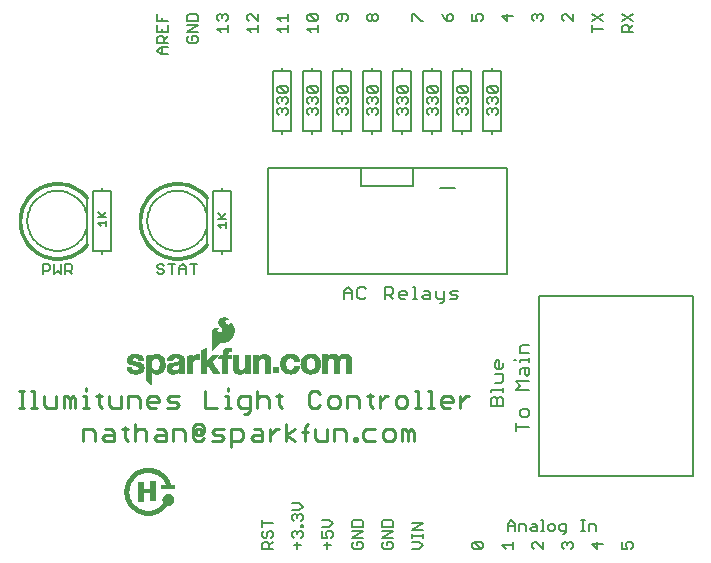
<source format=gto>
G75*
G70*
%OFA0B0*%
%FSLAX24Y24*%
%IPPOS*%
%LPD*%
%AMOC8*
5,1,8,0,0,1.08239X$1,22.5*
%
%ADD10C,0.0110*%
%ADD11C,0.0060*%
%ADD12C,0.0080*%
%ADD13C,0.0010*%
%ADD14C,0.0050*%
%ADD15R,0.0195X0.0191*%
%ADD16C,0.0180*%
%ADD17R,0.0500X0.0170*%
%ADD18R,0.0200X0.0680*%
%ADD19R,0.0300X0.0170*%
%ADD20R,0.0200X0.0670*%
%ADD21C,0.0200*%
D10*
X009614Y005316D02*
X009614Y005710D01*
X009909Y005710D01*
X010008Y005611D01*
X010008Y005316D01*
X010258Y005415D02*
X010357Y005513D01*
X010652Y005513D01*
X010652Y005611D02*
X010652Y005316D01*
X010357Y005316D01*
X010258Y005415D01*
X010357Y005710D02*
X010554Y005710D01*
X010652Y005611D01*
X010903Y005710D02*
X011100Y005710D01*
X011001Y005808D02*
X011001Y005415D01*
X011100Y005316D01*
X011333Y005316D02*
X011333Y005907D01*
X011431Y005710D02*
X011628Y005710D01*
X011726Y005611D01*
X011726Y005316D01*
X011977Y005415D02*
X012076Y005513D01*
X012371Y005513D01*
X012371Y005611D02*
X012371Y005316D01*
X012076Y005316D01*
X011977Y005415D01*
X012272Y005710D02*
X012371Y005611D01*
X012272Y005710D02*
X012076Y005710D01*
X012622Y005710D02*
X012622Y005316D01*
X013015Y005316D02*
X013015Y005611D01*
X012917Y005710D01*
X012622Y005710D01*
X013266Y005808D02*
X013266Y005415D01*
X013365Y005316D01*
X013561Y005316D01*
X013660Y005415D01*
X013561Y005513D02*
X013561Y005710D01*
X013365Y005710D01*
X013365Y005513D01*
X013561Y005513D01*
X013660Y005611D01*
X013660Y005808D01*
X013561Y005907D01*
X013365Y005907D01*
X013266Y005808D01*
X013911Y005611D02*
X014009Y005710D01*
X014304Y005710D01*
X014206Y005513D02*
X014009Y005513D01*
X013911Y005611D01*
X013911Y005316D02*
X014206Y005316D01*
X014304Y005415D01*
X014206Y005513D01*
X014555Y005316D02*
X014851Y005316D01*
X014949Y005415D01*
X014949Y005611D01*
X014851Y005710D01*
X014555Y005710D01*
X014555Y005119D01*
X015200Y005415D02*
X015298Y005513D01*
X015593Y005513D01*
X015593Y005611D02*
X015593Y005316D01*
X015298Y005316D01*
X015200Y005415D01*
X015298Y005710D02*
X015495Y005710D01*
X015593Y005611D01*
X015844Y005513D02*
X016041Y005710D01*
X016140Y005710D01*
X015844Y005710D02*
X015844Y005316D01*
X016381Y005316D02*
X016381Y005907D01*
X016677Y005710D02*
X016381Y005513D01*
X016677Y005316D01*
X017017Y005316D02*
X017017Y005808D01*
X017115Y005907D01*
X017348Y005710D02*
X017348Y005415D01*
X017447Y005316D01*
X017742Y005316D01*
X017742Y005710D01*
X017993Y005710D02*
X018288Y005710D01*
X018386Y005611D01*
X018386Y005316D01*
X018637Y005316D02*
X018736Y005316D01*
X018736Y005415D01*
X018637Y005415D01*
X018637Y005316D01*
X018959Y005415D02*
X018959Y005611D01*
X019058Y005710D01*
X019353Y005710D01*
X019604Y005611D02*
X019604Y005415D01*
X019702Y005316D01*
X019899Y005316D01*
X019998Y005415D01*
X019998Y005611D01*
X019899Y005710D01*
X019702Y005710D01*
X019604Y005611D01*
X019353Y005316D02*
X019058Y005316D01*
X018959Y005415D01*
X017993Y005316D02*
X017993Y005710D01*
X018072Y006416D02*
X017875Y006416D01*
X017776Y006515D01*
X017776Y006711D01*
X017875Y006810D01*
X018072Y006810D01*
X018170Y006711D01*
X018170Y006515D01*
X018072Y006416D01*
X018421Y006416D02*
X018421Y006810D01*
X018716Y006810D01*
X018815Y006711D01*
X018815Y006416D01*
X019164Y006515D02*
X019262Y006416D01*
X019164Y006515D02*
X019164Y006908D01*
X019262Y006810D02*
X019065Y006810D01*
X019495Y006810D02*
X019495Y006416D01*
X019495Y006613D02*
X019692Y006810D01*
X019790Y006810D01*
X020032Y006711D02*
X020032Y006515D01*
X020131Y006416D01*
X020327Y006416D01*
X020426Y006515D01*
X020426Y006711D01*
X020327Y006810D01*
X020131Y006810D01*
X020032Y006711D01*
X020677Y006416D02*
X020874Y006416D01*
X020775Y006416D02*
X020775Y007007D01*
X020677Y007007D01*
X021106Y007007D02*
X021205Y007007D01*
X021205Y006416D01*
X021303Y006416D02*
X021106Y006416D01*
X021536Y006515D02*
X021536Y006711D01*
X021634Y006810D01*
X021831Y006810D01*
X021930Y006711D01*
X021930Y006613D01*
X021536Y006613D01*
X021536Y006515D02*
X021634Y006416D01*
X021831Y006416D01*
X022181Y006416D02*
X022181Y006810D01*
X022377Y006810D02*
X022181Y006613D01*
X022377Y006810D02*
X022476Y006810D01*
X020642Y005611D02*
X020642Y005316D01*
X020445Y005316D02*
X020445Y005611D01*
X020544Y005710D01*
X020642Y005611D01*
X020445Y005611D02*
X020347Y005710D01*
X020249Y005710D01*
X020249Y005316D01*
X017525Y006515D02*
X017427Y006416D01*
X017230Y006416D01*
X017132Y006515D01*
X017132Y006908D01*
X017230Y007007D01*
X017427Y007007D01*
X017525Y006908D01*
X016254Y006810D02*
X016058Y006810D01*
X016156Y006908D02*
X016156Y006515D01*
X016254Y006416D01*
X015807Y006416D02*
X015807Y006711D01*
X015708Y006810D01*
X015511Y006810D01*
X015413Y006711D01*
X015162Y006810D02*
X015162Y006318D01*
X015064Y006219D01*
X014965Y006219D01*
X014867Y006416D02*
X015162Y006416D01*
X015413Y006416D02*
X015413Y007007D01*
X015162Y006810D02*
X014867Y006810D01*
X014769Y006711D01*
X014769Y006515D01*
X014867Y006416D01*
X014536Y006416D02*
X014339Y006416D01*
X014437Y006416D02*
X014437Y006810D01*
X014339Y006810D01*
X014437Y007007D02*
X014437Y007105D01*
X013694Y007007D02*
X013694Y006416D01*
X014088Y006416D01*
X012799Y006515D02*
X012701Y006416D01*
X012405Y006416D01*
X012504Y006613D02*
X012405Y006711D01*
X012504Y006810D01*
X012799Y006810D01*
X012701Y006613D02*
X012504Y006613D01*
X012701Y006613D02*
X012799Y006515D01*
X012154Y006613D02*
X011761Y006613D01*
X011761Y006515D02*
X011761Y006711D01*
X011859Y006810D01*
X012056Y006810D01*
X012154Y006711D01*
X012154Y006613D01*
X012056Y006416D02*
X011859Y006416D01*
X011761Y006515D01*
X011510Y006416D02*
X011510Y006711D01*
X011411Y006810D01*
X011116Y006810D01*
X011116Y006416D01*
X010865Y006416D02*
X010865Y006810D01*
X010472Y006810D02*
X010472Y006515D01*
X010570Y006416D01*
X010865Y006416D01*
X010239Y006416D02*
X010140Y006515D01*
X010140Y006908D01*
X010042Y006810D02*
X010239Y006810D01*
X009711Y006810D02*
X009711Y006416D01*
X009809Y006416D02*
X009612Y006416D01*
X009361Y006416D02*
X009361Y006711D01*
X009263Y006810D01*
X009165Y006711D01*
X009165Y006416D01*
X008968Y006416D02*
X008968Y006810D01*
X009066Y006810D01*
X009165Y006711D01*
X009612Y006810D02*
X009711Y006810D01*
X009711Y007007D02*
X009711Y007105D01*
X008717Y006810D02*
X008717Y006416D01*
X008422Y006416D01*
X008323Y006515D01*
X008323Y006810D01*
X007992Y007007D02*
X007992Y006416D01*
X007894Y006416D02*
X008090Y006416D01*
X007661Y006416D02*
X007464Y006416D01*
X007562Y006416D02*
X007562Y007007D01*
X007464Y007007D02*
X007661Y007007D01*
X007894Y007007D02*
X007992Y007007D01*
X011333Y005611D02*
X011431Y005710D01*
X016919Y005611D02*
X017115Y005611D01*
D11*
X016815Y003252D02*
X016589Y003252D01*
X016815Y003252D02*
X016929Y003139D01*
X016815Y003025D01*
X016589Y003025D01*
X016645Y002884D02*
X016702Y002884D01*
X016759Y002827D01*
X016815Y002884D01*
X016872Y002884D01*
X016929Y002827D01*
X016929Y002714D01*
X016872Y002657D01*
X016872Y002530D02*
X016929Y002530D01*
X016929Y002473D01*
X016872Y002473D01*
X016872Y002530D01*
X016872Y002331D02*
X016929Y002275D01*
X016929Y002161D01*
X016872Y002105D01*
X016759Y002218D02*
X016759Y002275D01*
X016815Y002331D01*
X016872Y002331D01*
X016759Y002275D02*
X016702Y002331D01*
X016645Y002331D01*
X016589Y002275D01*
X016589Y002161D01*
X016645Y002105D01*
X016759Y001963D02*
X016759Y001736D01*
X016872Y001850D02*
X016645Y001850D01*
X015929Y001963D02*
X015815Y001850D01*
X015815Y001906D02*
X015815Y001736D01*
X015929Y001736D02*
X015589Y001736D01*
X015589Y001906D01*
X015645Y001963D01*
X015759Y001963D01*
X015815Y001906D01*
X015872Y002105D02*
X015929Y002161D01*
X015929Y002275D01*
X015872Y002331D01*
X015815Y002331D01*
X015759Y002275D01*
X015759Y002161D01*
X015702Y002105D01*
X015645Y002105D01*
X015589Y002161D01*
X015589Y002275D01*
X015645Y002331D01*
X015589Y002473D02*
X015589Y002700D01*
X015589Y002586D02*
X015929Y002586D01*
X016589Y002714D02*
X016589Y002827D01*
X016645Y002884D01*
X016759Y002827D02*
X016759Y002770D01*
X016645Y002657D02*
X016589Y002714D01*
X017589Y002700D02*
X017815Y002700D01*
X017929Y002586D01*
X017815Y002473D01*
X017589Y002473D01*
X017589Y002331D02*
X017589Y002105D01*
X017759Y002105D01*
X017702Y002218D01*
X017702Y002275D01*
X017759Y002331D01*
X017872Y002331D01*
X017929Y002275D01*
X017929Y002161D01*
X017872Y002105D01*
X017759Y001963D02*
X017759Y001736D01*
X017872Y001850D02*
X017645Y001850D01*
X018589Y001906D02*
X018589Y001793D01*
X018645Y001736D01*
X018872Y001736D01*
X018929Y001793D01*
X018929Y001906D01*
X018872Y001963D01*
X018759Y001963D01*
X018759Y001850D01*
X018645Y001963D02*
X018589Y001906D01*
X018589Y002105D02*
X018929Y002331D01*
X018589Y002331D01*
X018589Y002473D02*
X018589Y002643D01*
X018645Y002700D01*
X018872Y002700D01*
X018929Y002643D01*
X018929Y002473D01*
X018589Y002473D01*
X018589Y002105D02*
X018929Y002105D01*
X019589Y002105D02*
X019929Y002331D01*
X019589Y002331D01*
X019589Y002473D02*
X019589Y002643D01*
X019645Y002700D01*
X019872Y002700D01*
X019929Y002643D01*
X019929Y002473D01*
X019589Y002473D01*
X019589Y002105D02*
X019929Y002105D01*
X019872Y001963D02*
X019929Y001906D01*
X019929Y001793D01*
X019872Y001736D01*
X019645Y001736D01*
X019589Y001793D01*
X019589Y001906D01*
X019645Y001963D01*
X019759Y001963D02*
X019759Y001850D01*
X019759Y001963D02*
X019872Y001963D01*
X020589Y001963D02*
X020815Y001963D01*
X020929Y001850D01*
X020815Y001736D01*
X020589Y001736D01*
X020589Y002105D02*
X020589Y002218D01*
X020589Y002161D02*
X020929Y002161D01*
X020929Y002105D02*
X020929Y002218D01*
X020929Y002350D02*
X020589Y002350D01*
X020929Y002577D01*
X020589Y002577D01*
X022589Y001906D02*
X022645Y001963D01*
X022872Y001736D01*
X022929Y001793D01*
X022929Y001906D01*
X022872Y001963D01*
X022645Y001963D01*
X022589Y001906D02*
X022589Y001793D01*
X022645Y001736D01*
X022872Y001736D01*
X023589Y001850D02*
X023929Y001850D01*
X023929Y001963D02*
X023929Y001736D01*
X023702Y001736D02*
X023589Y001850D01*
X023770Y002336D02*
X023770Y002563D01*
X023883Y002677D01*
X023996Y002563D01*
X023996Y002336D01*
X024138Y002336D02*
X024138Y002563D01*
X024308Y002563D01*
X024365Y002506D01*
X024365Y002336D01*
X024506Y002393D02*
X024563Y002450D01*
X024733Y002450D01*
X024733Y002506D02*
X024733Y002336D01*
X024563Y002336D01*
X024506Y002393D01*
X024563Y002563D02*
X024676Y002563D01*
X024733Y002506D01*
X024875Y002336D02*
X024988Y002336D01*
X024931Y002336D02*
X024931Y002677D01*
X024875Y002677D01*
X025120Y002506D02*
X025120Y002393D01*
X025177Y002336D01*
X025290Y002336D01*
X025347Y002393D01*
X025347Y002506D01*
X025290Y002563D01*
X025177Y002563D01*
X025120Y002506D01*
X025488Y002506D02*
X025488Y002393D01*
X025545Y002336D01*
X025715Y002336D01*
X025715Y002280D02*
X025715Y002563D01*
X025545Y002563D01*
X025488Y002506D01*
X025602Y002223D02*
X025659Y002223D01*
X025715Y002280D01*
X025702Y001963D02*
X025759Y001906D01*
X025815Y001963D01*
X025872Y001963D01*
X025929Y001906D01*
X025929Y001793D01*
X025872Y001736D01*
X025759Y001850D02*
X025759Y001906D01*
X025702Y001963D02*
X025645Y001963D01*
X025589Y001906D01*
X025589Y001793D01*
X025645Y001736D01*
X024929Y001736D02*
X024702Y001963D01*
X024645Y001963D01*
X024589Y001906D01*
X024589Y001793D01*
X024645Y001736D01*
X024929Y001736D02*
X024929Y001963D01*
X023996Y002506D02*
X023770Y002506D01*
X026225Y002336D02*
X026338Y002336D01*
X026282Y002336D02*
X026282Y002677D01*
X026338Y002677D02*
X026225Y002677D01*
X026471Y002563D02*
X026641Y002563D01*
X026697Y002506D01*
X026697Y002336D01*
X026471Y002336D02*
X026471Y002563D01*
X026759Y001963D02*
X026759Y001736D01*
X026589Y001906D01*
X026929Y001906D01*
X027589Y001963D02*
X027589Y001736D01*
X027759Y001736D01*
X027702Y001850D01*
X027702Y001906D01*
X027759Y001963D01*
X027872Y001963D01*
X027929Y001906D01*
X027929Y001793D01*
X027872Y001736D01*
X013307Y010891D02*
X013307Y011232D01*
X013194Y011232D02*
X013421Y011232D01*
X013052Y011118D02*
X013052Y010891D01*
X013052Y011061D02*
X012826Y011061D01*
X012826Y011118D02*
X012939Y011232D01*
X013052Y011118D01*
X012826Y011118D02*
X012826Y010891D01*
X012571Y010891D02*
X012571Y011232D01*
X012684Y011232D02*
X012457Y011232D01*
X012316Y011175D02*
X012259Y011232D01*
X012146Y011232D01*
X012089Y011175D01*
X012089Y011118D01*
X012146Y011061D01*
X012259Y011061D01*
X012316Y011005D01*
X012316Y010948D01*
X012259Y010891D01*
X012146Y010891D01*
X012089Y010948D01*
X011759Y012661D02*
X011761Y012724D01*
X011767Y012786D01*
X011777Y012848D01*
X011790Y012910D01*
X011808Y012970D01*
X011829Y013029D01*
X011854Y013087D01*
X011883Y013143D01*
X011915Y013197D01*
X011950Y013249D01*
X011988Y013298D01*
X012030Y013346D01*
X012074Y013390D01*
X012122Y013432D01*
X012171Y013470D01*
X012223Y013505D01*
X012277Y013537D01*
X012333Y013566D01*
X012391Y013591D01*
X012450Y013612D01*
X012510Y013630D01*
X012572Y013643D01*
X012634Y013653D01*
X012696Y013659D01*
X012759Y013661D01*
X012822Y013659D01*
X012884Y013653D01*
X012946Y013643D01*
X013008Y013630D01*
X013068Y013612D01*
X013127Y013591D01*
X013185Y013566D01*
X013241Y013537D01*
X013295Y013505D01*
X013347Y013470D01*
X013396Y013432D01*
X013444Y013390D01*
X013488Y013346D01*
X013530Y013298D01*
X013568Y013249D01*
X013603Y013197D01*
X013635Y013143D01*
X013664Y013087D01*
X013689Y013029D01*
X013710Y012970D01*
X013728Y012910D01*
X013741Y012848D01*
X013751Y012786D01*
X013757Y012724D01*
X013759Y012661D01*
X013757Y012598D01*
X013751Y012536D01*
X013741Y012474D01*
X013728Y012412D01*
X013710Y012352D01*
X013689Y012293D01*
X013664Y012235D01*
X013635Y012179D01*
X013603Y012125D01*
X013568Y012073D01*
X013530Y012024D01*
X013488Y011976D01*
X013444Y011932D01*
X013396Y011890D01*
X013347Y011852D01*
X013295Y011817D01*
X013241Y011785D01*
X013185Y011756D01*
X013127Y011731D01*
X013068Y011710D01*
X013008Y011692D01*
X012946Y011679D01*
X012884Y011669D01*
X012822Y011663D01*
X012759Y011661D01*
X012696Y011663D01*
X012634Y011669D01*
X012572Y011679D01*
X012510Y011692D01*
X012450Y011710D01*
X012391Y011731D01*
X012333Y011756D01*
X012277Y011785D01*
X012223Y011817D01*
X012171Y011852D01*
X012122Y011890D01*
X012074Y011932D01*
X012030Y011976D01*
X011988Y012024D01*
X011950Y012073D01*
X011915Y012125D01*
X011883Y012179D01*
X011854Y012235D01*
X011829Y012293D01*
X011808Y012352D01*
X011790Y012412D01*
X011777Y012474D01*
X011767Y012536D01*
X011761Y012598D01*
X011759Y012661D01*
X009252Y011175D02*
X009252Y011061D01*
X009196Y011005D01*
X009026Y011005D01*
X009139Y011005D02*
X009252Y010891D01*
X009026Y010891D02*
X009026Y011232D01*
X009196Y011232D01*
X009252Y011175D01*
X008884Y011232D02*
X008884Y010891D01*
X008771Y011005D01*
X008657Y010891D01*
X008657Y011232D01*
X008516Y011175D02*
X008516Y011061D01*
X008459Y011005D01*
X008289Y011005D01*
X008289Y010891D02*
X008289Y011232D01*
X008459Y011232D01*
X008516Y011175D01*
X007759Y012661D02*
X007761Y012724D01*
X007767Y012786D01*
X007777Y012848D01*
X007790Y012910D01*
X007808Y012970D01*
X007829Y013029D01*
X007854Y013087D01*
X007883Y013143D01*
X007915Y013197D01*
X007950Y013249D01*
X007988Y013298D01*
X008030Y013346D01*
X008074Y013390D01*
X008122Y013432D01*
X008171Y013470D01*
X008223Y013505D01*
X008277Y013537D01*
X008333Y013566D01*
X008391Y013591D01*
X008450Y013612D01*
X008510Y013630D01*
X008572Y013643D01*
X008634Y013653D01*
X008696Y013659D01*
X008759Y013661D01*
X008822Y013659D01*
X008884Y013653D01*
X008946Y013643D01*
X009008Y013630D01*
X009068Y013612D01*
X009127Y013591D01*
X009185Y013566D01*
X009241Y013537D01*
X009295Y013505D01*
X009347Y013470D01*
X009396Y013432D01*
X009444Y013390D01*
X009488Y013346D01*
X009530Y013298D01*
X009568Y013249D01*
X009603Y013197D01*
X009635Y013143D01*
X009664Y013087D01*
X009689Y013029D01*
X009710Y012970D01*
X009728Y012910D01*
X009741Y012848D01*
X009751Y012786D01*
X009757Y012724D01*
X009759Y012661D01*
X009757Y012598D01*
X009751Y012536D01*
X009741Y012474D01*
X009728Y012412D01*
X009710Y012352D01*
X009689Y012293D01*
X009664Y012235D01*
X009635Y012179D01*
X009603Y012125D01*
X009568Y012073D01*
X009530Y012024D01*
X009488Y011976D01*
X009444Y011932D01*
X009396Y011890D01*
X009347Y011852D01*
X009295Y011817D01*
X009241Y011785D01*
X009185Y011756D01*
X009127Y011731D01*
X009068Y011710D01*
X009008Y011692D01*
X008946Y011679D01*
X008884Y011669D01*
X008822Y011663D01*
X008759Y011661D01*
X008696Y011663D01*
X008634Y011669D01*
X008572Y011679D01*
X008510Y011692D01*
X008450Y011710D01*
X008391Y011731D01*
X008333Y011756D01*
X008277Y011785D01*
X008223Y011817D01*
X008171Y011852D01*
X008122Y011890D01*
X008074Y011932D01*
X008030Y011976D01*
X007988Y012024D01*
X007950Y012073D01*
X007915Y012125D01*
X007883Y012179D01*
X007854Y012235D01*
X007829Y012293D01*
X007808Y012352D01*
X007790Y012412D01*
X007777Y012474D01*
X007767Y012536D01*
X007761Y012598D01*
X007759Y012661D01*
X016089Y016243D02*
X016089Y016356D01*
X016145Y016413D01*
X016202Y016413D01*
X016259Y016356D01*
X016315Y016413D01*
X016372Y016413D01*
X016429Y016356D01*
X016429Y016243D01*
X016372Y016186D01*
X016259Y016300D02*
X016259Y016356D01*
X016145Y016186D02*
X016089Y016243D01*
X016145Y016555D02*
X016089Y016611D01*
X016089Y016725D01*
X016145Y016781D01*
X016202Y016781D01*
X016259Y016725D01*
X016315Y016781D01*
X016372Y016781D01*
X016429Y016725D01*
X016429Y016611D01*
X016372Y016555D01*
X016259Y016668D02*
X016259Y016725D01*
X016372Y016923D02*
X016145Y016923D01*
X016089Y016980D01*
X016089Y017093D01*
X016145Y017150D01*
X016372Y016923D01*
X016429Y016980D01*
X016429Y017093D01*
X016372Y017150D01*
X016145Y017150D01*
X017089Y017093D02*
X017145Y017150D01*
X017372Y016923D01*
X017429Y016980D01*
X017429Y017093D01*
X017372Y017150D01*
X017145Y017150D01*
X017089Y017093D02*
X017089Y016980D01*
X017145Y016923D01*
X017372Y016923D01*
X017372Y016781D02*
X017429Y016725D01*
X017429Y016611D01*
X017372Y016555D01*
X017372Y016413D02*
X017429Y016356D01*
X017429Y016243D01*
X017372Y016186D01*
X017259Y016300D02*
X017259Y016356D01*
X017315Y016413D01*
X017372Y016413D01*
X017259Y016356D02*
X017202Y016413D01*
X017145Y016413D01*
X017089Y016356D01*
X017089Y016243D01*
X017145Y016186D01*
X017145Y016555D02*
X017089Y016611D01*
X017089Y016725D01*
X017145Y016781D01*
X017202Y016781D01*
X017259Y016725D01*
X017315Y016781D01*
X017372Y016781D01*
X017259Y016725D02*
X017259Y016668D01*
X018089Y016611D02*
X018089Y016725D01*
X018145Y016781D01*
X018202Y016781D01*
X018259Y016725D01*
X018315Y016781D01*
X018372Y016781D01*
X018429Y016725D01*
X018429Y016611D01*
X018372Y016555D01*
X018372Y016413D02*
X018429Y016356D01*
X018429Y016243D01*
X018372Y016186D01*
X018259Y016300D02*
X018259Y016356D01*
X018315Y016413D01*
X018372Y016413D01*
X018259Y016356D02*
X018202Y016413D01*
X018145Y016413D01*
X018089Y016356D01*
X018089Y016243D01*
X018145Y016186D01*
X018145Y016555D02*
X018089Y016611D01*
X018259Y016668D02*
X018259Y016725D01*
X018372Y016923D02*
X018145Y016923D01*
X018089Y016980D01*
X018089Y017093D01*
X018145Y017150D01*
X018372Y016923D01*
X018429Y016980D01*
X018429Y017093D01*
X018372Y017150D01*
X018145Y017150D01*
X019089Y017093D02*
X019145Y017150D01*
X019372Y016923D01*
X019429Y016980D01*
X019429Y017093D01*
X019372Y017150D01*
X019145Y017150D01*
X019089Y017093D02*
X019089Y016980D01*
X019145Y016923D01*
X019372Y016923D01*
X019372Y016781D02*
X019429Y016725D01*
X019429Y016611D01*
X019372Y016555D01*
X019372Y016413D02*
X019429Y016356D01*
X019429Y016243D01*
X019372Y016186D01*
X019259Y016300D02*
X019259Y016356D01*
X019315Y016413D01*
X019372Y016413D01*
X019259Y016356D02*
X019202Y016413D01*
X019145Y016413D01*
X019089Y016356D01*
X019089Y016243D01*
X019145Y016186D01*
X019145Y016555D02*
X019089Y016611D01*
X019089Y016725D01*
X019145Y016781D01*
X019202Y016781D01*
X019259Y016725D01*
X019315Y016781D01*
X019372Y016781D01*
X019259Y016725D02*
X019259Y016668D01*
X020089Y016611D02*
X020089Y016725D01*
X020145Y016781D01*
X020202Y016781D01*
X020259Y016725D01*
X020315Y016781D01*
X020372Y016781D01*
X020429Y016725D01*
X020429Y016611D01*
X020372Y016555D01*
X020372Y016413D02*
X020429Y016356D01*
X020429Y016243D01*
X020372Y016186D01*
X020259Y016300D02*
X020259Y016356D01*
X020315Y016413D01*
X020372Y016413D01*
X020259Y016356D02*
X020202Y016413D01*
X020145Y016413D01*
X020089Y016356D01*
X020089Y016243D01*
X020145Y016186D01*
X020145Y016555D02*
X020089Y016611D01*
X020259Y016668D02*
X020259Y016725D01*
X020372Y016923D02*
X020145Y016923D01*
X020089Y016980D01*
X020089Y017093D01*
X020145Y017150D01*
X020372Y016923D01*
X020429Y016980D01*
X020429Y017093D01*
X020372Y017150D01*
X020145Y017150D01*
X021089Y017093D02*
X021145Y017150D01*
X021372Y016923D01*
X021429Y016980D01*
X021429Y017093D01*
X021372Y017150D01*
X021145Y017150D01*
X021089Y017093D02*
X021089Y016980D01*
X021145Y016923D01*
X021372Y016923D01*
X021372Y016781D02*
X021429Y016725D01*
X021429Y016611D01*
X021372Y016555D01*
X021372Y016413D02*
X021429Y016356D01*
X021429Y016243D01*
X021372Y016186D01*
X021259Y016300D02*
X021259Y016356D01*
X021315Y016413D01*
X021372Y016413D01*
X021259Y016356D02*
X021202Y016413D01*
X021145Y016413D01*
X021089Y016356D01*
X021089Y016243D01*
X021145Y016186D01*
X021145Y016555D02*
X021089Y016611D01*
X021089Y016725D01*
X021145Y016781D01*
X021202Y016781D01*
X021259Y016725D01*
X021315Y016781D01*
X021372Y016781D01*
X021259Y016725D02*
X021259Y016668D01*
X022089Y016611D02*
X022089Y016725D01*
X022145Y016781D01*
X022202Y016781D01*
X022259Y016725D01*
X022315Y016781D01*
X022372Y016781D01*
X022429Y016725D01*
X022429Y016611D01*
X022372Y016555D01*
X022372Y016413D02*
X022429Y016356D01*
X022429Y016243D01*
X022372Y016186D01*
X022259Y016300D02*
X022259Y016356D01*
X022315Y016413D01*
X022372Y016413D01*
X022259Y016356D02*
X022202Y016413D01*
X022145Y016413D01*
X022089Y016356D01*
X022089Y016243D01*
X022145Y016186D01*
X022145Y016555D02*
X022089Y016611D01*
X022259Y016668D02*
X022259Y016725D01*
X022372Y016923D02*
X022145Y016923D01*
X022089Y016980D01*
X022089Y017093D01*
X022145Y017150D01*
X022372Y016923D01*
X022429Y016980D01*
X022429Y017093D01*
X022372Y017150D01*
X022145Y017150D01*
X023089Y017093D02*
X023145Y017150D01*
X023372Y016923D01*
X023429Y016980D01*
X023429Y017093D01*
X023372Y017150D01*
X023145Y017150D01*
X023089Y017093D02*
X023089Y016980D01*
X023145Y016923D01*
X023372Y016923D01*
X023372Y016781D02*
X023429Y016725D01*
X023429Y016611D01*
X023372Y016555D01*
X023372Y016413D02*
X023429Y016356D01*
X023429Y016243D01*
X023372Y016186D01*
X023259Y016300D02*
X023259Y016356D01*
X023315Y016413D01*
X023372Y016413D01*
X023259Y016356D02*
X023202Y016413D01*
X023145Y016413D01*
X023089Y016356D01*
X023089Y016243D01*
X023145Y016186D01*
X023145Y016555D02*
X023089Y016611D01*
X023089Y016725D01*
X023145Y016781D01*
X023202Y016781D01*
X023259Y016725D01*
X023315Y016781D01*
X023372Y016781D01*
X023259Y016725D02*
X023259Y016668D01*
X026589Y018955D02*
X026589Y019181D01*
X026589Y019068D02*
X026929Y019068D01*
X026929Y019323D02*
X026589Y019550D01*
X026589Y019323D02*
X026929Y019550D01*
X027589Y019550D02*
X027929Y019323D01*
X027929Y019181D02*
X027815Y019068D01*
X027815Y019125D02*
X027815Y018955D01*
X027929Y018955D02*
X027589Y018955D01*
X027589Y019125D01*
X027645Y019181D01*
X027759Y019181D01*
X027815Y019125D01*
X027589Y019323D02*
X027929Y019550D01*
X025929Y019550D02*
X025929Y019323D01*
X025702Y019550D01*
X025645Y019550D01*
X025589Y019493D01*
X025589Y019380D01*
X025645Y019323D01*
X024929Y019380D02*
X024872Y019323D01*
X024929Y019380D02*
X024929Y019493D01*
X024872Y019550D01*
X024815Y019550D01*
X024759Y019493D01*
X024759Y019436D01*
X024759Y019493D02*
X024702Y019550D01*
X024645Y019550D01*
X024589Y019493D01*
X024589Y019380D01*
X024645Y019323D01*
X023929Y019493D02*
X023589Y019493D01*
X023759Y019323D01*
X023759Y019550D01*
X022929Y019493D02*
X022929Y019380D01*
X022872Y019323D01*
X022759Y019323D02*
X022702Y019436D01*
X022702Y019493D01*
X022759Y019550D01*
X022872Y019550D01*
X022929Y019493D01*
X022759Y019323D02*
X022589Y019323D01*
X022589Y019550D01*
X021929Y019493D02*
X021872Y019550D01*
X021815Y019550D01*
X021759Y019493D01*
X021759Y019323D01*
X021872Y019323D01*
X021929Y019380D01*
X021929Y019493D01*
X021759Y019323D02*
X021645Y019436D01*
X021589Y019550D01*
X020929Y019323D02*
X020872Y019323D01*
X020645Y019550D01*
X020589Y019550D01*
X020589Y019323D01*
X019429Y019380D02*
X019372Y019323D01*
X019315Y019323D01*
X019259Y019380D01*
X019259Y019493D01*
X019315Y019550D01*
X019372Y019550D01*
X019429Y019493D01*
X019429Y019380D01*
X019259Y019380D02*
X019202Y019323D01*
X019145Y019323D01*
X019089Y019380D01*
X019089Y019493D01*
X019145Y019550D01*
X019202Y019550D01*
X019259Y019493D01*
X018429Y019493D02*
X018372Y019550D01*
X018145Y019550D01*
X018089Y019493D01*
X018089Y019380D01*
X018145Y019323D01*
X018202Y019323D01*
X018259Y019380D01*
X018259Y019550D01*
X018429Y019493D02*
X018429Y019380D01*
X018372Y019323D01*
X017429Y019380D02*
X017372Y019323D01*
X017145Y019550D01*
X017372Y019550D01*
X017429Y019493D01*
X017429Y019380D01*
X017372Y019323D02*
X017145Y019323D01*
X017089Y019380D01*
X017089Y019493D01*
X017145Y019550D01*
X017429Y019181D02*
X017429Y018955D01*
X017429Y019068D02*
X017089Y019068D01*
X017202Y018955D01*
X016429Y018955D02*
X016429Y019181D01*
X016429Y019068D02*
X016089Y019068D01*
X016202Y018955D01*
X016202Y019323D02*
X016089Y019436D01*
X016429Y019436D01*
X016429Y019323D02*
X016429Y019550D01*
X015429Y019550D02*
X015429Y019323D01*
X015202Y019550D01*
X015145Y019550D01*
X015089Y019493D01*
X015089Y019380D01*
X015145Y019323D01*
X015429Y019181D02*
X015429Y018955D01*
X015429Y019068D02*
X015089Y019068D01*
X015202Y018955D01*
X014429Y018955D02*
X014429Y019181D01*
X014429Y019068D02*
X014089Y019068D01*
X014202Y018955D01*
X014145Y019323D02*
X014089Y019380D01*
X014089Y019493D01*
X014145Y019550D01*
X014202Y019550D01*
X014259Y019493D01*
X014315Y019550D01*
X014372Y019550D01*
X014429Y019493D01*
X014429Y019380D01*
X014372Y019323D01*
X014259Y019436D02*
X014259Y019493D01*
X013429Y019493D02*
X013372Y019550D01*
X013145Y019550D01*
X013089Y019493D01*
X013089Y019323D01*
X013429Y019323D01*
X013429Y019493D01*
X013429Y019181D02*
X013089Y019181D01*
X013089Y018955D02*
X013429Y019181D01*
X013429Y018955D02*
X013089Y018955D01*
X013145Y018813D02*
X013089Y018756D01*
X013089Y018643D01*
X013145Y018586D01*
X013372Y018586D01*
X013429Y018643D01*
X013429Y018756D01*
X013372Y018813D01*
X013259Y018813D01*
X013259Y018700D01*
X012429Y018813D02*
X012315Y018700D01*
X012315Y018756D02*
X012315Y018586D01*
X012429Y018586D02*
X012089Y018586D01*
X012089Y018756D01*
X012145Y018813D01*
X012259Y018813D01*
X012315Y018756D01*
X012259Y018955D02*
X012259Y019068D01*
X012089Y018955D02*
X012429Y018955D01*
X012429Y019181D01*
X012429Y019323D02*
X012089Y019323D01*
X012089Y019550D01*
X012259Y019436D02*
X012259Y019323D01*
X012089Y019181D02*
X012089Y018955D01*
X012202Y018445D02*
X012429Y018445D01*
X012259Y018445D02*
X012259Y018218D01*
X012202Y018218D02*
X012089Y018331D01*
X012202Y018445D01*
X012202Y018218D02*
X012429Y018218D01*
D12*
X015959Y017661D02*
X016259Y017661D01*
X016259Y017761D01*
X016259Y017661D02*
X016559Y017661D01*
X016559Y015661D01*
X016259Y015661D01*
X016259Y015561D01*
X016259Y015661D02*
X015959Y015661D01*
X015959Y017661D01*
X016959Y017661D02*
X017259Y017661D01*
X017259Y017761D01*
X017259Y017661D02*
X017559Y017661D01*
X017559Y015661D01*
X017259Y015661D01*
X017259Y015561D01*
X017259Y015661D02*
X016959Y015661D01*
X016959Y017661D01*
X017959Y017661D02*
X018259Y017661D01*
X018259Y017761D01*
X018259Y017661D02*
X018559Y017661D01*
X018559Y015661D01*
X018259Y015661D01*
X018259Y015561D01*
X018259Y015661D02*
X017959Y015661D01*
X017959Y017661D01*
X018959Y017661D02*
X019259Y017661D01*
X019259Y017761D01*
X019259Y017661D02*
X019559Y017661D01*
X019559Y015661D01*
X019259Y015661D01*
X019259Y015561D01*
X019259Y015661D02*
X018959Y015661D01*
X018959Y017661D01*
X019959Y017661D02*
X020259Y017661D01*
X020259Y017761D01*
X020259Y017661D02*
X020559Y017661D01*
X020559Y015661D01*
X020259Y015661D01*
X020259Y015561D01*
X020259Y015661D02*
X019959Y015661D01*
X019959Y017661D01*
X020959Y017661D02*
X021259Y017661D01*
X021259Y017761D01*
X021259Y017661D02*
X021559Y017661D01*
X021559Y015661D01*
X021259Y015661D01*
X021259Y015561D01*
X021259Y015661D02*
X020959Y015661D01*
X020959Y017661D01*
X021959Y017661D02*
X022259Y017661D01*
X022259Y017761D01*
X022259Y017661D02*
X022559Y017661D01*
X022559Y015661D01*
X022259Y015661D01*
X022259Y015561D01*
X022259Y015661D02*
X021959Y015661D01*
X021959Y017661D01*
X022959Y017661D02*
X023259Y017661D01*
X023259Y017761D01*
X023259Y017661D02*
X023559Y017661D01*
X023559Y015661D01*
X023259Y015661D01*
X023259Y015561D01*
X023259Y015661D02*
X022959Y015661D01*
X022959Y017661D01*
X023735Y014433D02*
X020625Y014433D01*
X020625Y013842D01*
X018893Y013842D01*
X018893Y014433D01*
X020625Y014433D01*
X021509Y013754D02*
X022009Y013754D01*
X023735Y014433D02*
X023735Y010929D01*
X023735Y010890D02*
X015783Y010890D01*
X015783Y014433D01*
X018893Y014433D01*
X014559Y013661D02*
X014559Y011661D01*
X014259Y011661D01*
X014259Y011561D01*
X014259Y011661D02*
X013959Y011661D01*
X013959Y013661D01*
X014259Y013661D01*
X014259Y013761D01*
X014259Y013661D02*
X014559Y013661D01*
X013759Y013411D02*
X013759Y011911D01*
X010559Y011661D02*
X010259Y011661D01*
X010259Y011561D01*
X010259Y011661D02*
X009959Y011661D01*
X009959Y013661D01*
X010259Y013661D01*
X010259Y013761D01*
X010259Y013661D02*
X010559Y013661D01*
X010559Y011661D01*
X009759Y011911D02*
X009759Y013411D01*
X018299Y010331D02*
X018299Y010051D01*
X018299Y010261D02*
X018579Y010261D01*
X018579Y010331D02*
X018579Y010051D01*
X018759Y010121D02*
X018829Y010051D01*
X018969Y010051D01*
X019039Y010121D01*
X018759Y010121D02*
X018759Y010402D01*
X018829Y010472D01*
X018969Y010472D01*
X019039Y010402D01*
X018579Y010331D02*
X018439Y010472D01*
X018299Y010331D01*
X019680Y010191D02*
X019890Y010191D01*
X019960Y010261D01*
X019960Y010402D01*
X019890Y010472D01*
X019680Y010472D01*
X019680Y010051D01*
X019820Y010191D02*
X019960Y010051D01*
X020140Y010121D02*
X020140Y010261D01*
X020210Y010331D01*
X020350Y010331D01*
X020421Y010261D01*
X020421Y010191D01*
X020140Y010191D01*
X020140Y010121D02*
X020210Y010051D01*
X020350Y010051D01*
X020601Y010051D02*
X020741Y010051D01*
X020671Y010051D02*
X020671Y010472D01*
X020601Y010472D01*
X020978Y010331D02*
X021118Y010331D01*
X021188Y010261D01*
X021188Y010051D01*
X020978Y010051D01*
X020908Y010121D01*
X020978Y010191D01*
X021188Y010191D01*
X021368Y010121D02*
X021438Y010051D01*
X021648Y010051D01*
X021648Y009981D02*
X021578Y009911D01*
X021508Y009911D01*
X021648Y009981D02*
X021648Y010331D01*
X021828Y010261D02*
X021898Y010331D01*
X022109Y010331D01*
X022038Y010191D02*
X021898Y010191D01*
X021828Y010261D01*
X021828Y010051D02*
X022038Y010051D01*
X022109Y010121D01*
X022038Y010191D01*
X021368Y010121D02*
X021368Y010331D01*
X024189Y008470D02*
X024259Y008540D01*
X024469Y008540D01*
X024469Y008260D02*
X024189Y008260D01*
X024189Y008470D01*
X024189Y008023D02*
X024469Y008023D01*
X024469Y007953D02*
X024469Y008093D01*
X024189Y008023D02*
X024189Y007953D01*
X024049Y008023D02*
X023979Y008023D01*
X023619Y007939D02*
X023619Y007799D01*
X023549Y007729D01*
X023409Y007729D01*
X023339Y007799D01*
X023339Y007939D01*
X023409Y008009D01*
X023479Y008009D01*
X023479Y007729D01*
X023619Y007549D02*
X023339Y007549D01*
X023619Y007549D02*
X023619Y007339D01*
X023549Y007269D01*
X023339Y007269D01*
X023199Y007032D02*
X023619Y007032D01*
X023619Y006962D02*
X023619Y007102D01*
X023549Y006781D02*
X023479Y006781D01*
X023409Y006711D01*
X023409Y006501D01*
X023619Y006501D02*
X023199Y006501D01*
X023199Y006711D01*
X023269Y006781D01*
X023339Y006781D01*
X023409Y006711D01*
X023549Y006781D02*
X023619Y006711D01*
X023619Y006501D01*
X024189Y006322D02*
X024189Y006182D01*
X024259Y006112D01*
X024399Y006112D01*
X024469Y006182D01*
X024469Y006322D01*
X024399Y006392D01*
X024259Y006392D01*
X024189Y006322D01*
X024049Y005931D02*
X024049Y005651D01*
X024049Y005791D02*
X024469Y005791D01*
X024469Y007032D02*
X024049Y007032D01*
X024189Y007172D01*
X024049Y007313D01*
X024469Y007313D01*
X024399Y007493D02*
X024329Y007563D01*
X024329Y007773D01*
X024259Y007773D02*
X024469Y007773D01*
X024469Y007563D01*
X024399Y007493D01*
X024189Y007563D02*
X024189Y007703D01*
X024259Y007773D01*
X023199Y007032D02*
X023199Y006962D01*
X024822Y004161D02*
X029940Y004161D01*
X029940Y010161D01*
X024822Y010161D01*
X024822Y004161D01*
D13*
X018554Y007586D02*
X018387Y007586D01*
X018387Y007991D01*
X018383Y008027D01*
X018370Y008060D01*
X018359Y008076D01*
X018345Y008089D01*
X018546Y008089D01*
X018547Y008085D02*
X018554Y008042D01*
X018554Y007586D01*
X018554Y007594D02*
X018387Y007594D01*
X018387Y007602D02*
X018554Y007602D01*
X018554Y007611D02*
X018387Y007611D01*
X018387Y007620D02*
X018554Y007620D01*
X018554Y007628D02*
X018387Y007628D01*
X018387Y007637D02*
X018554Y007637D01*
X018554Y007645D02*
X018387Y007645D01*
X018387Y007654D02*
X018554Y007654D01*
X018554Y007662D02*
X018387Y007662D01*
X018387Y007671D02*
X018554Y007671D01*
X018554Y007679D02*
X018387Y007679D01*
X018387Y007688D02*
X018554Y007688D01*
X018554Y007696D02*
X018387Y007696D01*
X018387Y007705D02*
X018554Y007705D01*
X018554Y007714D02*
X018387Y007714D01*
X018387Y007722D02*
X018554Y007722D01*
X018554Y007731D02*
X018387Y007731D01*
X018387Y007739D02*
X018554Y007739D01*
X018554Y007748D02*
X018387Y007748D01*
X018387Y007756D02*
X018554Y007756D01*
X018554Y007765D02*
X018387Y007765D01*
X018387Y007773D02*
X018554Y007773D01*
X018554Y007782D02*
X018387Y007782D01*
X018387Y007790D02*
X018554Y007790D01*
X018554Y007799D02*
X018387Y007799D01*
X018387Y007808D02*
X018554Y007808D01*
X018554Y007816D02*
X018387Y007816D01*
X018387Y007825D02*
X018554Y007825D01*
X018554Y007833D02*
X018387Y007833D01*
X018387Y007842D02*
X018554Y007842D01*
X018554Y007850D02*
X018387Y007850D01*
X018387Y007859D02*
X018554Y007859D01*
X018554Y007867D02*
X018387Y007867D01*
X018387Y007876D02*
X018554Y007876D01*
X018554Y007884D02*
X018387Y007884D01*
X018387Y007893D02*
X018554Y007893D01*
X018554Y007901D02*
X018387Y007901D01*
X018387Y007910D02*
X018554Y007910D01*
X018554Y007919D02*
X018387Y007919D01*
X018387Y007927D02*
X018554Y007927D01*
X018554Y007936D02*
X018387Y007936D01*
X018387Y007944D02*
X018554Y007944D01*
X018554Y007953D02*
X018387Y007953D01*
X018387Y007961D02*
X018554Y007961D01*
X018554Y007970D02*
X018387Y007970D01*
X018387Y007978D02*
X018554Y007978D01*
X018554Y007987D02*
X018387Y007987D01*
X018386Y007995D02*
X018554Y007995D01*
X018554Y008004D02*
X018385Y008004D01*
X018384Y008013D02*
X018554Y008013D01*
X018554Y008021D02*
X018383Y008021D01*
X018381Y008030D02*
X018554Y008030D01*
X018554Y008038D02*
X018378Y008038D01*
X018375Y008047D02*
X018553Y008047D01*
X018552Y008055D02*
X018372Y008055D01*
X018367Y008064D02*
X018551Y008064D01*
X018549Y008072D02*
X018362Y008072D01*
X018354Y008081D02*
X018548Y008081D01*
X018547Y008085D02*
X018532Y008126D01*
X018509Y008163D01*
X018484Y008189D01*
X018453Y008209D01*
X018419Y008222D01*
X018369Y008232D01*
X018319Y008236D01*
X018284Y008234D01*
X018250Y008225D01*
X018218Y008209D01*
X018183Y008184D01*
X018152Y008154D01*
X018134Y008135D01*
X018130Y008132D01*
X018129Y008131D01*
X018127Y008130D01*
X018109Y008161D01*
X018086Y008187D01*
X018059Y008208D01*
X018028Y008224D01*
X017992Y008235D01*
X017954Y008237D01*
X017900Y008232D01*
X017857Y008222D01*
X017822Y008206D01*
X017792Y008182D01*
X017762Y008151D01*
X017749Y008134D01*
X017740Y008132D01*
X017740Y008219D01*
X017583Y008219D01*
X017583Y007587D01*
X017753Y007587D01*
X017753Y007973D01*
X017752Y007998D01*
X017757Y008023D01*
X017769Y008045D01*
X017802Y008083D01*
X017817Y008094D01*
X017834Y008102D01*
X017852Y008105D01*
X017886Y008107D01*
X017906Y008106D01*
X017924Y008100D01*
X017941Y008091D01*
X017956Y008077D01*
X017971Y008055D01*
X018174Y008055D01*
X018174Y008056D02*
X018163Y008031D01*
X018157Y008005D01*
X018154Y007961D01*
X018154Y007586D01*
X017984Y007586D01*
X017984Y008002D01*
X017981Y008029D01*
X017971Y008055D01*
X017974Y008047D02*
X018170Y008047D01*
X018174Y008056D02*
X018190Y008077D01*
X018203Y008089D01*
X018219Y008098D01*
X017928Y008098D01*
X017943Y008089D02*
X018204Y008089D01*
X018194Y008081D02*
X017952Y008081D01*
X017959Y008072D02*
X018186Y008072D01*
X018180Y008064D02*
X017965Y008064D01*
X017977Y008038D02*
X018166Y008038D01*
X018163Y008030D02*
X017981Y008030D01*
X017982Y008021D02*
X018161Y008021D01*
X018159Y008013D02*
X017983Y008013D01*
X017984Y008004D02*
X018157Y008004D01*
X018156Y007995D02*
X017984Y007995D01*
X017984Y007987D02*
X018156Y007987D01*
X018155Y007978D02*
X017984Y007978D01*
X017984Y007970D02*
X018154Y007970D01*
X018154Y007961D02*
X017984Y007961D01*
X017984Y007953D02*
X018154Y007953D01*
X018154Y007944D02*
X017984Y007944D01*
X017984Y007936D02*
X018154Y007936D01*
X018154Y007927D02*
X017984Y007927D01*
X017984Y007919D02*
X018154Y007919D01*
X018154Y007910D02*
X017984Y007910D01*
X017984Y007901D02*
X018154Y007901D01*
X018154Y007893D02*
X017984Y007893D01*
X017984Y007884D02*
X018154Y007884D01*
X018154Y007876D02*
X017984Y007876D01*
X017984Y007867D02*
X018154Y007867D01*
X018154Y007859D02*
X017984Y007859D01*
X017984Y007850D02*
X018154Y007850D01*
X018154Y007842D02*
X017984Y007842D01*
X017984Y007833D02*
X018154Y007833D01*
X018154Y007825D02*
X017984Y007825D01*
X017984Y007816D02*
X018154Y007816D01*
X018154Y007808D02*
X017984Y007808D01*
X017984Y007799D02*
X018154Y007799D01*
X018154Y007790D02*
X017984Y007790D01*
X017984Y007782D02*
X018154Y007782D01*
X018154Y007773D02*
X017984Y007773D01*
X017984Y007765D02*
X018154Y007765D01*
X018154Y007756D02*
X017984Y007756D01*
X017984Y007748D02*
X018154Y007748D01*
X018154Y007739D02*
X017984Y007739D01*
X017984Y007731D02*
X018154Y007731D01*
X018154Y007722D02*
X017984Y007722D01*
X017984Y007714D02*
X018154Y007714D01*
X018154Y007705D02*
X017984Y007705D01*
X017984Y007696D02*
X018154Y007696D01*
X018154Y007688D02*
X017984Y007688D01*
X017984Y007679D02*
X018154Y007679D01*
X018154Y007671D02*
X017984Y007671D01*
X017984Y007662D02*
X018154Y007662D01*
X018154Y007654D02*
X017984Y007654D01*
X017984Y007645D02*
X018154Y007645D01*
X018154Y007637D02*
X017984Y007637D01*
X017984Y007628D02*
X018154Y007628D01*
X018154Y007620D02*
X017984Y007620D01*
X017984Y007611D02*
X018154Y007611D01*
X018154Y007602D02*
X017984Y007602D01*
X017984Y007594D02*
X018154Y007594D01*
X017753Y007594D02*
X017583Y007594D01*
X017583Y007602D02*
X017753Y007602D01*
X017753Y007611D02*
X017583Y007611D01*
X017583Y007620D02*
X017753Y007620D01*
X017753Y007628D02*
X017583Y007628D01*
X017583Y007637D02*
X017753Y007637D01*
X017753Y007645D02*
X017583Y007645D01*
X017583Y007654D02*
X017753Y007654D01*
X017753Y007662D02*
X017583Y007662D01*
X017583Y007671D02*
X017753Y007671D01*
X017753Y007679D02*
X017583Y007679D01*
X017583Y007688D02*
X017753Y007688D01*
X017753Y007696D02*
X017583Y007696D01*
X017583Y007705D02*
X017753Y007705D01*
X017753Y007714D02*
X017583Y007714D01*
X017583Y007722D02*
X017753Y007722D01*
X017753Y007731D02*
X017583Y007731D01*
X017583Y007739D02*
X017753Y007739D01*
X017753Y007748D02*
X017583Y007748D01*
X017583Y007756D02*
X017753Y007756D01*
X017753Y007765D02*
X017583Y007765D01*
X017583Y007773D02*
X017753Y007773D01*
X017753Y007782D02*
X017583Y007782D01*
X017583Y007790D02*
X017753Y007790D01*
X017753Y007799D02*
X017583Y007799D01*
X017583Y007808D02*
X017753Y007808D01*
X017753Y007816D02*
X017583Y007816D01*
X017583Y007825D02*
X017753Y007825D01*
X017753Y007833D02*
X017583Y007833D01*
X017583Y007842D02*
X017753Y007842D01*
X017753Y007850D02*
X017583Y007850D01*
X017583Y007859D02*
X017753Y007859D01*
X017753Y007867D02*
X017583Y007867D01*
X017583Y007876D02*
X017753Y007876D01*
X017753Y007884D02*
X017583Y007884D01*
X017583Y007893D02*
X017753Y007893D01*
X017753Y007901D02*
X017583Y007901D01*
X017583Y007910D02*
X017753Y007910D01*
X017753Y007919D02*
X017583Y007919D01*
X017583Y007927D02*
X017753Y007927D01*
X017753Y007936D02*
X017583Y007936D01*
X017583Y007944D02*
X017753Y007944D01*
X017753Y007953D02*
X017583Y007953D01*
X017583Y007961D02*
X017753Y007961D01*
X017753Y007970D02*
X017583Y007970D01*
X017583Y007978D02*
X017753Y007978D01*
X017752Y007987D02*
X017583Y007987D01*
X017583Y007995D02*
X017752Y007995D01*
X017753Y008004D02*
X017583Y008004D01*
X017583Y008013D02*
X017755Y008013D01*
X017757Y008021D02*
X017583Y008021D01*
X017583Y008030D02*
X017761Y008030D01*
X017765Y008038D02*
X017583Y008038D01*
X017583Y008047D02*
X017770Y008047D01*
X017778Y008055D02*
X017583Y008055D01*
X017583Y008064D02*
X017785Y008064D01*
X017792Y008072D02*
X017583Y008072D01*
X017583Y008081D02*
X017800Y008081D01*
X017810Y008089D02*
X017583Y008089D01*
X017583Y008098D02*
X017825Y008098D01*
X017874Y008107D02*
X017583Y008107D01*
X017583Y008115D02*
X018536Y008115D01*
X018533Y008124D02*
X017583Y008124D01*
X017583Y008132D02*
X018126Y008132D01*
X018131Y008132D02*
X018528Y008132D01*
X018523Y008141D02*
X018139Y008141D01*
X018147Y008149D02*
X018518Y008149D01*
X018512Y008158D02*
X018156Y008158D01*
X018164Y008166D02*
X018506Y008166D01*
X018498Y008175D02*
X018173Y008175D01*
X018182Y008183D02*
X018489Y008183D01*
X018480Y008192D02*
X018194Y008192D01*
X018206Y008201D02*
X018466Y008201D01*
X018453Y008209D02*
X018218Y008209D01*
X018235Y008218D02*
X018431Y008218D01*
X018399Y008226D02*
X018255Y008226D01*
X018296Y008235D02*
X018338Y008235D01*
X018309Y008104D02*
X018272Y008107D01*
X018236Y008103D01*
X018219Y008098D01*
X018268Y008107D02*
X017897Y008107D01*
X017874Y008226D02*
X018021Y008226D01*
X018041Y008218D02*
X017847Y008218D01*
X017828Y008209D02*
X018058Y008209D01*
X018069Y008201D02*
X017815Y008201D01*
X017804Y008192D02*
X018080Y008192D01*
X018089Y008183D02*
X017793Y008183D01*
X017785Y008175D02*
X018097Y008175D01*
X018104Y008166D02*
X017776Y008166D01*
X017768Y008158D02*
X018111Y008158D01*
X018116Y008149D02*
X017760Y008149D01*
X017754Y008141D02*
X018121Y008141D01*
X018279Y008107D02*
X018539Y008107D01*
X018543Y008098D02*
X018329Y008098D01*
X018328Y008099D02*
X018309Y008104D01*
X018328Y008099D02*
X018345Y008089D01*
X017989Y008235D02*
X017926Y008235D01*
X017740Y008218D02*
X017583Y008218D01*
X017583Y008209D02*
X017740Y008209D01*
X017740Y008201D02*
X017583Y008201D01*
X017583Y008192D02*
X017740Y008192D01*
X017740Y008183D02*
X017583Y008183D01*
X017583Y008175D02*
X017740Y008175D01*
X017740Y008166D02*
X017583Y008166D01*
X017583Y008158D02*
X017740Y008158D01*
X017740Y008149D02*
X017583Y008149D01*
X017583Y008141D02*
X017740Y008141D01*
X017032Y007954D02*
X017030Y007921D01*
X017030Y007889D01*
X017033Y007857D01*
X017026Y007859D02*
X016871Y007859D01*
X016870Y007867D02*
X017025Y007867D01*
X017024Y007875D02*
X017031Y007825D01*
X017046Y007779D01*
X017068Y007737D01*
X017135Y007696D01*
X017206Y007687D01*
X017277Y007711D01*
X017321Y007751D01*
X017343Y007800D01*
X017358Y007862D01*
X017358Y007919D01*
X017348Y007996D01*
X017318Y008061D01*
X017284Y008094D01*
X017245Y008115D01*
X017446Y008115D01*
X017439Y008124D02*
X017193Y008124D01*
X017193Y008119D02*
X017195Y008236D01*
X017274Y008226D01*
X017195Y008226D01*
X017195Y008218D02*
X017299Y008218D01*
X017274Y008226D02*
X017338Y008204D01*
X017416Y008150D01*
X017459Y008100D01*
X017500Y008008D01*
X017511Y007922D01*
X017501Y007839D01*
X017474Y007742D01*
X017442Y007691D01*
X017395Y007646D01*
X017351Y007615D01*
X017278Y007590D01*
X017179Y007580D01*
X017061Y007596D01*
X016949Y007666D01*
X016886Y007764D01*
X016862Y007917D01*
X016894Y008057D01*
X016978Y008164D01*
X017111Y008230D01*
X017169Y008237D01*
X017171Y008237D01*
X017176Y008235D01*
X017176Y008120D01*
X017132Y008114D01*
X017085Y008088D01*
X017053Y008044D01*
X017037Y008008D01*
X017026Y007949D01*
X017024Y007875D01*
X017024Y007876D02*
X016868Y007876D01*
X016867Y007884D02*
X017024Y007884D01*
X017024Y007893D02*
X016866Y007893D01*
X016864Y007901D02*
X017025Y007901D01*
X017025Y007910D02*
X016863Y007910D01*
X016862Y007919D02*
X017025Y007919D01*
X017025Y007927D02*
X016864Y007927D01*
X016866Y007936D02*
X017026Y007936D01*
X017026Y007944D02*
X016868Y007944D01*
X016870Y007953D02*
X017027Y007953D01*
X017028Y007961D02*
X016872Y007961D01*
X016874Y007970D02*
X017030Y007970D01*
X017031Y007978D02*
X016876Y007978D01*
X016878Y007987D02*
X017033Y007987D01*
X017035Y007995D02*
X016880Y007995D01*
X016882Y008004D02*
X017036Y008004D01*
X017039Y008013D02*
X016884Y008013D01*
X016886Y008021D02*
X017043Y008021D01*
X017046Y008030D02*
X016888Y008030D01*
X016890Y008038D02*
X017050Y008038D01*
X017055Y008047D02*
X016891Y008047D01*
X016893Y008055D02*
X017061Y008055D01*
X017067Y008064D02*
X016899Y008064D01*
X016906Y008072D02*
X017073Y008072D01*
X017080Y008081D02*
X016912Y008081D01*
X016919Y008089D02*
X017087Y008089D01*
X017102Y008098D02*
X016926Y008098D01*
X016933Y008107D02*
X017118Y008107D01*
X017138Y008115D02*
X016939Y008115D01*
X016946Y008124D02*
X017176Y008124D01*
X017176Y008132D02*
X016953Y008132D01*
X016959Y008141D02*
X017176Y008141D01*
X017176Y008149D02*
X016966Y008149D01*
X016973Y008158D02*
X017176Y008158D01*
X017176Y008166D02*
X016982Y008166D01*
X016999Y008175D02*
X017176Y008175D01*
X017176Y008183D02*
X017016Y008183D01*
X017034Y008192D02*
X017176Y008192D01*
X017176Y008201D02*
X017051Y008201D01*
X017068Y008209D02*
X017176Y008209D01*
X017176Y008218D02*
X017085Y008218D01*
X017103Y008226D02*
X017176Y008226D01*
X017176Y008235D02*
X017148Y008235D01*
X017181Y008240D02*
X017181Y008113D01*
X017172Y008113D01*
X017189Y008115D02*
X017189Y008240D01*
X017195Y008240D01*
X017195Y008235D02*
X017207Y008235D01*
X017194Y008209D02*
X017324Y008209D01*
X017343Y008201D02*
X017194Y008201D01*
X017194Y008192D02*
X017356Y008192D01*
X017368Y008183D02*
X017194Y008183D01*
X017194Y008175D02*
X017380Y008175D01*
X017393Y008166D02*
X017194Y008166D01*
X017194Y008158D02*
X017405Y008158D01*
X017417Y008149D02*
X017193Y008149D01*
X017193Y008141D02*
X017424Y008141D01*
X017431Y008132D02*
X017193Y008132D01*
X017197Y008119D02*
X017193Y008119D01*
X017197Y008119D02*
X017245Y008115D01*
X017261Y008107D02*
X017454Y008107D01*
X017460Y008098D02*
X017277Y008098D01*
X017289Y008089D02*
X017464Y008089D01*
X017468Y008081D02*
X017298Y008081D01*
X017306Y008072D02*
X017471Y008072D01*
X017475Y008064D02*
X017315Y008064D01*
X017321Y008055D02*
X017479Y008055D01*
X017483Y008047D02*
X017325Y008047D01*
X017329Y008038D02*
X017487Y008038D01*
X017490Y008030D02*
X017333Y008030D01*
X017336Y008021D02*
X017494Y008021D01*
X017498Y008013D02*
X017340Y008013D01*
X017344Y008004D02*
X017500Y008004D01*
X017501Y007995D02*
X017348Y007995D01*
X017349Y007987D02*
X017503Y007987D01*
X017504Y007978D02*
X017350Y007978D01*
X017351Y007970D02*
X017505Y007970D01*
X017506Y007961D02*
X017352Y007961D01*
X017354Y007953D02*
X017507Y007953D01*
X017508Y007944D02*
X017355Y007944D01*
X017356Y007936D02*
X017509Y007936D01*
X017510Y007927D02*
X017357Y007927D01*
X017358Y007919D02*
X017510Y007919D01*
X017509Y007910D02*
X017358Y007910D01*
X017358Y007901D02*
X017508Y007901D01*
X017507Y007893D02*
X017358Y007893D01*
X017358Y007884D02*
X017506Y007884D01*
X017505Y007876D02*
X017358Y007876D01*
X017358Y007867D02*
X017504Y007867D01*
X017503Y007859D02*
X017357Y007859D01*
X017355Y007850D02*
X017502Y007850D01*
X017501Y007842D02*
X017353Y007842D01*
X017351Y007833D02*
X017499Y007833D01*
X017497Y007825D02*
X017349Y007825D01*
X017347Y007816D02*
X017494Y007816D01*
X017492Y007808D02*
X017345Y007808D01*
X017342Y007799D02*
X017490Y007799D01*
X017487Y007790D02*
X017338Y007790D01*
X017335Y007782D02*
X017485Y007782D01*
X017483Y007773D02*
X017331Y007773D01*
X017327Y007765D02*
X017480Y007765D01*
X017478Y007756D02*
X017323Y007756D01*
X017317Y007748D02*
X017475Y007748D01*
X017472Y007739D02*
X017308Y007739D01*
X017298Y007731D02*
X017467Y007731D01*
X017461Y007722D02*
X017289Y007722D01*
X017279Y007714D02*
X017456Y007714D01*
X017451Y007705D02*
X017258Y007705D01*
X017233Y007696D02*
X017445Y007696D01*
X017438Y007688D02*
X017208Y007688D01*
X017201Y007688D02*
X016935Y007688D01*
X016929Y007696D02*
X017135Y007696D01*
X017121Y007705D02*
X016924Y007705D01*
X016919Y007714D02*
X017107Y007714D01*
X017093Y007722D02*
X016913Y007722D01*
X016908Y007731D02*
X017079Y007731D01*
X017067Y007739D02*
X016902Y007739D01*
X016897Y007748D02*
X017062Y007748D01*
X017058Y007756D02*
X016891Y007756D01*
X016886Y007765D02*
X017053Y007765D01*
X017049Y007773D02*
X016884Y007773D01*
X016883Y007782D02*
X017045Y007782D01*
X017042Y007790D02*
X016882Y007790D01*
X016880Y007799D02*
X017039Y007799D01*
X017037Y007808D02*
X016879Y007808D01*
X016878Y007816D02*
X017034Y007816D01*
X017031Y007825D02*
X016876Y007825D01*
X016875Y007833D02*
X017030Y007833D01*
X017029Y007842D02*
X016874Y007842D01*
X016872Y007850D02*
X017027Y007850D01*
X017322Y007767D02*
X017335Y007795D01*
X017345Y007826D01*
X017351Y007857D01*
X017353Y007889D01*
X016867Y007828D02*
X016862Y007866D01*
X016861Y007904D01*
X016863Y007942D01*
X016868Y007979D01*
X016808Y008000D02*
X016799Y008048D01*
X016782Y008093D01*
X016757Y008135D01*
X016723Y008171D01*
X016682Y008198D01*
X016637Y008216D01*
X016581Y008229D01*
X016525Y008236D01*
X016464Y008235D01*
X016405Y008222D01*
X016350Y008198D01*
X016301Y008164D01*
X016259Y008121D01*
X016226Y008071D01*
X016204Y008016D01*
X016192Y007957D01*
X016189Y007859D01*
X016357Y007859D01*
X016357Y007867D02*
X016189Y007867D01*
X016189Y007859D02*
X016195Y007811D01*
X016208Y007765D01*
X016383Y007765D01*
X016385Y007760D02*
X016404Y007735D01*
X016429Y007715D01*
X016458Y007701D01*
X016489Y007694D01*
X016522Y007692D01*
X016546Y007695D01*
X016569Y007702D01*
X016591Y007713D01*
X016609Y007727D01*
X016624Y007745D01*
X016637Y007769D01*
X016646Y007795D01*
X016650Y007822D01*
X016810Y007822D01*
X016810Y007820D01*
X016809Y007802D01*
X016805Y007783D01*
X016784Y007729D01*
X016751Y007679D01*
X016710Y007638D01*
X016661Y007605D01*
X016618Y007587D01*
X016572Y007576D01*
X016526Y007572D01*
X016463Y007576D01*
X016402Y007587D01*
X016360Y007601D01*
X016321Y007622D01*
X016285Y007649D01*
X016255Y007681D01*
X016228Y007721D01*
X016208Y007765D01*
X016205Y007773D02*
X016379Y007773D01*
X016375Y007782D02*
X016203Y007782D01*
X016201Y007790D02*
X016372Y007790D01*
X016372Y007789D02*
X016385Y007760D01*
X016388Y007756D02*
X016212Y007756D01*
X016216Y007748D02*
X016394Y007748D01*
X016401Y007739D02*
X016220Y007739D01*
X016224Y007731D02*
X016409Y007731D01*
X016420Y007722D02*
X016228Y007722D01*
X016233Y007714D02*
X016432Y007714D01*
X016450Y007705D02*
X016239Y007705D01*
X016245Y007696D02*
X016479Y007696D01*
X016550Y007696D02*
X016763Y007696D01*
X016757Y007688D02*
X016250Y007688D01*
X016257Y007679D02*
X016752Y007679D01*
X016743Y007671D02*
X016265Y007671D01*
X016273Y007662D02*
X016735Y007662D01*
X016726Y007654D02*
X016281Y007654D01*
X016290Y007645D02*
X016718Y007645D01*
X016709Y007637D02*
X016301Y007637D01*
X016312Y007628D02*
X016696Y007628D01*
X016683Y007620D02*
X016325Y007620D01*
X016341Y007611D02*
X016670Y007611D01*
X016654Y007602D02*
X016357Y007602D01*
X016382Y007594D02*
X016634Y007594D01*
X016611Y007585D02*
X016412Y007585D01*
X016460Y007577D02*
X016576Y007577D01*
X016574Y007705D02*
X016768Y007705D01*
X016774Y007714D02*
X016591Y007714D01*
X016602Y007722D02*
X016779Y007722D01*
X016784Y007731D02*
X016612Y007731D01*
X016619Y007739D02*
X016788Y007739D01*
X016791Y007748D02*
X016625Y007748D01*
X016630Y007756D02*
X016794Y007756D01*
X016798Y007765D02*
X016635Y007765D01*
X016638Y007773D02*
X016801Y007773D01*
X016804Y007782D02*
X016641Y007782D01*
X016644Y007790D02*
X016806Y007790D01*
X016808Y007799D02*
X016646Y007799D01*
X016648Y007808D02*
X016809Y007808D01*
X016810Y007816D02*
X016649Y007816D01*
X016643Y008000D02*
X016643Y008001D01*
X016640Y008025D01*
X016632Y008047D01*
X016619Y008067D01*
X016602Y008084D01*
X016582Y008096D01*
X016550Y008107D01*
X016516Y008110D01*
X016482Y008108D01*
X016449Y008100D01*
X016432Y008092D01*
X016417Y008080D01*
X016389Y008044D01*
X016369Y008002D01*
X016357Y007958D01*
X016353Y007912D01*
X016358Y007850D01*
X016372Y007789D01*
X016370Y007799D02*
X016198Y007799D01*
X016196Y007808D02*
X016368Y007808D01*
X016366Y007816D02*
X016194Y007816D01*
X016193Y007825D02*
X016364Y007825D01*
X016362Y007833D02*
X016192Y007833D01*
X016191Y007842D02*
X016360Y007842D01*
X016358Y007850D02*
X016190Y007850D01*
X016189Y007876D02*
X016356Y007876D01*
X016355Y007884D02*
X016190Y007884D01*
X016190Y007893D02*
X016354Y007893D01*
X016354Y007901D02*
X016190Y007901D01*
X016190Y007910D02*
X016353Y007910D01*
X016353Y007919D02*
X016191Y007919D01*
X016191Y007927D02*
X016354Y007927D01*
X016355Y007936D02*
X016191Y007936D01*
X016191Y007944D02*
X016356Y007944D01*
X016356Y007953D02*
X016192Y007953D01*
X016193Y007961D02*
X016358Y007961D01*
X016360Y007970D02*
X016194Y007970D01*
X016196Y007978D02*
X016362Y007978D01*
X016365Y007987D02*
X016198Y007987D01*
X016200Y007995D02*
X016367Y007995D01*
X016370Y008004D02*
X016201Y008004D01*
X016203Y008013D02*
X016374Y008013D01*
X016378Y008021D02*
X016206Y008021D01*
X016209Y008030D02*
X016382Y008030D01*
X016387Y008038D02*
X016213Y008038D01*
X016216Y008047D02*
X016392Y008047D01*
X016398Y008055D02*
X016220Y008055D01*
X016223Y008064D02*
X016405Y008064D01*
X016411Y008072D02*
X016227Y008072D01*
X016233Y008081D02*
X016418Y008081D01*
X016428Y008089D02*
X016238Y008089D01*
X016244Y008098D02*
X016444Y008098D01*
X016477Y008107D02*
X016249Y008107D01*
X016255Y008115D02*
X016769Y008115D01*
X016774Y008107D02*
X016551Y008107D01*
X016577Y008098D02*
X016779Y008098D01*
X016783Y008089D02*
X016593Y008089D01*
X016605Y008081D02*
X016786Y008081D01*
X016790Y008072D02*
X016614Y008072D01*
X016622Y008064D02*
X016793Y008064D01*
X016796Y008055D02*
X016627Y008055D01*
X016632Y008047D02*
X016799Y008047D01*
X016800Y008038D02*
X016635Y008038D01*
X016639Y008030D02*
X016802Y008030D01*
X016804Y008021D02*
X016641Y008021D01*
X016642Y008013D02*
X016805Y008013D01*
X016807Y008004D02*
X016643Y008004D01*
X016643Y008000D02*
X016808Y008000D01*
X016764Y008124D02*
X016261Y008124D01*
X016270Y008132D02*
X016759Y008132D01*
X016751Y008141D02*
X016278Y008141D01*
X016286Y008149D02*
X016743Y008149D01*
X016735Y008158D02*
X016295Y008158D01*
X016304Y008166D02*
X016727Y008166D01*
X016717Y008175D02*
X016316Y008175D01*
X016329Y008183D02*
X016704Y008183D01*
X016692Y008192D02*
X016341Y008192D01*
X016355Y008201D02*
X016677Y008201D01*
X016655Y008209D02*
X016375Y008209D01*
X016394Y008218D02*
X016631Y008218D01*
X016593Y008226D02*
X016423Y008226D01*
X016461Y008235D02*
X016537Y008235D01*
X015444Y007952D02*
X015444Y007925D01*
X015444Y007583D01*
X015278Y007583D01*
X015278Y008202D01*
X015437Y008202D01*
X015437Y008115D01*
X015440Y008115D01*
X015444Y008116D01*
X015447Y008118D01*
X015452Y008124D01*
X015463Y008139D01*
X015479Y008158D01*
X015497Y008174D01*
X015532Y008197D01*
X015571Y008211D01*
X015613Y008217D01*
X015692Y008215D01*
X015730Y008207D01*
X015766Y008191D01*
X015797Y008166D01*
X015816Y008144D01*
X015831Y008118D01*
X015842Y008090D01*
X015851Y008047D01*
X015673Y008047D01*
X015671Y008050D02*
X015659Y008066D01*
X015643Y008079D01*
X015625Y008088D01*
X015612Y008092D01*
X015599Y008092D01*
X015555Y008090D01*
X015532Y008087D01*
X015511Y008078D01*
X015492Y008065D01*
X015471Y008042D01*
X015456Y008014D01*
X015447Y007984D01*
X015444Y007952D01*
X015444Y007925D01*
X015444Y007583D01*
X015278Y007583D01*
X015278Y008202D01*
X015437Y008202D01*
X015437Y008115D01*
X015440Y008115D01*
X015437Y008124D02*
X015278Y008124D01*
X015278Y008132D02*
X015437Y008132D01*
X015440Y008115D02*
X015444Y008116D01*
X015447Y008118D01*
X015451Y008124D02*
X015828Y008124D01*
X015823Y008132D02*
X015458Y008132D01*
X015464Y008141D02*
X015818Y008141D01*
X015811Y008149D02*
X015471Y008149D01*
X015479Y008158D02*
X015804Y008158D01*
X015797Y008166D02*
X015488Y008166D01*
X015498Y008175D02*
X015786Y008175D01*
X015775Y008183D02*
X015511Y008183D01*
X015525Y008192D02*
X015763Y008192D01*
X015745Y008201D02*
X015543Y008201D01*
X015566Y008209D02*
X015722Y008209D01*
X015832Y008115D02*
X015278Y008115D01*
X015278Y008107D02*
X015836Y008107D01*
X015839Y008098D02*
X015278Y008098D01*
X015278Y008089D02*
X015550Y008089D01*
X015518Y008081D02*
X015278Y008081D01*
X015278Y008072D02*
X015502Y008072D01*
X015491Y008064D02*
X015278Y008064D01*
X015278Y008055D02*
X015483Y008055D01*
X015475Y008047D02*
X015278Y008047D01*
X015278Y008038D02*
X015469Y008038D01*
X015464Y008030D02*
X015278Y008030D01*
X015278Y008021D02*
X015460Y008021D01*
X015455Y008013D02*
X015278Y008013D01*
X015278Y008004D02*
X015453Y008004D01*
X015451Y007995D02*
X015278Y007995D01*
X015278Y007987D02*
X015448Y007987D01*
X015447Y007978D02*
X015278Y007978D01*
X015278Y007970D02*
X015446Y007970D01*
X015445Y007961D02*
X015278Y007961D01*
X015278Y007953D02*
X015444Y007953D01*
X015444Y007944D02*
X015278Y007944D01*
X015278Y007936D02*
X015444Y007936D01*
X015444Y007927D02*
X015278Y007927D01*
X015278Y007919D02*
X015444Y007919D01*
X015444Y007910D02*
X015278Y007910D01*
X015278Y007901D02*
X015444Y007901D01*
X015444Y007893D02*
X015278Y007893D01*
X015278Y007884D02*
X015444Y007884D01*
X015444Y007876D02*
X015278Y007876D01*
X015278Y007867D02*
X015444Y007867D01*
X015444Y007859D02*
X015278Y007859D01*
X015278Y007850D02*
X015444Y007850D01*
X015444Y007842D02*
X015278Y007842D01*
X015278Y007833D02*
X015444Y007833D01*
X015444Y007825D02*
X015278Y007825D01*
X015278Y007816D02*
X015444Y007816D01*
X015444Y007808D02*
X015278Y007808D01*
X015278Y007799D02*
X015444Y007799D01*
X015444Y007790D02*
X015278Y007790D01*
X015278Y007782D02*
X015444Y007782D01*
X015444Y007773D02*
X015278Y007773D01*
X015278Y007765D02*
X015444Y007765D01*
X015444Y007756D02*
X015278Y007756D01*
X015278Y007748D02*
X015444Y007748D01*
X015444Y007739D02*
X015278Y007739D01*
X015278Y007731D02*
X015444Y007731D01*
X015444Y007722D02*
X015278Y007722D01*
X015278Y007714D02*
X015444Y007714D01*
X015444Y007705D02*
X015278Y007705D01*
X015278Y007696D02*
X015444Y007696D01*
X015444Y007688D02*
X015278Y007688D01*
X015278Y007679D02*
X015444Y007679D01*
X015444Y007671D02*
X015278Y007671D01*
X015278Y007662D02*
X015444Y007662D01*
X015444Y007654D02*
X015278Y007654D01*
X015278Y007645D02*
X015444Y007645D01*
X015444Y007637D02*
X015278Y007637D01*
X015278Y007628D02*
X015444Y007628D01*
X015444Y007620D02*
X015278Y007620D01*
X015278Y007611D02*
X015444Y007611D01*
X015444Y007602D02*
X015278Y007602D01*
X015278Y007594D02*
X015444Y007594D01*
X015444Y007585D02*
X015278Y007585D01*
X015180Y007586D02*
X015180Y008201D01*
X015014Y008201D01*
X015014Y007874D01*
X015011Y007825D01*
X015002Y007777D01*
X014993Y007755D01*
X014980Y007735D01*
X014962Y007718D01*
X014941Y007706D01*
X014913Y007698D01*
X014883Y007695D01*
X014854Y007698D01*
X014826Y007707D01*
X014809Y007717D01*
X014795Y007729D01*
X014784Y007744D01*
X014770Y007776D01*
X014764Y007809D01*
X014764Y008203D01*
X014601Y008203D01*
X014601Y007778D01*
X014605Y007735D01*
X014617Y007693D01*
X014636Y007654D01*
X014662Y007619D01*
X014672Y007610D01*
X014707Y007590D01*
X014746Y007576D01*
X014787Y007570D01*
X014846Y007571D01*
X014904Y007580D01*
X014914Y007583D01*
X014924Y007588D01*
X014961Y007614D01*
X014993Y007645D01*
X015021Y007680D01*
X015022Y007680D01*
X015022Y007586D01*
X015180Y007586D01*
X015180Y007594D02*
X015022Y007594D01*
X015022Y007602D02*
X015180Y007602D01*
X015180Y007611D02*
X015022Y007611D01*
X015022Y007620D02*
X015180Y007620D01*
X015180Y007628D02*
X015022Y007628D01*
X015022Y007637D02*
X015180Y007637D01*
X015180Y007645D02*
X015022Y007645D01*
X015022Y007654D02*
X015180Y007654D01*
X015180Y007662D02*
X015022Y007662D01*
X015022Y007671D02*
X015180Y007671D01*
X015180Y007679D02*
X015022Y007679D01*
X015020Y007679D02*
X014623Y007679D01*
X014628Y007671D02*
X015013Y007671D01*
X015007Y007662D02*
X014632Y007662D01*
X014636Y007654D02*
X015000Y007654D01*
X014993Y007645D02*
X014643Y007645D01*
X014649Y007637D02*
X014984Y007637D01*
X014975Y007628D02*
X014655Y007628D01*
X014662Y007620D02*
X014966Y007620D01*
X014956Y007611D02*
X014671Y007611D01*
X014685Y007602D02*
X014944Y007602D01*
X014932Y007594D02*
X014700Y007594D01*
X014719Y007585D02*
X014918Y007585D01*
X014881Y007577D02*
X014744Y007577D01*
X014815Y007714D02*
X014611Y007714D01*
X014608Y007722D02*
X014803Y007722D01*
X014794Y007731D02*
X014606Y007731D01*
X014604Y007739D02*
X014788Y007739D01*
X014782Y007748D02*
X014604Y007748D01*
X014603Y007756D02*
X014779Y007756D01*
X014775Y007765D02*
X014602Y007765D01*
X014601Y007773D02*
X014771Y007773D01*
X014769Y007782D02*
X014601Y007782D01*
X014601Y007790D02*
X014767Y007790D01*
X014766Y007799D02*
X014601Y007799D01*
X014601Y007808D02*
X014764Y007808D01*
X014764Y007816D02*
X014601Y007816D01*
X014601Y007825D02*
X014764Y007825D01*
X014764Y007833D02*
X014601Y007833D01*
X014601Y007842D02*
X014764Y007842D01*
X014764Y007850D02*
X014601Y007850D01*
X014601Y007859D02*
X014764Y007859D01*
X014764Y007867D02*
X014601Y007867D01*
X014601Y007876D02*
X014764Y007876D01*
X014764Y007884D02*
X014601Y007884D01*
X014601Y007893D02*
X014764Y007893D01*
X014764Y007901D02*
X014601Y007901D01*
X014601Y007910D02*
X014764Y007910D01*
X014764Y007919D02*
X014601Y007919D01*
X014601Y007927D02*
X014764Y007927D01*
X014764Y007936D02*
X014601Y007936D01*
X014601Y007944D02*
X014764Y007944D01*
X014764Y007953D02*
X014601Y007953D01*
X014601Y007961D02*
X014764Y007961D01*
X014764Y007970D02*
X014601Y007970D01*
X014601Y007978D02*
X014764Y007978D01*
X014764Y007987D02*
X014601Y007987D01*
X014601Y007995D02*
X014764Y007995D01*
X014764Y008004D02*
X014601Y008004D01*
X014601Y008013D02*
X014764Y008013D01*
X014764Y008021D02*
X014601Y008021D01*
X014601Y008030D02*
X014764Y008030D01*
X014764Y008038D02*
X014601Y008038D01*
X014601Y008047D02*
X014764Y008047D01*
X014764Y008055D02*
X014601Y008055D01*
X014601Y008064D02*
X014764Y008064D01*
X014764Y008072D02*
X014601Y008072D01*
X014601Y008081D02*
X014764Y008081D01*
X014764Y008089D02*
X014601Y008089D01*
X014601Y008098D02*
X014764Y008098D01*
X014764Y008107D02*
X014601Y008107D01*
X014601Y008115D02*
X014764Y008115D01*
X014764Y008124D02*
X014601Y008124D01*
X014601Y008132D02*
X014764Y008132D01*
X014764Y008141D02*
X014601Y008141D01*
X014601Y008149D02*
X014764Y008149D01*
X014764Y008158D02*
X014601Y008158D01*
X014601Y008166D02*
X014764Y008166D01*
X014764Y008175D02*
X014601Y008175D01*
X014601Y008183D02*
X014764Y008183D01*
X014764Y008192D02*
X014601Y008192D01*
X014601Y008201D02*
X014764Y008201D01*
X014543Y008201D02*
X014208Y008201D01*
X014209Y008201D02*
X014263Y008201D01*
X014263Y008219D01*
X014270Y008303D01*
X014444Y008303D01*
X014444Y008304D02*
X014436Y008293D01*
X014429Y008275D01*
X014426Y008256D01*
X014426Y008201D01*
X014470Y008201D01*
X014543Y008201D01*
X014543Y008096D01*
X014425Y008096D01*
X014425Y007583D01*
X014261Y007583D01*
X014261Y008087D01*
X014261Y008095D01*
X014104Y008096D01*
X014209Y008201D01*
X014200Y008192D02*
X014543Y008192D01*
X014543Y008183D02*
X014191Y008183D01*
X014183Y008175D02*
X014543Y008175D01*
X014543Y008166D02*
X014174Y008166D01*
X014165Y008158D02*
X014543Y008158D01*
X014543Y008149D02*
X014157Y008149D01*
X014148Y008141D02*
X014543Y008141D01*
X014543Y008132D02*
X014140Y008132D01*
X014131Y008124D02*
X014543Y008124D01*
X014543Y008115D02*
X014123Y008115D01*
X014114Y008107D02*
X014543Y008107D01*
X014543Y008098D02*
X014106Y008098D01*
X014061Y008149D02*
X013878Y008149D01*
X013869Y008141D02*
X014052Y008141D01*
X014043Y008132D02*
X013861Y008132D01*
X013852Y008124D02*
X014035Y008124D01*
X014026Y008115D02*
X013844Y008115D01*
X013835Y008107D02*
X014017Y008107D01*
X014008Y008098D02*
X013827Y008098D01*
X013818Y008089D02*
X014000Y008089D01*
X013991Y008081D02*
X013810Y008081D01*
X013801Y008072D02*
X013982Y008072D01*
X013973Y008064D02*
X013792Y008064D01*
X013784Y008055D02*
X013965Y008055D01*
X013956Y008047D02*
X013775Y008047D01*
X013767Y008038D02*
X013947Y008038D01*
X013938Y008030D02*
X013758Y008030D01*
X013750Y008021D02*
X013930Y008021D01*
X013921Y008013D02*
X013741Y008013D01*
X013733Y008004D02*
X013912Y008004D01*
X013904Y007995D02*
X013724Y007995D01*
X013716Y007987D02*
X013895Y007987D01*
X013886Y007978D02*
X013707Y007978D01*
X013705Y007978D02*
X013542Y007978D01*
X013542Y007970D02*
X013891Y007970D01*
X013886Y007978D02*
X014148Y007585D01*
X013948Y007586D01*
X013780Y007863D01*
X013778Y007866D01*
X013707Y007797D01*
X013707Y007587D01*
X013707Y007582D01*
X013544Y007582D01*
X013542Y007584D01*
X013542Y008345D01*
X013705Y008438D01*
X013705Y007976D01*
X013929Y008200D01*
X014113Y008200D01*
X013886Y007978D01*
X013897Y007961D02*
X013542Y007961D01*
X013542Y007953D02*
X013903Y007953D01*
X013909Y007944D02*
X013542Y007944D01*
X013542Y007936D02*
X013914Y007936D01*
X013920Y007927D02*
X013542Y007927D01*
X013542Y007919D02*
X013926Y007919D01*
X013931Y007910D02*
X013542Y007910D01*
X013542Y007901D02*
X013937Y007901D01*
X013943Y007893D02*
X013542Y007893D01*
X013542Y007884D02*
X013948Y007884D01*
X013954Y007876D02*
X013542Y007876D01*
X013542Y007867D02*
X013960Y007867D01*
X013966Y007859D02*
X013783Y007859D01*
X013788Y007850D02*
X013971Y007850D01*
X013977Y007842D02*
X013793Y007842D01*
X013798Y007833D02*
X013983Y007833D01*
X013988Y007825D02*
X013803Y007825D01*
X013809Y007816D02*
X013994Y007816D01*
X014000Y007808D02*
X013814Y007808D01*
X013819Y007799D02*
X014005Y007799D01*
X014011Y007790D02*
X013824Y007790D01*
X013829Y007782D02*
X014017Y007782D01*
X014023Y007773D02*
X013834Y007773D01*
X013840Y007765D02*
X014028Y007765D01*
X014034Y007756D02*
X013845Y007756D01*
X013850Y007748D02*
X014040Y007748D01*
X014045Y007739D02*
X013855Y007739D01*
X013860Y007731D02*
X014051Y007731D01*
X014057Y007722D02*
X013866Y007722D01*
X013871Y007714D02*
X014062Y007714D01*
X014068Y007705D02*
X013876Y007705D01*
X013881Y007696D02*
X014074Y007696D01*
X014079Y007688D02*
X013886Y007688D01*
X013891Y007679D02*
X014085Y007679D01*
X014091Y007671D02*
X013897Y007671D01*
X013902Y007662D02*
X014097Y007662D01*
X014102Y007654D02*
X013907Y007654D01*
X013912Y007645D02*
X014108Y007645D01*
X014114Y007637D02*
X013917Y007637D01*
X013923Y007628D02*
X014119Y007628D01*
X014125Y007620D02*
X013928Y007620D01*
X013933Y007611D02*
X014131Y007611D01*
X014136Y007602D02*
X013938Y007602D01*
X013943Y007594D02*
X014142Y007594D01*
X014148Y007585D02*
X014124Y007585D01*
X014261Y007585D02*
X014425Y007585D01*
X014425Y007594D02*
X014261Y007594D01*
X014261Y007602D02*
X014425Y007602D01*
X014425Y007611D02*
X014261Y007611D01*
X014261Y007620D02*
X014425Y007620D01*
X014425Y007628D02*
X014261Y007628D01*
X014261Y007637D02*
X014425Y007637D01*
X014425Y007645D02*
X014261Y007645D01*
X014261Y007654D02*
X014425Y007654D01*
X014425Y007662D02*
X014261Y007662D01*
X014261Y007671D02*
X014425Y007671D01*
X014425Y007679D02*
X014261Y007679D01*
X014261Y007688D02*
X014425Y007688D01*
X014425Y007696D02*
X014261Y007696D01*
X014261Y007705D02*
X014425Y007705D01*
X014425Y007714D02*
X014261Y007714D01*
X014261Y007722D02*
X014425Y007722D01*
X014425Y007731D02*
X014261Y007731D01*
X014261Y007739D02*
X014425Y007739D01*
X014425Y007748D02*
X014261Y007748D01*
X014261Y007756D02*
X014425Y007756D01*
X014425Y007765D02*
X014261Y007765D01*
X014261Y007773D02*
X014425Y007773D01*
X014425Y007782D02*
X014261Y007782D01*
X014261Y007790D02*
X014425Y007790D01*
X014425Y007799D02*
X014261Y007799D01*
X014261Y007808D02*
X014425Y007808D01*
X014425Y007816D02*
X014261Y007816D01*
X014261Y007825D02*
X014425Y007825D01*
X014425Y007833D02*
X014261Y007833D01*
X014261Y007842D02*
X014425Y007842D01*
X014425Y007850D02*
X014261Y007850D01*
X014261Y007859D02*
X014425Y007859D01*
X014425Y007867D02*
X014261Y007867D01*
X014261Y007876D02*
X014425Y007876D01*
X014425Y007884D02*
X014261Y007884D01*
X014261Y007893D02*
X014425Y007893D01*
X014425Y007901D02*
X014261Y007901D01*
X014261Y007910D02*
X014425Y007910D01*
X014425Y007919D02*
X014261Y007919D01*
X014261Y007927D02*
X014425Y007927D01*
X014425Y007936D02*
X014261Y007936D01*
X014261Y007944D02*
X014425Y007944D01*
X014425Y007953D02*
X014261Y007953D01*
X014261Y007961D02*
X014425Y007961D01*
X014425Y007970D02*
X014261Y007970D01*
X014261Y007978D02*
X014425Y007978D01*
X014425Y007987D02*
X014261Y007987D01*
X014261Y007995D02*
X014425Y007995D01*
X014425Y008004D02*
X014261Y008004D01*
X014261Y008013D02*
X014425Y008013D01*
X014425Y008021D02*
X014261Y008021D01*
X014261Y008030D02*
X014425Y008030D01*
X014425Y008038D02*
X014261Y008038D01*
X014261Y008047D02*
X014425Y008047D01*
X014425Y008055D02*
X014261Y008055D01*
X014261Y008064D02*
X014425Y008064D01*
X014425Y008072D02*
X014261Y008072D01*
X014261Y008081D02*
X014425Y008081D01*
X014425Y008089D02*
X014261Y008089D01*
X014263Y008209D02*
X014426Y008209D01*
X014426Y008218D02*
X014263Y008218D01*
X014263Y008226D02*
X014426Y008226D01*
X014426Y008235D02*
X014264Y008235D01*
X014265Y008243D02*
X014426Y008243D01*
X014426Y008252D02*
X014266Y008252D01*
X014266Y008260D02*
X014426Y008260D01*
X014428Y008269D02*
X014267Y008269D01*
X014268Y008277D02*
X014429Y008277D01*
X014433Y008286D02*
X014268Y008286D01*
X014269Y008294D02*
X014437Y008294D01*
X014444Y008304D02*
X014455Y008311D01*
X014467Y008315D01*
X014503Y008319D01*
X014540Y008315D01*
X014551Y008314D01*
X014554Y008314D01*
X014554Y008433D01*
X014553Y008433D01*
X014501Y008436D01*
X014440Y008436D01*
X014400Y008429D01*
X014362Y008415D01*
X014328Y008393D01*
X014299Y008365D01*
X014286Y008346D01*
X014276Y008326D01*
X014270Y008303D01*
X014272Y008312D02*
X014456Y008312D01*
X014554Y008320D02*
X014274Y008320D01*
X014277Y008329D02*
X014554Y008329D01*
X014554Y008337D02*
X014281Y008337D01*
X014285Y008346D02*
X014554Y008346D01*
X014554Y008354D02*
X014291Y008354D01*
X014297Y008363D02*
X014554Y008363D01*
X014554Y008371D02*
X014305Y008371D01*
X014314Y008380D02*
X014554Y008380D01*
X014554Y008388D02*
X014323Y008388D01*
X014334Y008397D02*
X014554Y008397D01*
X014554Y008406D02*
X014348Y008406D01*
X014361Y008414D02*
X014554Y008414D01*
X014554Y008423D02*
X014383Y008423D01*
X014411Y008431D02*
X014554Y008431D01*
X014438Y008669D02*
X014389Y008646D01*
X014338Y008631D01*
X014284Y008626D01*
X014194Y008626D01*
X014179Y008624D01*
X014164Y008618D01*
X014124Y008595D01*
X014090Y008563D01*
X013898Y008347D01*
X013898Y008944D01*
X014624Y008944D01*
X014626Y008952D02*
X014192Y008952D01*
X014204Y008956D02*
X014180Y008948D01*
X014155Y008944D01*
X014126Y008946D01*
X014098Y008954D01*
X014073Y008969D01*
X014060Y008983D01*
X014051Y009000D01*
X014047Y009018D01*
X014047Y009036D01*
X014051Y009053D01*
X014054Y009060D01*
X014060Y009065D01*
X014093Y009089D01*
X014099Y009093D01*
X014106Y009094D01*
X014113Y009093D01*
X014094Y009096D01*
X014057Y009099D01*
X014020Y009096D01*
X013992Y009089D01*
X014093Y009089D01*
X014081Y009080D02*
X013975Y009080D01*
X013967Y009076D02*
X013944Y009059D01*
X013926Y009037D01*
X013910Y009008D01*
X013901Y008977D01*
X013898Y008944D01*
X013899Y008952D02*
X014104Y008952D01*
X014087Y008961D02*
X013899Y008961D01*
X013900Y008969D02*
X014073Y008969D01*
X014065Y008978D02*
X013901Y008978D01*
X013904Y008986D02*
X014058Y008986D01*
X014054Y008995D02*
X013906Y008995D01*
X013909Y009004D02*
X014050Y009004D01*
X014048Y009012D02*
X013912Y009012D01*
X013917Y009021D02*
X014047Y009021D01*
X014047Y009029D02*
X013922Y009029D01*
X013926Y009038D02*
X014047Y009038D01*
X014049Y009046D02*
X013934Y009046D01*
X013941Y009055D02*
X014052Y009055D01*
X014058Y009063D02*
X013950Y009063D01*
X013961Y009072D02*
X014069Y009072D01*
X014077Y009098D02*
X014036Y009098D01*
X013992Y009089D02*
X013967Y009076D01*
X013898Y008935D02*
X014623Y008935D01*
X014622Y008927D02*
X013898Y008927D01*
X013898Y008918D02*
X014620Y008918D01*
X014621Y008921D02*
X014632Y008996D01*
X014630Y009072D01*
X014261Y009072D01*
X014262Y009071D02*
X014266Y009048D01*
X014264Y009025D01*
X014257Y009003D01*
X014244Y008983D01*
X014226Y008968D01*
X014204Y008956D01*
X014212Y008961D02*
X014627Y008961D01*
X014628Y008969D02*
X014227Y008969D01*
X014237Y008978D02*
X014629Y008978D01*
X014631Y008986D02*
X014246Y008986D01*
X014252Y008995D02*
X014632Y008995D01*
X014632Y009004D02*
X014257Y009004D01*
X014260Y009012D02*
X014632Y009012D01*
X014631Y009021D02*
X014263Y009021D01*
X014265Y009029D02*
X014631Y009029D01*
X014631Y009038D02*
X014265Y009038D01*
X014266Y009046D02*
X014631Y009046D01*
X014630Y009055D02*
X014265Y009055D01*
X014263Y009063D02*
X014630Y009063D01*
X014630Y009072D02*
X014622Y009113D01*
X014608Y009152D01*
X014588Y009189D01*
X014552Y009234D01*
X014508Y009270D01*
X014508Y009235D01*
X014507Y009230D01*
X014505Y009224D01*
X014493Y009210D01*
X014478Y009199D01*
X014470Y009196D01*
X014447Y009194D01*
X014425Y009198D01*
X014405Y009208D01*
X014369Y009234D01*
X014136Y009234D01*
X014133Y009239D02*
X014180Y009170D01*
X014237Y009109D01*
X014252Y009092D01*
X014262Y009071D01*
X014257Y009080D02*
X014628Y009080D01*
X014627Y009089D02*
X014253Y009089D01*
X014247Y009098D02*
X014625Y009098D01*
X014623Y009106D02*
X014240Y009106D01*
X014232Y009115D02*
X014621Y009115D01*
X014618Y009123D02*
X014224Y009123D01*
X014216Y009132D02*
X014615Y009132D01*
X014612Y009140D02*
X014208Y009140D01*
X014200Y009149D02*
X014609Y009149D01*
X014605Y009157D02*
X014191Y009157D01*
X014183Y009166D02*
X014600Y009166D01*
X014596Y009174D02*
X014177Y009174D01*
X014171Y009183D02*
X014591Y009183D01*
X014586Y009192D02*
X014165Y009192D01*
X014159Y009200D02*
X014421Y009200D01*
X014404Y009209D02*
X014154Y009209D01*
X014148Y009217D02*
X014393Y009217D01*
X014381Y009226D02*
X014142Y009226D01*
X014133Y009239D02*
X014122Y009266D01*
X014118Y009295D01*
X014121Y009324D01*
X014132Y009351D01*
X014149Y009375D01*
X014176Y009401D01*
X014207Y009423D01*
X014238Y009439D01*
X014271Y009448D01*
X014305Y009450D01*
X014340Y009447D01*
X014375Y009438D01*
X014384Y009434D01*
X014398Y009428D01*
X014418Y009420D01*
X014435Y009406D01*
X014436Y009405D01*
X014436Y009405D01*
X014412Y009405D01*
X014391Y009403D01*
X014371Y009397D01*
X014351Y009387D01*
X014334Y009371D01*
X014146Y009371D01*
X014140Y009362D02*
X014329Y009362D01*
X014324Y009354D02*
X014134Y009354D01*
X014130Y009345D02*
X014320Y009345D01*
X014322Y009352D02*
X014334Y009371D01*
X014343Y009379D02*
X014153Y009379D01*
X014162Y009388D02*
X014354Y009388D01*
X014370Y009397D02*
X014171Y009397D01*
X014182Y009405D02*
X014410Y009405D01*
X014412Y009422D02*
X014205Y009422D01*
X014194Y009414D02*
X014425Y009414D01*
X014392Y009431D02*
X014222Y009431D01*
X014240Y009439D02*
X014371Y009439D01*
X014330Y009448D02*
X014273Y009448D01*
X014322Y009352D02*
X014316Y009330D01*
X014315Y009317D01*
X014318Y009304D01*
X014326Y009284D01*
X014338Y009265D01*
X014352Y009249D01*
X014369Y009234D01*
X014359Y009243D02*
X014131Y009243D01*
X014128Y009251D02*
X014350Y009251D01*
X014343Y009260D02*
X014125Y009260D01*
X014122Y009268D02*
X014336Y009268D01*
X014331Y009277D02*
X014120Y009277D01*
X014119Y009286D02*
X014326Y009286D01*
X014322Y009294D02*
X014118Y009294D01*
X014119Y009303D02*
X014319Y009303D01*
X014317Y009311D02*
X014120Y009311D01*
X014121Y009320D02*
X014315Y009320D01*
X014316Y009328D02*
X014123Y009328D01*
X014126Y009337D02*
X014318Y009337D01*
X014508Y009268D02*
X014510Y009268D01*
X014508Y009260D02*
X014521Y009260D01*
X014531Y009251D02*
X014508Y009251D01*
X014508Y009243D02*
X014541Y009243D01*
X014552Y009234D02*
X014508Y009234D01*
X014506Y009226D02*
X014559Y009226D01*
X014566Y009217D02*
X014499Y009217D01*
X014491Y009209D02*
X014572Y009209D01*
X014579Y009200D02*
X014479Y009200D01*
X014621Y008921D02*
X014596Y008849D01*
X014559Y008783D01*
X014524Y008740D01*
X014484Y008701D01*
X014438Y008669D01*
X014440Y008670D02*
X013898Y008670D01*
X013898Y008662D02*
X014423Y008662D01*
X014405Y008653D02*
X013898Y008653D01*
X013898Y008645D02*
X014386Y008645D01*
X014356Y008636D02*
X013898Y008636D01*
X013898Y008628D02*
X014299Y008628D01*
X014166Y008619D02*
X013898Y008619D01*
X013898Y008611D02*
X014151Y008611D01*
X014137Y008602D02*
X013898Y008602D01*
X013898Y008594D02*
X014123Y008594D01*
X014114Y008585D02*
X013898Y008585D01*
X013898Y008576D02*
X014104Y008576D01*
X014095Y008568D02*
X013898Y008568D01*
X013898Y008559D02*
X014086Y008559D01*
X014079Y008551D02*
X013898Y008551D01*
X013898Y008542D02*
X014071Y008542D01*
X014064Y008534D02*
X013898Y008534D01*
X013898Y008525D02*
X014056Y008525D01*
X014048Y008517D02*
X013898Y008517D01*
X013898Y008508D02*
X014041Y008508D01*
X014033Y008500D02*
X013898Y008500D01*
X013898Y008491D02*
X014026Y008491D01*
X014018Y008482D02*
X013898Y008482D01*
X013898Y008474D02*
X014010Y008474D01*
X014003Y008465D02*
X013898Y008465D01*
X013898Y008457D02*
X013995Y008457D01*
X013988Y008448D02*
X013898Y008448D01*
X013898Y008440D02*
X013980Y008440D01*
X013972Y008431D02*
X013898Y008431D01*
X013898Y008423D02*
X013965Y008423D01*
X013957Y008414D02*
X013898Y008414D01*
X013898Y008406D02*
X013950Y008406D01*
X013942Y008397D02*
X013898Y008397D01*
X013898Y008388D02*
X013935Y008388D01*
X013927Y008380D02*
X013898Y008380D01*
X013898Y008371D02*
X013919Y008371D01*
X013912Y008363D02*
X013898Y008363D01*
X013898Y008354D02*
X013904Y008354D01*
X013921Y008192D02*
X014104Y008192D01*
X014096Y008183D02*
X013912Y008183D01*
X013904Y008175D02*
X014087Y008175D01*
X014078Y008166D02*
X013895Y008166D01*
X013886Y008158D02*
X014069Y008158D01*
X013705Y008158D02*
X013542Y008158D01*
X013542Y008166D02*
X013705Y008166D01*
X013705Y008175D02*
X013542Y008175D01*
X013542Y008183D02*
X013705Y008183D01*
X013705Y008192D02*
X013542Y008192D01*
X013542Y008201D02*
X013705Y008201D01*
X013705Y008209D02*
X013542Y008209D01*
X013542Y008218D02*
X013705Y008218D01*
X013705Y008226D02*
X013542Y008226D01*
X013542Y008235D02*
X013705Y008235D01*
X013705Y008243D02*
X013542Y008243D01*
X013542Y008252D02*
X013705Y008252D01*
X013705Y008260D02*
X013542Y008260D01*
X013542Y008269D02*
X013705Y008269D01*
X013705Y008277D02*
X013542Y008277D01*
X013542Y008286D02*
X013705Y008286D01*
X013705Y008294D02*
X013542Y008294D01*
X013542Y008303D02*
X013705Y008303D01*
X013705Y008312D02*
X013542Y008312D01*
X013542Y008320D02*
X013705Y008320D01*
X013705Y008329D02*
X013542Y008329D01*
X013542Y008337D02*
X013705Y008337D01*
X013705Y008346D02*
X013543Y008346D01*
X013558Y008354D02*
X013705Y008354D01*
X013705Y008363D02*
X013573Y008363D01*
X013588Y008371D02*
X013705Y008371D01*
X013705Y008380D02*
X013603Y008380D01*
X013618Y008388D02*
X013705Y008388D01*
X013705Y008397D02*
X013633Y008397D01*
X013648Y008406D02*
X013705Y008406D01*
X013705Y008414D02*
X013662Y008414D01*
X013677Y008423D02*
X013705Y008423D01*
X013705Y008431D02*
X013692Y008431D01*
X013705Y008149D02*
X013542Y008149D01*
X013542Y008141D02*
X013705Y008141D01*
X013705Y008132D02*
X013542Y008132D01*
X013542Y008124D02*
X013705Y008124D01*
X013705Y008115D02*
X013542Y008115D01*
X013542Y008107D02*
X013705Y008107D01*
X013705Y008098D02*
X013542Y008098D01*
X013542Y008089D02*
X013705Y008089D01*
X013705Y008081D02*
X013542Y008081D01*
X013542Y008072D02*
X013705Y008072D01*
X013705Y008064D02*
X013542Y008064D01*
X013542Y008055D02*
X013705Y008055D01*
X013705Y008047D02*
X013542Y008047D01*
X013542Y008038D02*
X013705Y008038D01*
X013705Y008030D02*
X013542Y008030D01*
X013542Y008021D02*
X013705Y008021D01*
X013705Y008013D02*
X013542Y008013D01*
X013542Y008004D02*
X013705Y008004D01*
X013705Y007995D02*
X013542Y007995D01*
X013542Y007987D02*
X013705Y007987D01*
X013770Y007859D02*
X013542Y007859D01*
X013542Y007850D02*
X013761Y007850D01*
X013753Y007842D02*
X013542Y007842D01*
X013542Y007833D02*
X013744Y007833D01*
X013735Y007825D02*
X013542Y007825D01*
X013542Y007816D02*
X013726Y007816D01*
X013717Y007808D02*
X013542Y007808D01*
X013542Y007799D02*
X013709Y007799D01*
X013707Y007790D02*
X013542Y007790D01*
X013542Y007782D02*
X013707Y007782D01*
X013707Y007773D02*
X013542Y007773D01*
X013542Y007765D02*
X013707Y007765D01*
X013707Y007756D02*
X013542Y007756D01*
X013542Y007748D02*
X013707Y007748D01*
X013707Y007739D02*
X013542Y007739D01*
X013542Y007731D02*
X013707Y007731D01*
X013707Y007722D02*
X013542Y007722D01*
X013542Y007714D02*
X013707Y007714D01*
X013707Y007705D02*
X013542Y007705D01*
X013542Y007696D02*
X013707Y007696D01*
X013707Y007688D02*
X013542Y007688D01*
X013542Y007679D02*
X013707Y007679D01*
X013707Y007671D02*
X013542Y007671D01*
X013542Y007662D02*
X013707Y007662D01*
X013707Y007654D02*
X013542Y007654D01*
X013542Y007645D02*
X013707Y007645D01*
X013707Y007637D02*
X013542Y007637D01*
X013542Y007628D02*
X013707Y007628D01*
X013707Y007620D02*
X013542Y007620D01*
X013542Y007611D02*
X013707Y007611D01*
X013707Y007602D02*
X013542Y007602D01*
X013542Y007594D02*
X013707Y007594D01*
X013707Y007585D02*
X013542Y007585D01*
X013239Y007587D02*
X013239Y007895D01*
X013242Y007929D01*
X013250Y007962D01*
X013264Y007994D01*
X013286Y008023D01*
X013313Y008045D01*
X013333Y008056D01*
X013354Y008064D01*
X013376Y008067D01*
X013437Y008067D01*
X013461Y008062D01*
X013467Y008061D01*
X013468Y008061D01*
X013468Y008213D01*
X013414Y008216D01*
X013386Y008213D01*
X013360Y008204D01*
X013336Y008190D01*
X013301Y008167D01*
X013285Y008155D01*
X013273Y008140D01*
X013246Y008099D01*
X013238Y008087D01*
X013232Y008085D01*
X013228Y008087D01*
X013228Y008200D01*
X013076Y008173D01*
X013075Y007587D01*
X013239Y007587D01*
X013239Y007594D02*
X013075Y007594D01*
X013075Y007602D02*
X013239Y007602D01*
X013239Y007611D02*
X013075Y007611D01*
X013075Y007620D02*
X013239Y007620D01*
X013239Y007628D02*
X013075Y007628D01*
X013075Y007637D02*
X013239Y007637D01*
X013239Y007645D02*
X013075Y007645D01*
X013075Y007654D02*
X013239Y007654D01*
X013239Y007662D02*
X013075Y007662D01*
X013075Y007671D02*
X013239Y007671D01*
X013239Y007679D02*
X013075Y007679D01*
X013075Y007688D02*
X013239Y007688D01*
X013239Y007696D02*
X013075Y007696D01*
X013075Y007705D02*
X013239Y007705D01*
X013239Y007714D02*
X013075Y007714D01*
X013075Y007722D02*
X013239Y007722D01*
X013239Y007731D02*
X013075Y007731D01*
X013075Y007739D02*
X013239Y007739D01*
X013239Y007748D02*
X013075Y007748D01*
X013075Y007756D02*
X013239Y007756D01*
X013239Y007765D02*
X013075Y007765D01*
X013075Y007773D02*
X013239Y007773D01*
X013239Y007782D02*
X013075Y007782D01*
X013075Y007790D02*
X013239Y007790D01*
X013239Y007799D02*
X013075Y007799D01*
X013075Y007808D02*
X013239Y007808D01*
X013239Y007816D02*
X013075Y007816D01*
X013075Y007825D02*
X013239Y007825D01*
X013239Y007833D02*
X013075Y007833D01*
X013075Y007842D02*
X013239Y007842D01*
X013239Y007850D02*
X013075Y007850D01*
X013075Y007859D02*
X013239Y007859D01*
X013239Y007867D02*
X013075Y007867D01*
X013075Y007876D02*
X013239Y007876D01*
X013239Y007884D02*
X013075Y007884D01*
X013075Y007893D02*
X013239Y007893D01*
X013239Y007901D02*
X013075Y007901D01*
X013075Y007910D02*
X013240Y007910D01*
X013241Y007919D02*
X013075Y007919D01*
X013075Y007927D02*
X013242Y007927D01*
X013243Y007936D02*
X013075Y007936D01*
X013075Y007944D02*
X013246Y007944D01*
X013248Y007953D02*
X013076Y007953D01*
X013076Y007961D02*
X013250Y007961D01*
X013253Y007970D02*
X013076Y007970D01*
X013076Y007978D02*
X013257Y007978D01*
X013261Y007987D02*
X013076Y007987D01*
X013076Y007995D02*
X013265Y007995D01*
X013272Y008004D02*
X013076Y008004D01*
X013076Y008013D02*
X013278Y008013D01*
X013285Y008021D02*
X013076Y008021D01*
X013076Y008030D02*
X013294Y008030D01*
X013304Y008038D02*
X013076Y008038D01*
X013076Y008047D02*
X013316Y008047D01*
X013331Y008055D02*
X013076Y008055D01*
X013076Y008064D02*
X013356Y008064D01*
X013453Y008064D02*
X013468Y008064D01*
X013468Y008072D02*
X013076Y008072D01*
X013076Y008081D02*
X013468Y008081D01*
X013468Y008089D02*
X013239Y008089D01*
X013245Y008098D02*
X013468Y008098D01*
X013468Y008107D02*
X013251Y008107D01*
X013256Y008115D02*
X013468Y008115D01*
X013468Y008124D02*
X013262Y008124D01*
X013268Y008132D02*
X013468Y008132D01*
X013468Y008141D02*
X013273Y008141D01*
X013280Y008149D02*
X013468Y008149D01*
X013468Y008158D02*
X013289Y008158D01*
X013300Y008166D02*
X013468Y008166D01*
X013468Y008175D02*
X013312Y008175D01*
X013325Y008183D02*
X013468Y008183D01*
X013468Y008192D02*
X013339Y008192D01*
X013354Y008201D02*
X013468Y008201D01*
X013468Y008209D02*
X013375Y008209D01*
X013228Y008192D02*
X013181Y008192D01*
X013228Y008183D02*
X013133Y008183D01*
X013085Y008175D02*
X013228Y008175D01*
X013228Y008166D02*
X013076Y008166D01*
X013076Y008158D02*
X013228Y008158D01*
X013228Y008149D02*
X013076Y008149D01*
X013076Y008141D02*
X013228Y008141D01*
X013228Y008132D02*
X013076Y008132D01*
X013076Y008124D02*
X013228Y008124D01*
X013228Y008115D02*
X013076Y008115D01*
X013076Y008107D02*
X013228Y008107D01*
X013228Y008098D02*
X013076Y008098D01*
X013076Y008089D02*
X013228Y008089D01*
X012968Y008065D02*
X012964Y008094D01*
X012954Y008121D01*
X012937Y008145D01*
X012915Y008164D01*
X012864Y008192D01*
X012808Y008208D01*
X012739Y008217D01*
X012670Y008218D01*
X012679Y008218D01*
X012670Y008218D02*
X012602Y008209D01*
X012554Y008196D01*
X012508Y008175D01*
X012476Y008153D01*
X012449Y008124D01*
X012428Y008090D01*
X012415Y008053D01*
X012410Y008014D01*
X012409Y008015D01*
X012574Y008015D01*
X012576Y008015D01*
X012576Y008017D01*
X012579Y008039D01*
X012586Y008060D01*
X012598Y008078D01*
X012615Y008093D01*
X012634Y008103D01*
X012657Y008110D01*
X012681Y008112D01*
X012735Y008110D01*
X012750Y008108D01*
X012765Y008102D01*
X012778Y008094D01*
X012789Y008084D01*
X012797Y008073D01*
X012803Y008059D01*
X012807Y008038D01*
X012968Y008038D01*
X012968Y008030D02*
X012807Y008030D01*
X012807Y008038D02*
X012807Y008016D01*
X012803Y007994D01*
X012801Y007990D01*
X012798Y007985D01*
X012786Y007974D01*
X012768Y007964D01*
X012749Y007957D01*
X012697Y007948D01*
X012610Y007939D01*
X012549Y007928D01*
X012491Y007909D01*
X012464Y007895D01*
X012439Y007875D01*
X012420Y007851D01*
X012403Y007817D01*
X012395Y007780D01*
X012395Y007739D01*
X012556Y007739D01*
X012556Y007740D02*
X012555Y007764D01*
X012560Y007788D01*
X012569Y007810D01*
X012578Y007823D01*
X012589Y007833D01*
X012608Y007845D01*
X012630Y007853D01*
X012652Y007857D01*
X012709Y007863D01*
X012748Y007870D01*
X012786Y007881D01*
X012794Y007885D01*
X012801Y007892D01*
X012806Y007899D01*
X012808Y007899D01*
X012808Y007875D01*
X012968Y007875D01*
X012968Y008065D01*
X012968Y008064D02*
X012801Y008064D01*
X012804Y008055D02*
X012968Y008055D01*
X012968Y008047D02*
X012806Y008047D01*
X012807Y008021D02*
X012968Y008021D01*
X012968Y008013D02*
X012807Y008013D01*
X012805Y008004D02*
X012968Y008004D01*
X012968Y007995D02*
X012803Y007995D01*
X012799Y007987D02*
X012968Y007987D01*
X012968Y007978D02*
X012790Y007978D01*
X012778Y007970D02*
X012968Y007970D01*
X012968Y007961D02*
X012760Y007961D01*
X012723Y007953D02*
X012968Y007953D01*
X012968Y007944D02*
X012658Y007944D01*
X012590Y007936D02*
X012968Y007936D01*
X012968Y007927D02*
X012546Y007927D01*
X012520Y007919D02*
X012968Y007919D01*
X012968Y007910D02*
X012493Y007910D01*
X012476Y007901D02*
X012968Y007901D01*
X012968Y007893D02*
X012808Y007893D01*
X012802Y007893D02*
X012461Y007893D01*
X012451Y007884D02*
X012792Y007884D01*
X012808Y007884D02*
X012968Y007884D01*
X012968Y007876D02*
X012808Y007876D01*
X012808Y007871D02*
X012808Y007838D01*
X012805Y007795D01*
X012797Y007752D01*
X012795Y007745D01*
X012790Y007735D01*
X012784Y007725D01*
X012754Y007696D01*
X012742Y007688D01*
X012728Y007683D01*
X012686Y007677D01*
X012625Y007679D01*
X012606Y007683D01*
X012588Y007692D01*
X012573Y007704D01*
X012565Y007715D01*
X012559Y007727D01*
X012556Y007740D01*
X012556Y007748D02*
X012395Y007748D01*
X012395Y007756D02*
X012556Y007756D01*
X012556Y007765D02*
X012395Y007765D01*
X012395Y007773D02*
X012557Y007773D01*
X012559Y007782D02*
X012395Y007782D01*
X012397Y007790D02*
X012561Y007790D01*
X012564Y007799D02*
X012399Y007799D01*
X012401Y007808D02*
X012568Y007808D01*
X012573Y007816D02*
X012403Y007816D01*
X012407Y007825D02*
X012579Y007825D01*
X012589Y007833D02*
X012411Y007833D01*
X012415Y007842D02*
X012603Y007842D01*
X012622Y007850D02*
X012419Y007850D01*
X012426Y007859D02*
X012666Y007859D01*
X012733Y007867D02*
X012433Y007867D01*
X012440Y007876D02*
X012768Y007876D01*
X012808Y007871D02*
X012969Y007871D01*
X012968Y007700D01*
X012972Y007647D01*
X012986Y007595D01*
X012989Y007587D01*
X012830Y007587D01*
X012828Y007587D01*
X012827Y007588D01*
X012826Y007589D01*
X012823Y007600D01*
X012814Y007641D01*
X012813Y007644D01*
X012811Y007645D01*
X012972Y007645D01*
X012971Y007654D02*
X012420Y007654D01*
X012417Y007658D02*
X012428Y007639D01*
X012443Y007623D01*
X012461Y007609D01*
X012511Y007585D01*
X012705Y007585D01*
X012693Y007581D02*
X012734Y007595D01*
X012771Y007616D01*
X012804Y007644D01*
X012806Y007646D01*
X012809Y007646D01*
X012811Y007645D01*
X012805Y007645D02*
X012425Y007645D01*
X012431Y007637D02*
X012795Y007637D01*
X012785Y007628D02*
X012438Y007628D01*
X012447Y007620D02*
X012775Y007620D01*
X012762Y007611D02*
X012459Y007611D01*
X012475Y007602D02*
X012747Y007602D01*
X012730Y007594D02*
X012493Y007594D01*
X012511Y007585D02*
X012565Y007573D01*
X012629Y007572D01*
X012693Y007581D01*
X012663Y007577D02*
X012549Y007577D01*
X012596Y007688D02*
X012406Y007688D01*
X012403Y007696D02*
X012582Y007696D01*
X012572Y007705D02*
X012401Y007705D01*
X012402Y007697D02*
X012417Y007658D01*
X012415Y007662D02*
X012971Y007662D01*
X012970Y007671D02*
X012412Y007671D01*
X012409Y007679D02*
X012624Y007679D01*
X012566Y007714D02*
X012399Y007714D01*
X012398Y007722D02*
X012561Y007722D01*
X012558Y007731D02*
X012396Y007731D01*
X012395Y007739D02*
X012402Y007697D01*
X012307Y007739D02*
X012131Y007739D01*
X012127Y007733D02*
X012146Y007760D01*
X012158Y007791D01*
X012170Y007869D01*
X012170Y007947D01*
X012162Y007986D01*
X012146Y008023D01*
X012122Y008055D01*
X012091Y008080D01*
X012070Y008091D01*
X012048Y008097D01*
X012025Y008099D01*
X011982Y008097D01*
X011966Y008094D01*
X011952Y008087D01*
X011923Y008065D01*
X011899Y008037D01*
X011882Y008009D01*
X011871Y007977D01*
X011867Y007944D01*
X011711Y007944D01*
X011711Y007936D02*
X011867Y007936D01*
X011867Y007944D02*
X011868Y007843D01*
X011873Y007812D01*
X011882Y007785D01*
X011882Y007784D01*
X011881Y007782D01*
X011711Y007782D01*
X011711Y007790D02*
X011880Y007790D01*
X011881Y007782D02*
X011880Y007781D01*
X011879Y007781D01*
X011874Y007781D01*
X011874Y007659D01*
X011874Y007218D01*
X011711Y007365D01*
X011711Y008172D01*
X011711Y008175D01*
X011864Y008175D01*
X011864Y008183D02*
X011754Y008183D01*
X011711Y008175D02*
X011864Y008204D01*
X011863Y008125D01*
X011866Y008122D01*
X011868Y008121D01*
X011877Y008131D01*
X011912Y008169D01*
X011925Y008181D01*
X011941Y008190D01*
X011993Y008211D01*
X012012Y008215D01*
X012090Y008216D01*
X012133Y008209D01*
X012173Y008193D01*
X012208Y008172D01*
X012241Y008146D01*
X012272Y008111D01*
X012295Y008070D01*
X012321Y007987D01*
X012162Y007987D01*
X012164Y007978D02*
X012323Y007978D01*
X012324Y007970D02*
X012165Y007970D01*
X012167Y007961D02*
X012325Y007961D01*
X012326Y007953D02*
X012169Y007953D01*
X012170Y007944D02*
X012327Y007944D01*
X012328Y007936D02*
X012170Y007936D01*
X012170Y007927D02*
X012329Y007927D01*
X012330Y007919D02*
X012170Y007919D01*
X012170Y007910D02*
X012331Y007910D01*
X012332Y007901D02*
X012170Y007901D01*
X012170Y007893D02*
X012332Y007893D01*
X012333Y007900D02*
X012328Y007813D01*
X012315Y007759D01*
X012293Y007708D01*
X012263Y007661D01*
X012237Y007633D01*
X012207Y007610D01*
X012173Y007593D01*
X012137Y007581D01*
X012089Y007574D01*
X012041Y007573D01*
X011993Y007579D01*
X011960Y007590D01*
X011929Y007607D01*
X011903Y007630D01*
X011883Y007658D01*
X011883Y007775D01*
X011886Y007778D01*
X011886Y007776D01*
X011887Y007772D01*
X011889Y007769D01*
X011891Y007766D01*
X011903Y007744D01*
X011920Y007724D01*
X011941Y007709D01*
X011969Y007697D01*
X011998Y007691D01*
X012035Y007691D01*
X012071Y007698D01*
X012101Y007712D01*
X012127Y007733D01*
X012124Y007731D02*
X012303Y007731D01*
X012299Y007722D02*
X012113Y007722D01*
X012103Y007714D02*
X012296Y007714D01*
X012291Y007705D02*
X012086Y007705D01*
X012062Y007696D02*
X012286Y007696D01*
X012280Y007688D02*
X011883Y007688D01*
X011883Y007696D02*
X011973Y007696D01*
X011951Y007705D02*
X011883Y007705D01*
X011883Y007714D02*
X011935Y007714D01*
X011923Y007722D02*
X011883Y007722D01*
X011883Y007731D02*
X011914Y007731D01*
X011907Y007739D02*
X011883Y007739D01*
X011883Y007748D02*
X011901Y007748D01*
X011896Y007756D02*
X011883Y007756D01*
X011883Y007765D02*
X011892Y007765D01*
X011886Y007773D02*
X011883Y007773D01*
X011874Y007773D02*
X011711Y007773D01*
X011711Y007765D02*
X011874Y007765D01*
X011874Y007756D02*
X011711Y007756D01*
X011711Y007748D02*
X011874Y007748D01*
X011874Y007739D02*
X011711Y007739D01*
X011711Y007731D02*
X011874Y007731D01*
X011874Y007722D02*
X011711Y007722D01*
X011711Y007714D02*
X011874Y007714D01*
X011874Y007705D02*
X011711Y007705D01*
X011711Y007696D02*
X011874Y007696D01*
X011874Y007688D02*
X011711Y007688D01*
X011711Y007679D02*
X011874Y007679D01*
X011874Y007671D02*
X011711Y007671D01*
X011711Y007662D02*
X011874Y007662D01*
X011874Y007654D02*
X011711Y007654D01*
X011711Y007645D02*
X011874Y007645D01*
X011874Y007637D02*
X011711Y007637D01*
X011711Y007628D02*
X011874Y007628D01*
X011874Y007620D02*
X011711Y007620D01*
X011711Y007611D02*
X011874Y007611D01*
X011874Y007602D02*
X011711Y007602D01*
X011711Y007594D02*
X011874Y007594D01*
X011874Y007585D02*
X011711Y007585D01*
X011711Y007577D02*
X011874Y007577D01*
X011874Y007568D02*
X011711Y007568D01*
X011711Y007560D02*
X011874Y007560D01*
X011874Y007551D02*
X011711Y007551D01*
X011711Y007543D02*
X011874Y007543D01*
X011874Y007534D02*
X011711Y007534D01*
X011711Y007526D02*
X011874Y007526D01*
X011874Y007517D02*
X011711Y007517D01*
X011711Y007509D02*
X011874Y007509D01*
X011874Y007500D02*
X011711Y007500D01*
X011711Y007491D02*
X011874Y007491D01*
X011874Y007483D02*
X011711Y007483D01*
X011711Y007474D02*
X011874Y007474D01*
X011874Y007466D02*
X011711Y007466D01*
X011711Y007457D02*
X011874Y007457D01*
X011874Y007449D02*
X011711Y007449D01*
X011711Y007440D02*
X011874Y007440D01*
X011874Y007432D02*
X011711Y007432D01*
X011711Y007423D02*
X011874Y007423D01*
X011874Y007415D02*
X011711Y007415D01*
X011711Y007406D02*
X011874Y007406D01*
X011874Y007397D02*
X011711Y007397D01*
X011711Y007389D02*
X011874Y007389D01*
X011874Y007380D02*
X011711Y007380D01*
X011711Y007372D02*
X011874Y007372D01*
X011874Y007363D02*
X011713Y007363D01*
X011723Y007355D02*
X011874Y007355D01*
X011874Y007346D02*
X011732Y007346D01*
X011742Y007338D02*
X011874Y007338D01*
X011874Y007329D02*
X011751Y007329D01*
X011761Y007321D02*
X011874Y007321D01*
X011874Y007312D02*
X011770Y007312D01*
X011779Y007303D02*
X011874Y007303D01*
X011874Y007295D02*
X011789Y007295D01*
X011798Y007286D02*
X011874Y007286D01*
X011874Y007278D02*
X011808Y007278D01*
X011817Y007269D02*
X011874Y007269D01*
X011874Y007261D02*
X011827Y007261D01*
X011836Y007252D02*
X011874Y007252D01*
X011874Y007244D02*
X011846Y007244D01*
X011855Y007235D02*
X011874Y007235D01*
X011874Y007227D02*
X011865Y007227D01*
X012012Y007577D02*
X012109Y007577D01*
X012150Y007585D02*
X011973Y007585D01*
X011952Y007594D02*
X012175Y007594D01*
X012192Y007602D02*
X011937Y007602D01*
X011925Y007611D02*
X012208Y007611D01*
X012219Y007620D02*
X011915Y007620D01*
X011906Y007628D02*
X012230Y007628D01*
X012240Y007637D02*
X011899Y007637D01*
X011892Y007645D02*
X012248Y007645D01*
X012256Y007654D02*
X011886Y007654D01*
X011883Y007662D02*
X012264Y007662D01*
X012269Y007671D02*
X011883Y007671D01*
X011883Y007679D02*
X012275Y007679D01*
X012310Y007748D02*
X012137Y007748D01*
X012143Y007756D02*
X012314Y007756D01*
X012317Y007765D02*
X012148Y007765D01*
X012151Y007773D02*
X012319Y007773D01*
X012321Y007782D02*
X012154Y007782D01*
X012158Y007790D02*
X012323Y007790D01*
X012325Y007799D02*
X012159Y007799D01*
X012160Y007808D02*
X012327Y007808D01*
X012328Y007816D02*
X012162Y007816D01*
X012163Y007825D02*
X012329Y007825D01*
X012329Y007833D02*
X012164Y007833D01*
X012166Y007842D02*
X012329Y007842D01*
X012330Y007850D02*
X012167Y007850D01*
X012168Y007859D02*
X012330Y007859D01*
X012331Y007867D02*
X012170Y007867D01*
X012170Y007876D02*
X012331Y007876D01*
X012332Y007884D02*
X012170Y007884D01*
X012158Y007995D02*
X012319Y007995D01*
X012321Y007987D02*
X012333Y007900D01*
X012316Y008004D02*
X012154Y008004D01*
X012150Y008013D02*
X012313Y008013D01*
X012311Y008021D02*
X012147Y008021D01*
X012141Y008030D02*
X012308Y008030D01*
X012305Y008038D02*
X012134Y008038D01*
X012128Y008047D02*
X012302Y008047D01*
X012300Y008055D02*
X012121Y008055D01*
X012111Y008064D02*
X012297Y008064D01*
X012294Y008072D02*
X012100Y008072D01*
X012090Y008081D02*
X012289Y008081D01*
X012284Y008089D02*
X012073Y008089D01*
X012040Y008098D02*
X012279Y008098D01*
X012275Y008107D02*
X011711Y008107D01*
X011711Y008115D02*
X012269Y008115D01*
X012261Y008124D02*
X011870Y008124D01*
X011865Y008124D02*
X011711Y008124D01*
X011711Y008132D02*
X011863Y008132D01*
X011863Y008141D02*
X011711Y008141D01*
X011711Y008149D02*
X011863Y008149D01*
X011863Y008158D02*
X011711Y008158D01*
X011711Y008166D02*
X011863Y008166D01*
X011864Y008192D02*
X011799Y008192D01*
X011844Y008201D02*
X011864Y008201D01*
X011909Y008166D02*
X012216Y008166D01*
X012226Y008158D02*
X011901Y008158D01*
X011893Y008149D02*
X012237Y008149D01*
X012246Y008141D02*
X011886Y008141D01*
X011878Y008132D02*
X012253Y008132D01*
X012204Y008175D02*
X011918Y008175D01*
X011929Y008183D02*
X012189Y008183D01*
X012175Y008192D02*
X011945Y008192D01*
X011966Y008201D02*
X012154Y008201D01*
X012132Y008209D02*
X011987Y008209D01*
X011998Y008098D02*
X011711Y008098D01*
X011711Y008089D02*
X011957Y008089D01*
X011944Y008081D02*
X011711Y008081D01*
X011711Y008072D02*
X011933Y008072D01*
X011922Y008064D02*
X011711Y008064D01*
X011711Y008055D02*
X011915Y008055D01*
X011907Y008047D02*
X011711Y008047D01*
X011711Y008038D02*
X011900Y008038D01*
X011894Y008030D02*
X011711Y008030D01*
X011711Y008021D02*
X011889Y008021D01*
X011884Y008013D02*
X011711Y008013D01*
X011711Y008004D02*
X011881Y008004D01*
X011878Y007995D02*
X011711Y007995D01*
X011711Y007987D02*
X011875Y007987D01*
X011872Y007978D02*
X011711Y007978D01*
X011711Y007970D02*
X011870Y007970D01*
X011869Y007961D02*
X011711Y007961D01*
X011711Y007953D02*
X011868Y007953D01*
X011867Y007927D02*
X011711Y007927D01*
X011711Y007919D02*
X011867Y007919D01*
X011867Y007910D02*
X011711Y007910D01*
X011711Y007901D02*
X011867Y007901D01*
X011867Y007893D02*
X011711Y007893D01*
X011711Y007884D02*
X011867Y007884D01*
X011868Y007876D02*
X011711Y007876D01*
X011711Y007867D02*
X011868Y007867D01*
X011868Y007859D02*
X011711Y007859D01*
X011711Y007850D02*
X011868Y007850D01*
X011868Y007842D02*
X011711Y007842D01*
X011711Y007833D02*
X011870Y007833D01*
X011871Y007825D02*
X011711Y007825D01*
X011711Y007816D02*
X011872Y007816D01*
X011874Y007808D02*
X011711Y007808D01*
X011711Y007799D02*
X011877Y007799D01*
X011629Y007782D02*
X011540Y007782D01*
X011545Y007782D02*
X011465Y007782D01*
X011466Y007779D02*
X011470Y007762D01*
X011469Y007745D01*
X011464Y007729D01*
X011455Y007714D01*
X011443Y007702D01*
X011422Y007689D01*
X011398Y007681D01*
X011374Y007678D01*
X011321Y007678D01*
X011298Y007681D01*
X011274Y007690D01*
X011252Y007704D01*
X011234Y007722D01*
X011176Y007722D01*
X011184Y007722D02*
X011076Y007722D01*
X011074Y007731D02*
X011166Y007731D01*
X011160Y007731D02*
X011229Y007731D01*
X011224Y007739D02*
X011144Y007739D01*
X011149Y007739D02*
X011071Y007739D01*
X011069Y007744D02*
X011086Y007694D01*
X011098Y007671D01*
X011287Y007671D01*
X011290Y007662D02*
X011476Y007662D01*
X011484Y007671D02*
X011600Y007671D01*
X011595Y007663D02*
X011610Y007685D01*
X011620Y007710D01*
X011626Y007736D01*
X011629Y007777D01*
X011625Y007819D01*
X011612Y007858D01*
X011602Y007874D01*
X011589Y007888D01*
X011562Y007908D01*
X011532Y007924D01*
X011467Y007948D01*
X011399Y007963D01*
X011319Y007979D01*
X011288Y007990D01*
X011261Y008007D01*
X011249Y008020D01*
X011241Y008035D01*
X011238Y008051D01*
X011240Y008067D01*
X011247Y008082D01*
X011257Y008094D01*
X011270Y008102D01*
X011287Y008109D01*
X011306Y008112D01*
X011340Y008114D01*
X011374Y008112D01*
X011394Y008108D01*
X011413Y008100D01*
X011431Y008089D01*
X011442Y008078D01*
X011452Y008065D01*
X011458Y008050D01*
X011460Y008040D01*
X011461Y008029D01*
X011614Y008029D01*
X011611Y008057D01*
X011530Y008108D01*
X011351Y008160D01*
X011186Y008117D01*
X011207Y007997D01*
X011380Y007894D01*
X011547Y007803D01*
X011504Y007675D01*
X011349Y007640D01*
X011064Y007781D01*
X011345Y007633D01*
X011507Y007669D01*
X011551Y007800D01*
X011544Y007814D01*
X011219Y008003D01*
X011200Y008111D01*
X011349Y008156D01*
X011515Y008103D01*
X011592Y008046D01*
X011611Y008060D01*
X011603Y008082D01*
X011589Y008113D01*
X011578Y008131D01*
X011564Y008146D01*
X011526Y008176D01*
X011483Y008197D01*
X011430Y008212D01*
X011375Y008217D01*
X011304Y008217D01*
X011248Y008211D01*
X011193Y008195D01*
X011143Y008169D01*
X011124Y008155D01*
X011109Y008137D01*
X011097Y008116D01*
X011083Y008074D01*
X011078Y008029D01*
X011082Y007984D01*
X011088Y007965D01*
X011098Y007947D01*
X011111Y007932D01*
X011138Y007911D01*
X011167Y007894D01*
X011199Y007882D01*
X011342Y007848D01*
X011389Y007836D01*
X011433Y007817D01*
X011447Y007808D01*
X011547Y007808D01*
X011539Y007808D02*
X011626Y007808D01*
X011625Y007816D02*
X011523Y007816D01*
X011526Y007825D02*
X011416Y007825D01*
X011435Y007816D02*
X011541Y007816D01*
X011545Y007799D02*
X011627Y007799D01*
X011628Y007790D02*
X011543Y007790D01*
X011548Y007790D02*
X011460Y007790D01*
X011458Y007795D02*
X011466Y007779D01*
X011467Y007773D02*
X011542Y007773D01*
X011537Y007773D02*
X011629Y007773D01*
X011628Y007765D02*
X011534Y007765D01*
X011539Y007765D02*
X011469Y007765D01*
X011469Y007756D02*
X011536Y007756D01*
X011531Y007756D02*
X011627Y007756D01*
X011627Y007748D02*
X011528Y007748D01*
X011533Y007748D02*
X011469Y007748D01*
X011467Y007739D02*
X011530Y007739D01*
X011525Y007739D02*
X011626Y007739D01*
X011625Y007731D02*
X011523Y007731D01*
X011527Y007731D02*
X011464Y007731D01*
X011460Y007722D02*
X011525Y007722D01*
X011520Y007722D02*
X011623Y007722D01*
X011621Y007714D02*
X011517Y007714D01*
X011522Y007714D02*
X011454Y007714D01*
X011446Y007705D02*
X011519Y007705D01*
X011514Y007705D02*
X011618Y007705D01*
X011614Y007696D02*
X011511Y007696D01*
X011516Y007696D02*
X011433Y007696D01*
X011417Y007688D02*
X011513Y007688D01*
X011508Y007688D02*
X011611Y007688D01*
X011606Y007679D02*
X011505Y007679D01*
X011510Y007679D02*
X011383Y007679D01*
X011409Y007654D02*
X011586Y007654D01*
X011594Y007662D02*
X011446Y007662D01*
X011437Y007654D02*
X011306Y007654D01*
X011304Y007662D02*
X011105Y007662D01*
X011112Y007654D02*
X011322Y007654D01*
X011322Y007645D02*
X011399Y007645D01*
X011371Y007645D02*
X011577Y007645D01*
X011569Y007637D02*
X011131Y007637D01*
X011135Y007633D02*
X011182Y007603D01*
X011216Y007588D01*
X011252Y007579D01*
X011353Y007572D01*
X011405Y007574D01*
X011457Y007581D01*
X011496Y007592D01*
X011533Y007610D01*
X011566Y007634D01*
X011595Y007663D01*
X011558Y007628D02*
X011143Y007628D01*
X011135Y007633D02*
X011115Y007650D01*
X011098Y007671D01*
X011094Y007679D02*
X011270Y007679D01*
X011274Y007671D02*
X011507Y007671D01*
X011546Y007620D02*
X011156Y007620D01*
X011170Y007611D02*
X011534Y007611D01*
X011517Y007602D02*
X011184Y007602D01*
X011202Y007594D02*
X011499Y007594D01*
X011471Y007585D02*
X011225Y007585D01*
X011286Y007577D02*
X011425Y007577D01*
X011360Y007637D02*
X011338Y007637D01*
X011339Y007645D02*
X011121Y007645D01*
X011089Y007688D02*
X011253Y007688D01*
X011257Y007679D02*
X011312Y007679D01*
X011280Y007688D02*
X011241Y007688D01*
X011235Y007696D02*
X011085Y007696D01*
X011082Y007705D02*
X011218Y007705D01*
X011209Y007705D02*
X011251Y007705D01*
X011243Y007714D02*
X011192Y007714D01*
X011201Y007714D02*
X011079Y007714D01*
X011069Y007744D02*
X011065Y007767D01*
X011064Y007781D01*
X011216Y007781D01*
X011216Y007779D01*
X011217Y007759D01*
X011223Y007740D01*
X011234Y007722D01*
X011225Y007696D02*
X011264Y007696D01*
X011221Y007748D02*
X011128Y007748D01*
X011132Y007748D02*
X011068Y007748D01*
X011067Y007756D02*
X011114Y007756D01*
X011111Y007756D02*
X011218Y007756D01*
X011217Y007765D02*
X011095Y007765D01*
X011097Y007765D02*
X011065Y007765D01*
X011064Y007773D02*
X011080Y007773D01*
X011079Y007773D02*
X011216Y007773D01*
X011226Y007876D02*
X011438Y007876D01*
X011429Y007867D02*
X011606Y007867D01*
X011612Y007859D02*
X011445Y007859D01*
X011453Y007867D02*
X011262Y007867D01*
X011298Y007859D02*
X011467Y007859D01*
X011461Y007850D02*
X011615Y007850D01*
X011617Y007842D02*
X011476Y007842D01*
X011482Y007850D02*
X011334Y007850D01*
X011367Y007842D02*
X011497Y007842D01*
X011492Y007833D02*
X011620Y007833D01*
X011623Y007825D02*
X011508Y007825D01*
X011511Y007833D02*
X011395Y007833D01*
X011414Y007876D02*
X011601Y007876D01*
X011593Y007884D02*
X011398Y007884D01*
X011409Y007893D02*
X011171Y007893D01*
X011154Y007901D02*
X011394Y007901D01*
X011382Y007893D02*
X011583Y007893D01*
X011571Y007901D02*
X011368Y007901D01*
X011379Y007910D02*
X011139Y007910D01*
X011128Y007919D02*
X011365Y007919D01*
X011353Y007910D02*
X011558Y007910D01*
X011543Y007919D02*
X011339Y007919D01*
X011350Y007927D02*
X011117Y007927D01*
X011108Y007936D02*
X011335Y007936D01*
X011325Y007927D02*
X011524Y007927D01*
X011501Y007936D02*
X011310Y007936D01*
X011320Y007944D02*
X011100Y007944D01*
X011095Y007953D02*
X011306Y007953D01*
X011296Y007944D02*
X011478Y007944D01*
X011446Y007953D02*
X011282Y007953D01*
X011291Y007961D02*
X011090Y007961D01*
X011086Y007970D02*
X011276Y007970D01*
X011267Y007961D02*
X011408Y007961D01*
X011366Y007970D02*
X011253Y007970D01*
X011262Y007978D02*
X011084Y007978D01*
X011082Y007987D02*
X011247Y007987D01*
X011239Y007978D02*
X011323Y007978D01*
X011298Y007987D02*
X011224Y007987D01*
X011232Y007995D02*
X011081Y007995D01*
X011080Y008004D02*
X011219Y008004D01*
X011217Y008013D02*
X011079Y008013D01*
X011078Y008021D02*
X011216Y008021D01*
X011214Y008030D02*
X011078Y008030D01*
X011079Y008038D02*
X011213Y008038D01*
X011211Y008047D02*
X011080Y008047D01*
X011081Y008055D02*
X011210Y008055D01*
X011208Y008064D02*
X011082Y008064D01*
X011083Y008072D02*
X011207Y008072D01*
X011205Y008081D02*
X011085Y008081D01*
X011088Y008089D02*
X011204Y008089D01*
X011202Y008098D02*
X011091Y008098D01*
X011094Y008107D02*
X011201Y008107D01*
X011188Y008107D02*
X011281Y008107D01*
X011263Y008098D02*
X011189Y008098D01*
X011191Y008089D02*
X011253Y008089D01*
X011246Y008081D02*
X011192Y008081D01*
X011194Y008072D02*
X011242Y008072D01*
X011240Y008064D02*
X011195Y008064D01*
X011197Y008055D02*
X011239Y008055D01*
X011239Y008047D02*
X011198Y008047D01*
X011200Y008038D02*
X011240Y008038D01*
X011244Y008030D02*
X011201Y008030D01*
X011203Y008021D02*
X011248Y008021D01*
X011256Y008013D02*
X011204Y008013D01*
X011206Y008004D02*
X011266Y008004D01*
X011280Y007995D02*
X011210Y007995D01*
X011193Y007884D02*
X011423Y007884D01*
X011447Y007808D02*
X011458Y007795D01*
X011454Y007799D02*
X011550Y007799D01*
X011614Y008030D02*
X011461Y008030D01*
X011460Y008038D02*
X011613Y008038D01*
X011612Y008047D02*
X011459Y008047D01*
X011456Y008055D02*
X011611Y008055D01*
X011604Y008055D02*
X011580Y008055D01*
X011591Y008047D02*
X011593Y008047D01*
X011600Y008064D02*
X011452Y008064D01*
X011446Y008072D02*
X011587Y008072D01*
X011573Y008081D02*
X011440Y008081D01*
X011431Y008089D02*
X011560Y008089D01*
X011546Y008098D02*
X011417Y008098D01*
X011398Y008107D02*
X011533Y008107D01*
X011522Y008098D02*
X011596Y008098D01*
X011600Y008089D02*
X011534Y008089D01*
X011545Y008081D02*
X011603Y008081D01*
X011607Y008072D02*
X011557Y008072D01*
X011568Y008064D02*
X011610Y008064D01*
X011592Y008107D02*
X011505Y008107D01*
X011506Y008115D02*
X011186Y008115D01*
X011210Y008124D02*
X011477Y008124D01*
X011478Y008115D02*
X011588Y008115D01*
X011582Y008124D02*
X011451Y008124D01*
X011448Y008132D02*
X011243Y008132D01*
X011241Y008124D02*
X011101Y008124D01*
X011106Y008132D02*
X011269Y008132D01*
X011276Y008141D02*
X011418Y008141D01*
X011424Y008132D02*
X011576Y008132D01*
X011569Y008141D02*
X011398Y008141D01*
X011389Y008149D02*
X011309Y008149D01*
X011297Y008141D02*
X011112Y008141D01*
X011119Y008149D02*
X011326Y008149D01*
X011341Y008158D02*
X011359Y008158D01*
X011371Y008149D02*
X011560Y008149D01*
X011549Y008158D02*
X011128Y008158D01*
X011139Y008166D02*
X011538Y008166D01*
X011528Y008175D02*
X011154Y008175D01*
X011171Y008183D02*
X011511Y008183D01*
X011494Y008192D02*
X011187Y008192D01*
X011212Y008201D02*
X011471Y008201D01*
X011440Y008209D02*
X011241Y008209D01*
X011213Y008115D02*
X011097Y008115D01*
X012411Y008021D02*
X012576Y008021D01*
X012577Y008030D02*
X012412Y008030D01*
X012413Y008038D02*
X012578Y008038D01*
X012581Y008047D02*
X012414Y008047D01*
X012416Y008055D02*
X012584Y008055D01*
X012589Y008064D02*
X012419Y008064D01*
X012422Y008072D02*
X012595Y008072D01*
X012602Y008081D02*
X012425Y008081D01*
X012428Y008089D02*
X012611Y008089D01*
X012624Y008098D02*
X012433Y008098D01*
X012438Y008107D02*
X012645Y008107D01*
X012753Y008107D02*
X012960Y008107D01*
X012956Y008115D02*
X012443Y008115D01*
X012449Y008124D02*
X012952Y008124D01*
X012946Y008132D02*
X012457Y008132D01*
X012465Y008141D02*
X012940Y008141D01*
X012932Y008149D02*
X012473Y008149D01*
X012483Y008158D02*
X012922Y008158D01*
X012911Y008166D02*
X012495Y008166D01*
X012507Y008175D02*
X012895Y008175D01*
X012879Y008183D02*
X012526Y008183D01*
X012545Y008192D02*
X012862Y008192D01*
X012834Y008201D02*
X012570Y008201D01*
X012601Y008209D02*
X012802Y008209D01*
X012772Y008098D02*
X012963Y008098D01*
X012965Y008089D02*
X012783Y008089D01*
X012791Y008081D02*
X012966Y008081D01*
X012967Y008072D02*
X012797Y008072D01*
X012808Y007867D02*
X012969Y007867D01*
X012969Y007859D02*
X012808Y007859D01*
X012808Y007850D02*
X012969Y007850D01*
X012969Y007842D02*
X012808Y007842D01*
X012808Y007833D02*
X012969Y007833D01*
X012969Y007825D02*
X012807Y007825D01*
X012807Y007816D02*
X012969Y007816D01*
X012969Y007808D02*
X012806Y007808D01*
X012805Y007799D02*
X012968Y007799D01*
X012968Y007790D02*
X012804Y007790D01*
X012803Y007782D02*
X012968Y007782D01*
X012968Y007773D02*
X012801Y007773D01*
X012799Y007765D02*
X012968Y007765D01*
X012968Y007756D02*
X012798Y007756D01*
X012796Y007748D02*
X012968Y007748D01*
X012968Y007739D02*
X012792Y007739D01*
X012788Y007731D02*
X012968Y007731D01*
X012968Y007722D02*
X012781Y007722D01*
X012772Y007714D02*
X012968Y007714D01*
X012968Y007705D02*
X012763Y007705D01*
X012754Y007696D02*
X012968Y007696D01*
X012969Y007688D02*
X012740Y007688D01*
X012701Y007679D02*
X012970Y007679D01*
X012975Y007637D02*
X012815Y007637D01*
X012817Y007628D02*
X012977Y007628D01*
X012979Y007620D02*
X012819Y007620D01*
X012821Y007611D02*
X012982Y007611D01*
X012984Y007602D02*
X012822Y007602D01*
X012825Y007594D02*
X012986Y007594D01*
X013898Y008679D02*
X014452Y008679D01*
X014464Y008687D02*
X013898Y008687D01*
X013898Y008696D02*
X014476Y008696D01*
X014487Y008705D02*
X013898Y008705D01*
X013898Y008713D02*
X014496Y008713D01*
X014505Y008722D02*
X013898Y008722D01*
X013898Y008730D02*
X014514Y008730D01*
X014523Y008739D02*
X013898Y008739D01*
X013898Y008747D02*
X014530Y008747D01*
X014537Y008756D02*
X013898Y008756D01*
X013898Y008764D02*
X014544Y008764D01*
X014551Y008773D02*
X013898Y008773D01*
X013898Y008781D02*
X014557Y008781D01*
X014563Y008790D02*
X013898Y008790D01*
X013898Y008799D02*
X014567Y008799D01*
X014572Y008807D02*
X013898Y008807D01*
X013898Y008816D02*
X014577Y008816D01*
X014582Y008824D02*
X013898Y008824D01*
X013898Y008833D02*
X014587Y008833D01*
X014592Y008841D02*
X013898Y008841D01*
X013898Y008850D02*
X014596Y008850D01*
X014599Y008858D02*
X013898Y008858D01*
X013898Y008867D02*
X014602Y008867D01*
X014605Y008875D02*
X013898Y008875D01*
X013898Y008884D02*
X014608Y008884D01*
X014611Y008893D02*
X013898Y008893D01*
X013898Y008901D02*
X014614Y008901D01*
X014617Y008910D02*
X013898Y008910D01*
X015014Y008201D02*
X015180Y008201D01*
X015180Y008192D02*
X015014Y008192D01*
X015014Y008183D02*
X015180Y008183D01*
X015180Y008175D02*
X015014Y008175D01*
X015014Y008166D02*
X015180Y008166D01*
X015180Y008158D02*
X015014Y008158D01*
X015014Y008149D02*
X015180Y008149D01*
X015180Y008141D02*
X015014Y008141D01*
X015014Y008132D02*
X015180Y008132D01*
X015180Y008124D02*
X015014Y008124D01*
X015014Y008115D02*
X015180Y008115D01*
X015180Y008107D02*
X015014Y008107D01*
X015014Y008098D02*
X015180Y008098D01*
X015180Y008089D02*
X015014Y008089D01*
X015014Y008081D02*
X015180Y008081D01*
X015180Y008072D02*
X015014Y008072D01*
X015014Y008064D02*
X015180Y008064D01*
X015180Y008055D02*
X015014Y008055D01*
X015014Y008047D02*
X015180Y008047D01*
X015180Y008038D02*
X015014Y008038D01*
X015014Y008030D02*
X015180Y008030D01*
X015180Y008021D02*
X015014Y008021D01*
X015014Y008013D02*
X015180Y008013D01*
X015180Y008004D02*
X015014Y008004D01*
X015014Y007995D02*
X015180Y007995D01*
X015180Y007987D02*
X015014Y007987D01*
X015014Y007978D02*
X015180Y007978D01*
X015180Y007970D02*
X015014Y007970D01*
X015014Y007961D02*
X015180Y007961D01*
X015180Y007953D02*
X015014Y007953D01*
X015014Y007944D02*
X015180Y007944D01*
X015180Y007936D02*
X015014Y007936D01*
X015014Y007927D02*
X015180Y007927D01*
X015180Y007919D02*
X015014Y007919D01*
X015014Y007910D02*
X015180Y007910D01*
X015180Y007901D02*
X015014Y007901D01*
X015014Y007893D02*
X015180Y007893D01*
X015180Y007884D02*
X015014Y007884D01*
X015014Y007876D02*
X015180Y007876D01*
X015180Y007867D02*
X015014Y007867D01*
X015013Y007859D02*
X015180Y007859D01*
X015180Y007850D02*
X015012Y007850D01*
X015012Y007842D02*
X015180Y007842D01*
X015180Y007833D02*
X015011Y007833D01*
X015011Y007825D02*
X015180Y007825D01*
X015180Y007816D02*
X015009Y007816D01*
X015008Y007808D02*
X015180Y007808D01*
X015180Y007799D02*
X015006Y007799D01*
X015004Y007790D02*
X015180Y007790D01*
X015180Y007782D02*
X015003Y007782D01*
X015000Y007773D02*
X015180Y007773D01*
X015180Y007765D02*
X014997Y007765D01*
X014994Y007756D02*
X015180Y007756D01*
X015180Y007748D02*
X014989Y007748D01*
X014983Y007739D02*
X015180Y007739D01*
X015180Y007731D02*
X014976Y007731D01*
X014966Y007722D02*
X015180Y007722D01*
X015180Y007714D02*
X014954Y007714D01*
X014937Y007705D02*
X015180Y007705D01*
X015180Y007696D02*
X014900Y007696D01*
X014869Y007696D02*
X014616Y007696D01*
X014619Y007688D02*
X015180Y007688D01*
X014833Y007705D02*
X014613Y007705D01*
X015278Y008141D02*
X015437Y008141D01*
X015437Y008149D02*
X015278Y008149D01*
X015278Y008158D02*
X015437Y008158D01*
X015437Y008166D02*
X015278Y008166D01*
X015278Y008175D02*
X015437Y008175D01*
X015437Y008183D02*
X015278Y008183D01*
X015278Y008192D02*
X015437Y008192D01*
X015437Y008201D02*
X015278Y008201D01*
X015448Y008118D02*
X015453Y008124D01*
X015842Y008091D02*
X015849Y008062D01*
X015853Y008032D01*
X015855Y008002D01*
X015855Y007587D01*
X015694Y007587D01*
X015694Y007967D01*
X015691Y007996D01*
X015684Y008024D01*
X015671Y008050D01*
X015667Y008055D02*
X015849Y008055D01*
X015851Y008047D02*
X015855Y008002D01*
X015855Y007587D01*
X015694Y007587D01*
X015694Y007967D01*
X015694Y007970D02*
X015855Y007970D01*
X015855Y007978D02*
X015693Y007978D01*
X015692Y007987D02*
X015855Y007987D01*
X015855Y007995D02*
X015691Y007995D01*
X015689Y008004D02*
X015855Y008004D01*
X015854Y008013D02*
X015687Y008013D01*
X015684Y008021D02*
X015853Y008021D01*
X015853Y008030D02*
X015681Y008030D01*
X015677Y008038D02*
X015852Y008038D01*
X015848Y008064D02*
X015661Y008064D01*
X015651Y008072D02*
X015846Y008072D01*
X015844Y008081D02*
X015640Y008081D01*
X015620Y008089D02*
X015842Y008089D01*
X015855Y007961D02*
X015694Y007961D01*
X015694Y007953D02*
X015855Y007953D01*
X015855Y007944D02*
X015694Y007944D01*
X015694Y007936D02*
X015855Y007936D01*
X015855Y007927D02*
X015694Y007927D01*
X015694Y007919D02*
X015855Y007919D01*
X015855Y007910D02*
X015694Y007910D01*
X015694Y007901D02*
X015855Y007901D01*
X015855Y007893D02*
X015694Y007893D01*
X015694Y007884D02*
X015855Y007884D01*
X015855Y007876D02*
X015694Y007876D01*
X015694Y007867D02*
X015855Y007867D01*
X015855Y007859D02*
X015694Y007859D01*
X015694Y007850D02*
X015855Y007850D01*
X015855Y007842D02*
X015694Y007842D01*
X015694Y007833D02*
X015855Y007833D01*
X015855Y007825D02*
X015694Y007825D01*
X015694Y007816D02*
X015855Y007816D01*
X015855Y007808D02*
X015694Y007808D01*
X015694Y007799D02*
X015855Y007799D01*
X015855Y007790D02*
X015694Y007790D01*
X015694Y007782D02*
X015855Y007782D01*
X015855Y007773D02*
X015694Y007773D01*
X015694Y007765D02*
X015855Y007765D01*
X015855Y007756D02*
X015694Y007756D01*
X015694Y007748D02*
X015855Y007748D01*
X015855Y007739D02*
X015694Y007739D01*
X015694Y007731D02*
X015855Y007731D01*
X015855Y007722D02*
X015694Y007722D01*
X015694Y007714D02*
X015855Y007714D01*
X015855Y007705D02*
X015694Y007705D01*
X015694Y007696D02*
X015855Y007696D01*
X015855Y007688D02*
X015694Y007688D01*
X015694Y007679D02*
X015855Y007679D01*
X015855Y007671D02*
X015694Y007671D01*
X015694Y007662D02*
X015855Y007662D01*
X015855Y007654D02*
X015694Y007654D01*
X015694Y007645D02*
X015855Y007645D01*
X015855Y007637D02*
X015694Y007637D01*
X015694Y007628D02*
X015855Y007628D01*
X015855Y007620D02*
X015694Y007620D01*
X015694Y007611D02*
X015855Y007611D01*
X015855Y007602D02*
X015694Y007602D01*
X015694Y007594D02*
X015855Y007594D01*
X015692Y008216D02*
X015653Y008218D01*
X015613Y008217D01*
X015692Y008215D02*
X015715Y008212D01*
X015737Y008205D01*
X015759Y008195D01*
X015779Y008182D01*
X015796Y008166D01*
X015797Y008166D02*
X015812Y008150D01*
X015825Y008131D01*
X015835Y008111D01*
X015842Y008090D01*
X015613Y008217D02*
X015588Y008214D01*
X015563Y008208D01*
X015540Y008200D01*
X015517Y008188D01*
X015497Y008174D01*
X015599Y008092D02*
X015612Y008091D01*
X015625Y008088D01*
X015496Y008174D02*
X015478Y008158D01*
X015462Y008139D01*
X015492Y008065D02*
X015506Y008075D01*
X015521Y008083D01*
X015537Y008088D01*
X015555Y008090D01*
X015624Y008088D02*
X015638Y008081D01*
X015651Y008073D01*
X015661Y008062D01*
X015670Y008050D01*
X015456Y008014D02*
X015450Y007994D01*
X015446Y007973D01*
X015444Y007952D01*
X015671Y008050D02*
X015681Y008030D01*
X015688Y008010D01*
X015693Y007989D01*
X015694Y007967D01*
X015492Y008066D02*
X015477Y008051D01*
X015465Y008034D01*
X015456Y008015D01*
X017342Y007987D02*
X017348Y007954D01*
X017352Y007921D01*
X017353Y007888D01*
X017058Y007766D02*
X017048Y007787D01*
X017040Y007809D01*
X017034Y007832D01*
X017031Y007856D01*
X017483Y007749D02*
X017495Y007783D01*
X017504Y007817D01*
X017511Y007852D01*
X017515Y007888D01*
X017517Y007923D01*
X017429Y007679D02*
X016940Y007679D01*
X016946Y007671D02*
X017421Y007671D01*
X017412Y007662D02*
X016955Y007662D01*
X016969Y007654D02*
X017403Y007654D01*
X017393Y007645D02*
X016983Y007645D01*
X016996Y007637D02*
X017381Y007637D01*
X017369Y007628D02*
X017010Y007628D01*
X017024Y007620D02*
X017357Y007620D01*
X017339Y007611D02*
X017037Y007611D01*
X017051Y007602D02*
X017314Y007602D01*
X017289Y007594D02*
X017078Y007594D01*
X017141Y007585D02*
X017230Y007585D01*
X017265Y007712D02*
X017282Y007722D01*
X017298Y007735D01*
X017311Y007750D01*
X017322Y007766D01*
X017483Y007749D02*
X017471Y007722D01*
X017456Y007697D01*
X017439Y007674D01*
X017419Y007653D01*
X017397Y007635D01*
X017373Y007618D01*
X017347Y007605D01*
X017320Y007594D01*
X017133Y007704D02*
X017115Y007712D01*
X017098Y007722D01*
X017083Y007735D01*
X017070Y007750D01*
X017059Y007766D01*
X016961Y007652D02*
X016942Y007670D01*
X016924Y007689D01*
X016910Y007711D01*
X017133Y007704D02*
X017155Y007698D01*
X017177Y007695D01*
X017200Y007695D01*
X017222Y007698D01*
X017244Y007704D01*
X017265Y007712D01*
X016910Y007711D02*
X016895Y007739D01*
X016883Y007768D01*
X016874Y007798D01*
X016867Y007828D01*
X017293Y008080D02*
X017310Y008059D01*
X017324Y008037D01*
X017335Y008013D01*
X017343Y007988D01*
X017074Y008065D02*
X017061Y008045D01*
X017049Y008023D01*
X017041Y008001D01*
X017035Y007977D01*
X017032Y007953D01*
X016868Y007979D02*
X016875Y008012D01*
X016886Y008043D01*
X016901Y008073D01*
X016918Y008102D01*
X016939Y008128D01*
X016962Y008152D01*
X016987Y008173D01*
X017015Y008192D01*
X017178Y007573D02*
X017214Y007574D01*
X017250Y007578D01*
X017285Y007585D01*
X017320Y007595D01*
X017283Y008229D02*
X017254Y008235D01*
X017225Y008239D01*
X017195Y008240D01*
X017251Y008106D02*
X017266Y008099D01*
X017279Y008090D01*
X017292Y008080D01*
X017172Y008113D02*
X017153Y008112D01*
X017135Y008107D01*
X017117Y008100D01*
X017101Y008091D01*
X017087Y008079D01*
X017074Y008065D01*
X016961Y007652D02*
X016988Y007632D01*
X017017Y007615D01*
X017047Y007600D01*
X017079Y007589D01*
X017111Y007580D01*
X017144Y007575D01*
X017178Y007573D01*
X017015Y008192D02*
X017046Y008208D01*
X017078Y008221D01*
X017112Y008231D01*
X017146Y008238D01*
X017181Y008241D01*
X017283Y008229D02*
X017310Y008221D01*
X017337Y008210D01*
X017362Y008197D01*
X017387Y008181D01*
X017409Y008163D01*
X017433Y008139D01*
X017455Y008113D01*
X017474Y008085D01*
X017489Y008055D01*
X017502Y008023D01*
X017510Y007990D01*
X017515Y007957D01*
X017517Y007923D01*
X017251Y008105D02*
X017231Y008111D01*
X017210Y008114D01*
X017189Y008115D01*
X015463Y008139D02*
X015452Y008124D01*
X013791Y013441D02*
X013719Y013387D01*
X013720Y013388D02*
X013677Y013441D01*
X013632Y013492D01*
X013583Y013540D01*
X013532Y013585D01*
X013478Y013628D01*
X013422Y013667D01*
X013364Y013703D01*
X013304Y013736D01*
X013243Y013765D01*
X013179Y013790D01*
X013115Y013812D01*
X013049Y013831D01*
X012982Y013845D01*
X012915Y013856D01*
X012847Y013863D01*
X012779Y013866D01*
X012710Y013865D01*
X012642Y013860D01*
X012574Y013852D01*
X012507Y013839D01*
X012441Y013823D01*
X012376Y013803D01*
X012311Y013780D01*
X012249Y013753D01*
X012188Y013722D01*
X012129Y013688D01*
X012071Y013651D01*
X012016Y013610D01*
X011964Y013566D01*
X011914Y013520D01*
X011867Y013471D01*
X011822Y013419D01*
X011781Y013365D01*
X011742Y013308D01*
X011707Y013249D01*
X011676Y013189D01*
X011648Y013127D01*
X011623Y013063D01*
X011602Y012998D01*
X011585Y012932D01*
X011571Y012865D01*
X011562Y012797D01*
X011556Y012729D01*
X011554Y012661D01*
X011556Y012593D01*
X011562Y012525D01*
X011571Y012457D01*
X011585Y012390D01*
X011602Y012324D01*
X011623Y012259D01*
X011648Y012195D01*
X011676Y012133D01*
X011707Y012073D01*
X011742Y012014D01*
X011781Y011957D01*
X011822Y011903D01*
X011867Y011851D01*
X011914Y011802D01*
X011964Y011756D01*
X012016Y011712D01*
X012071Y011671D01*
X012129Y011634D01*
X012188Y011600D01*
X012249Y011569D01*
X012311Y011542D01*
X012376Y011519D01*
X012441Y011499D01*
X012507Y011483D01*
X012574Y011470D01*
X012642Y011462D01*
X012710Y011457D01*
X012779Y011456D01*
X012847Y011459D01*
X012915Y011466D01*
X012982Y011477D01*
X013049Y011491D01*
X013115Y011510D01*
X013179Y011532D01*
X013243Y011557D01*
X013304Y011586D01*
X013364Y011619D01*
X013422Y011655D01*
X013478Y011694D01*
X013532Y011737D01*
X013583Y011782D01*
X013632Y011830D01*
X013677Y011881D01*
X013720Y011934D01*
X013791Y011881D01*
X013792Y011880D01*
X013748Y011825D01*
X013700Y011772D01*
X013650Y011721D01*
X013597Y011674D01*
X013542Y011630D01*
X013484Y011588D01*
X013424Y011550D01*
X013363Y011515D01*
X013299Y011484D01*
X013234Y011456D01*
X013167Y011432D01*
X013099Y011411D01*
X013030Y011395D01*
X012960Y011382D01*
X012890Y011373D01*
X012819Y011367D01*
X012748Y011366D01*
X012677Y011369D01*
X012606Y011375D01*
X012536Y011385D01*
X012467Y011399D01*
X012398Y011417D01*
X012330Y011439D01*
X012264Y011464D01*
X012199Y011493D01*
X012136Y011526D01*
X012075Y011562D01*
X012016Y011601D01*
X011959Y011643D01*
X011904Y011688D01*
X011852Y011737D01*
X011803Y011788D01*
X011756Y011841D01*
X011713Y011898D01*
X011673Y011956D01*
X011636Y012017D01*
X011602Y012079D01*
X011572Y012143D01*
X011545Y012209D01*
X011522Y012276D01*
X011503Y012345D01*
X011488Y012414D01*
X011476Y012484D01*
X011468Y012555D01*
X011464Y012626D01*
X011464Y012696D01*
X011468Y012767D01*
X011476Y012838D01*
X011488Y012908D01*
X011503Y012977D01*
X011522Y013046D01*
X011545Y013113D01*
X011572Y013179D01*
X011602Y013243D01*
X011636Y013305D01*
X011673Y013366D01*
X011713Y013424D01*
X011756Y013481D01*
X011803Y013534D01*
X011852Y013585D01*
X011904Y013634D01*
X011959Y013679D01*
X012016Y013721D01*
X012075Y013760D01*
X012136Y013796D01*
X012199Y013829D01*
X012264Y013858D01*
X012330Y013883D01*
X012398Y013905D01*
X012467Y013923D01*
X012536Y013937D01*
X012606Y013947D01*
X012677Y013953D01*
X012748Y013956D01*
X012819Y013955D01*
X012890Y013949D01*
X012960Y013940D01*
X013030Y013927D01*
X013099Y013911D01*
X013167Y013890D01*
X013234Y013866D01*
X013299Y013838D01*
X013363Y013807D01*
X013424Y013772D01*
X013484Y013734D01*
X013542Y013692D01*
X013597Y013648D01*
X013650Y013601D01*
X013700Y013550D01*
X013748Y013497D01*
X013792Y013442D01*
X013785Y013437D01*
X013740Y013492D01*
X013693Y013545D01*
X013642Y013596D01*
X013589Y013643D01*
X013533Y013688D01*
X013475Y013729D01*
X013415Y013767D01*
X013353Y013802D01*
X013289Y013833D01*
X013223Y013860D01*
X013156Y013884D01*
X013087Y013904D01*
X013018Y013921D01*
X012948Y013933D01*
X012877Y013942D01*
X012806Y013946D01*
X012735Y013947D01*
X012664Y013943D01*
X012593Y013936D01*
X012522Y013925D01*
X012453Y013910D01*
X012384Y013891D01*
X012316Y013868D01*
X012250Y013842D01*
X012185Y013812D01*
X012123Y013778D01*
X012062Y013742D01*
X012003Y013701D01*
X011946Y013658D01*
X011892Y013611D01*
X011841Y013562D01*
X011793Y013509D01*
X011747Y013455D01*
X011705Y013397D01*
X011666Y013338D01*
X011630Y013276D01*
X011597Y013213D01*
X011569Y013148D01*
X011543Y013081D01*
X011522Y013013D01*
X011504Y012944D01*
X011491Y012874D01*
X011481Y012803D01*
X011475Y012732D01*
X011473Y012661D01*
X011475Y012590D01*
X011481Y012519D01*
X011491Y012448D01*
X011504Y012378D01*
X011522Y012309D01*
X011543Y012241D01*
X011569Y012174D01*
X011597Y012109D01*
X011630Y012046D01*
X011666Y011984D01*
X011705Y011925D01*
X011747Y011867D01*
X011793Y011813D01*
X011841Y011760D01*
X011892Y011711D01*
X011946Y011664D01*
X012003Y011621D01*
X012062Y011580D01*
X012123Y011544D01*
X012185Y011510D01*
X012250Y011480D01*
X012316Y011454D01*
X012384Y011431D01*
X012453Y011412D01*
X012522Y011397D01*
X012593Y011386D01*
X012664Y011379D01*
X012735Y011375D01*
X012806Y011376D01*
X012877Y011380D01*
X012948Y011389D01*
X013018Y011401D01*
X013087Y011418D01*
X013156Y011438D01*
X013223Y011462D01*
X013289Y011489D01*
X013353Y011520D01*
X013415Y011555D01*
X013475Y011593D01*
X013533Y011634D01*
X013589Y011679D01*
X013642Y011726D01*
X013693Y011777D01*
X013740Y011830D01*
X013785Y011885D01*
X013778Y011891D01*
X013733Y011836D01*
X013686Y011783D01*
X013636Y011733D01*
X013583Y011686D01*
X013528Y011642D01*
X013470Y011600D01*
X013411Y011563D01*
X013349Y011528D01*
X013285Y011497D01*
X013220Y011470D01*
X013153Y011446D01*
X013085Y011426D01*
X013016Y011410D01*
X012947Y011398D01*
X012876Y011389D01*
X012806Y011385D01*
X012735Y011384D01*
X012664Y011388D01*
X012594Y011395D01*
X012524Y011406D01*
X012455Y011421D01*
X012387Y011440D01*
X012319Y011462D01*
X012254Y011488D01*
X012189Y011518D01*
X012127Y011551D01*
X012067Y011588D01*
X012008Y011628D01*
X011952Y011671D01*
X011898Y011717D01*
X011848Y011767D01*
X011799Y011818D01*
X011754Y011873D01*
X011712Y011930D01*
X011673Y011989D01*
X011638Y012050D01*
X011605Y012113D01*
X011577Y012178D01*
X011552Y012244D01*
X011531Y012312D01*
X011513Y012380D01*
X011500Y012450D01*
X011490Y012520D01*
X011484Y012590D01*
X011482Y012661D01*
X011484Y012732D01*
X011490Y012802D01*
X011500Y012872D01*
X011513Y012942D01*
X011531Y013010D01*
X011552Y013078D01*
X011577Y013144D01*
X011605Y013209D01*
X011638Y013272D01*
X011673Y013333D01*
X011712Y013392D01*
X011754Y013449D01*
X011799Y013504D01*
X011848Y013555D01*
X011898Y013605D01*
X011952Y013651D01*
X012008Y013694D01*
X012067Y013734D01*
X012127Y013771D01*
X012189Y013804D01*
X012254Y013834D01*
X012319Y013860D01*
X012387Y013882D01*
X012455Y013901D01*
X012524Y013916D01*
X012594Y013927D01*
X012664Y013934D01*
X012735Y013938D01*
X012806Y013937D01*
X012876Y013933D01*
X012947Y013924D01*
X013016Y013912D01*
X013085Y013896D01*
X013153Y013876D01*
X013220Y013852D01*
X013285Y013825D01*
X013349Y013794D01*
X013411Y013759D01*
X013470Y013722D01*
X013528Y013680D01*
X013583Y013636D01*
X013636Y013589D01*
X013686Y013539D01*
X013733Y013486D01*
X013778Y013431D01*
X013770Y013426D01*
X013726Y013481D01*
X013678Y013534D01*
X013628Y013584D01*
X013575Y013632D01*
X013519Y013676D01*
X013461Y013717D01*
X013401Y013754D01*
X013339Y013789D01*
X013275Y013819D01*
X013209Y013846D01*
X013142Y013870D01*
X013074Y013889D01*
X013004Y013905D01*
X012934Y013917D01*
X012864Y013925D01*
X012793Y013929D01*
X012722Y013928D01*
X012651Y013924D01*
X012580Y013916D01*
X012510Y013904D01*
X012441Y013888D01*
X012373Y013869D01*
X012305Y013845D01*
X012240Y013818D01*
X012176Y013787D01*
X012114Y013753D01*
X012054Y013715D01*
X011996Y013673D01*
X011940Y013629D01*
X011887Y013582D01*
X011837Y013531D01*
X011790Y013478D01*
X011745Y013423D01*
X011704Y013365D01*
X011667Y013305D01*
X011632Y013242D01*
X011601Y013178D01*
X011574Y013113D01*
X011551Y013046D01*
X011531Y012977D01*
X011515Y012908D01*
X011503Y012838D01*
X011495Y012767D01*
X011491Y012697D01*
X011491Y012625D01*
X011495Y012555D01*
X011503Y012484D01*
X011515Y012414D01*
X011531Y012345D01*
X011551Y012276D01*
X011574Y012209D01*
X011601Y012144D01*
X011632Y012080D01*
X011667Y012017D01*
X011704Y011957D01*
X011745Y011899D01*
X011790Y011844D01*
X011837Y011791D01*
X011887Y011740D01*
X011940Y011693D01*
X011996Y011649D01*
X012054Y011607D01*
X012114Y011569D01*
X012176Y011535D01*
X012240Y011504D01*
X012305Y011477D01*
X012373Y011453D01*
X012441Y011434D01*
X012510Y011418D01*
X012580Y011406D01*
X012651Y011398D01*
X012722Y011394D01*
X012793Y011393D01*
X012864Y011397D01*
X012934Y011405D01*
X013004Y011417D01*
X013074Y011433D01*
X013142Y011452D01*
X013209Y011476D01*
X013275Y011503D01*
X013339Y011533D01*
X013401Y011568D01*
X013461Y011605D01*
X013519Y011646D01*
X013575Y011690D01*
X013628Y011738D01*
X013678Y011788D01*
X013726Y011841D01*
X013770Y011896D01*
X013763Y011902D01*
X013719Y011847D01*
X013672Y011794D01*
X013622Y011744D01*
X013569Y011697D01*
X013514Y011653D01*
X013456Y011613D01*
X013397Y011575D01*
X013335Y011541D01*
X013271Y011511D01*
X013206Y011484D01*
X013139Y011461D01*
X013071Y011441D01*
X013003Y011426D01*
X012933Y011414D01*
X012863Y011406D01*
X012792Y011402D01*
X012722Y011403D01*
X012651Y011407D01*
X012581Y011415D01*
X012512Y011427D01*
X012443Y011442D01*
X012375Y011462D01*
X012309Y011485D01*
X012244Y011512D01*
X012180Y011543D01*
X012118Y011577D01*
X012059Y011615D01*
X012001Y011656D01*
X011946Y011700D01*
X011893Y011747D01*
X011844Y011797D01*
X011797Y011849D01*
X011753Y011905D01*
X011712Y011962D01*
X011674Y012022D01*
X011640Y012084D01*
X011610Y012147D01*
X011583Y012212D01*
X011559Y012279D01*
X011540Y012347D01*
X011524Y012416D01*
X011512Y012485D01*
X011504Y012555D01*
X011500Y012626D01*
X011500Y012696D01*
X011504Y012767D01*
X011512Y012837D01*
X011524Y012906D01*
X011540Y012975D01*
X011559Y013043D01*
X011583Y013110D01*
X011610Y013175D01*
X011640Y013238D01*
X011674Y013300D01*
X011712Y013360D01*
X011753Y013417D01*
X011797Y013473D01*
X011844Y013525D01*
X011893Y013575D01*
X011946Y013622D01*
X012001Y013666D01*
X012059Y013707D01*
X012118Y013745D01*
X012180Y013779D01*
X012244Y013810D01*
X012309Y013837D01*
X012375Y013860D01*
X012443Y013880D01*
X012512Y013895D01*
X012581Y013907D01*
X012651Y013915D01*
X012722Y013919D01*
X012792Y013920D01*
X012863Y013916D01*
X012933Y013908D01*
X013003Y013896D01*
X013071Y013881D01*
X013139Y013861D01*
X013206Y013838D01*
X013271Y013811D01*
X013335Y013781D01*
X013397Y013747D01*
X013456Y013709D01*
X013514Y013669D01*
X013569Y013625D01*
X013622Y013578D01*
X013672Y013528D01*
X013719Y013475D01*
X013763Y013420D01*
X013756Y013415D01*
X013712Y013470D01*
X013665Y013522D01*
X013616Y013571D01*
X013563Y013618D01*
X013509Y013661D01*
X013451Y013702D01*
X013392Y013739D01*
X013331Y013773D01*
X013267Y013803D01*
X013203Y013830D01*
X013136Y013853D01*
X013069Y013872D01*
X013001Y013887D01*
X012932Y013899D01*
X012862Y013907D01*
X012792Y013911D01*
X012722Y013910D01*
X012652Y013906D01*
X012583Y013898D01*
X012514Y013887D01*
X012445Y013871D01*
X012378Y013852D01*
X012312Y013828D01*
X012247Y013801D01*
X012184Y013771D01*
X012123Y013737D01*
X012064Y013700D01*
X012006Y013659D01*
X011952Y013615D01*
X011900Y013569D01*
X011850Y013519D01*
X011803Y013467D01*
X011760Y013412D01*
X011719Y013355D01*
X011682Y013296D01*
X011648Y013234D01*
X011618Y013171D01*
X011591Y013106D01*
X011568Y013040D01*
X011549Y012973D01*
X011533Y012905D01*
X011521Y012836D01*
X011513Y012766D01*
X011509Y012696D01*
X011509Y012626D01*
X011513Y012556D01*
X011521Y012486D01*
X011533Y012417D01*
X011549Y012349D01*
X011568Y012282D01*
X011591Y012216D01*
X011618Y012151D01*
X011648Y012088D01*
X011682Y012026D01*
X011719Y011967D01*
X011760Y011910D01*
X011803Y011855D01*
X011850Y011803D01*
X011900Y011753D01*
X011952Y011707D01*
X012006Y011663D01*
X012064Y011622D01*
X012123Y011585D01*
X012184Y011551D01*
X012247Y011521D01*
X012312Y011494D01*
X012378Y011470D01*
X012445Y011451D01*
X012514Y011435D01*
X012583Y011424D01*
X012652Y011416D01*
X012722Y011412D01*
X012792Y011411D01*
X012862Y011415D01*
X012932Y011423D01*
X013001Y011435D01*
X013069Y011450D01*
X013136Y011469D01*
X013203Y011492D01*
X013267Y011519D01*
X013331Y011549D01*
X013392Y011583D01*
X013451Y011620D01*
X013509Y011661D01*
X013563Y011704D01*
X013616Y011751D01*
X013665Y011800D01*
X013712Y011852D01*
X013756Y011907D01*
X013749Y011912D01*
X013705Y011858D01*
X013659Y011806D01*
X013610Y011757D01*
X013558Y011711D01*
X013503Y011668D01*
X013446Y011628D01*
X013387Y011591D01*
X013326Y011557D01*
X013264Y011527D01*
X013199Y011501D01*
X013134Y011478D01*
X013067Y011459D01*
X012999Y011443D01*
X012930Y011432D01*
X012861Y011424D01*
X012792Y011420D01*
X012722Y011421D01*
X012653Y011425D01*
X012584Y011432D01*
X012515Y011444D01*
X012448Y011460D01*
X012381Y011479D01*
X012315Y011502D01*
X012251Y011529D01*
X012188Y011559D01*
X012127Y011593D01*
X012069Y011630D01*
X012012Y011670D01*
X011958Y011713D01*
X011906Y011760D01*
X011857Y011809D01*
X011810Y011861D01*
X011767Y011915D01*
X011727Y011972D01*
X011690Y012031D01*
X011656Y012092D01*
X011626Y012155D01*
X011599Y012219D01*
X011576Y012284D01*
X011557Y012351D01*
X011542Y012419D01*
X011530Y012488D01*
X011522Y012557D01*
X011518Y012626D01*
X011518Y012696D01*
X011522Y012765D01*
X011530Y012834D01*
X011542Y012903D01*
X011557Y012971D01*
X011576Y013038D01*
X011599Y013103D01*
X011626Y013167D01*
X011656Y013230D01*
X011690Y013291D01*
X011727Y013350D01*
X011767Y013407D01*
X011810Y013461D01*
X011857Y013513D01*
X011906Y013562D01*
X011958Y013609D01*
X012012Y013652D01*
X012069Y013692D01*
X012127Y013729D01*
X012188Y013763D01*
X012251Y013793D01*
X012315Y013820D01*
X012381Y013843D01*
X012448Y013862D01*
X012515Y013878D01*
X012584Y013890D01*
X012653Y013897D01*
X012722Y013901D01*
X012792Y013902D01*
X012861Y013898D01*
X012930Y013890D01*
X012999Y013879D01*
X013067Y013863D01*
X013134Y013844D01*
X013199Y013821D01*
X013264Y013795D01*
X013326Y013765D01*
X013387Y013731D01*
X013446Y013694D01*
X013503Y013654D01*
X013558Y013611D01*
X013610Y013565D01*
X013659Y013516D01*
X013705Y013464D01*
X013749Y013410D01*
X013742Y013404D01*
X013698Y013458D01*
X013652Y013509D01*
X013603Y013558D01*
X013552Y013604D01*
X013498Y013647D01*
X013441Y013687D01*
X013383Y013723D01*
X013322Y013757D01*
X013260Y013787D01*
X013196Y013813D01*
X013131Y013835D01*
X013065Y013854D01*
X012997Y013870D01*
X012929Y013881D01*
X012861Y013889D01*
X012792Y013893D01*
X012723Y013892D01*
X012654Y013888D01*
X012585Y013881D01*
X012517Y013869D01*
X012450Y013854D01*
X012383Y013834D01*
X012318Y013811D01*
X012255Y013785D01*
X012192Y013755D01*
X012132Y013722D01*
X012074Y013685D01*
X012017Y013645D01*
X011963Y013602D01*
X011912Y013556D01*
X011863Y013507D01*
X011817Y013455D01*
X011774Y013401D01*
X011734Y013345D01*
X011698Y013286D01*
X011664Y013226D01*
X011634Y013164D01*
X011608Y013100D01*
X011585Y013035D01*
X011566Y012968D01*
X011551Y012901D01*
X011539Y012833D01*
X011531Y012764D01*
X011527Y012696D01*
X011527Y012626D01*
X011531Y012558D01*
X011539Y012489D01*
X011551Y012421D01*
X011566Y012354D01*
X011585Y012287D01*
X011608Y012222D01*
X011634Y012158D01*
X011664Y012096D01*
X011698Y012036D01*
X011734Y011977D01*
X011774Y011921D01*
X011817Y011867D01*
X011863Y011815D01*
X011912Y011766D01*
X011963Y011720D01*
X012017Y011677D01*
X012074Y011637D01*
X012132Y011600D01*
X012192Y011567D01*
X012255Y011537D01*
X012318Y011511D01*
X012383Y011488D01*
X012450Y011468D01*
X012517Y011453D01*
X012585Y011441D01*
X012654Y011434D01*
X012723Y011430D01*
X012792Y011429D01*
X012861Y011433D01*
X012929Y011441D01*
X012997Y011452D01*
X013065Y011468D01*
X013131Y011487D01*
X013196Y011509D01*
X013260Y011535D01*
X013322Y011565D01*
X013383Y011599D01*
X013441Y011635D01*
X013498Y011675D01*
X013552Y011718D01*
X013603Y011764D01*
X013652Y011813D01*
X013698Y011864D01*
X013742Y011918D01*
X013734Y011923D01*
X013691Y011869D01*
X013645Y011818D01*
X013595Y011769D01*
X013544Y011723D01*
X013489Y011680D01*
X013432Y011640D01*
X013374Y011604D01*
X013313Y011570D01*
X013250Y011541D01*
X013186Y011515D01*
X013120Y011493D01*
X013053Y011474D01*
X012986Y011459D01*
X012917Y011448D01*
X012848Y011441D01*
X012779Y011438D01*
X012710Y011439D01*
X012640Y011444D01*
X012572Y011452D01*
X012504Y011465D01*
X012436Y011481D01*
X012370Y011502D01*
X012305Y011525D01*
X012241Y011553D01*
X012179Y011584D01*
X012119Y011619D01*
X012061Y011657D01*
X012005Y011698D01*
X011952Y011742D01*
X011901Y011789D01*
X011853Y011839D01*
X011808Y011892D01*
X011766Y011947D01*
X011727Y012004D01*
X011692Y012064D01*
X011660Y012125D01*
X011631Y012188D01*
X011606Y012253D01*
X011585Y012319D01*
X011567Y012386D01*
X011554Y012454D01*
X011544Y012523D01*
X011538Y012592D01*
X011536Y012661D01*
X011538Y012730D01*
X011544Y012799D01*
X011554Y012868D01*
X011567Y012936D01*
X011585Y013003D01*
X011606Y013069D01*
X011631Y013134D01*
X011660Y013197D01*
X011692Y013258D01*
X011727Y013318D01*
X011766Y013375D01*
X011808Y013430D01*
X011853Y013483D01*
X011901Y013533D01*
X011952Y013580D01*
X012005Y013624D01*
X012061Y013665D01*
X012119Y013703D01*
X012179Y013738D01*
X012241Y013769D01*
X012305Y013797D01*
X012370Y013820D01*
X012436Y013841D01*
X012504Y013857D01*
X012572Y013870D01*
X012640Y013878D01*
X012710Y013883D01*
X012779Y013884D01*
X012848Y013881D01*
X012917Y013874D01*
X012986Y013863D01*
X013053Y013848D01*
X013120Y013829D01*
X013186Y013807D01*
X013250Y013781D01*
X013313Y013752D01*
X013374Y013718D01*
X013432Y013682D01*
X013489Y013642D01*
X013544Y013599D01*
X013595Y013553D01*
X013645Y013504D01*
X013691Y013453D01*
X013734Y013399D01*
X013727Y013393D01*
X013684Y013447D01*
X013638Y013498D01*
X013589Y013547D01*
X013538Y013592D01*
X013484Y013635D01*
X013427Y013674D01*
X013369Y013711D01*
X013309Y013744D01*
X013246Y013773D01*
X013183Y013799D01*
X013117Y013821D01*
X013051Y013839D01*
X012984Y013854D01*
X012916Y013865D01*
X012847Y013872D01*
X012779Y013875D01*
X012710Y013874D01*
X012641Y013869D01*
X012573Y013861D01*
X012505Y013848D01*
X012439Y013832D01*
X012373Y013812D01*
X012308Y013788D01*
X012245Y013761D01*
X012184Y013730D01*
X012124Y013696D01*
X012066Y013658D01*
X012011Y013617D01*
X011958Y013573D01*
X011908Y013526D01*
X011860Y013477D01*
X011815Y013425D01*
X011773Y013370D01*
X011735Y013313D01*
X011700Y013254D01*
X011668Y013193D01*
X011639Y013130D01*
X011615Y013066D01*
X011593Y013000D01*
X011576Y012934D01*
X011563Y012866D01*
X011553Y012798D01*
X011547Y012730D01*
X011545Y012661D01*
X011547Y012592D01*
X011553Y012524D01*
X011563Y012456D01*
X011576Y012388D01*
X011593Y012322D01*
X011615Y012256D01*
X011639Y012192D01*
X011668Y012129D01*
X011700Y012068D01*
X011735Y012009D01*
X011773Y011952D01*
X011815Y011897D01*
X011860Y011845D01*
X011908Y011796D01*
X011958Y011749D01*
X012011Y011705D01*
X012066Y011664D01*
X012124Y011626D01*
X012184Y011592D01*
X012245Y011561D01*
X012308Y011534D01*
X012373Y011510D01*
X012439Y011490D01*
X012505Y011474D01*
X012573Y011461D01*
X012641Y011453D01*
X012710Y011448D01*
X012779Y011447D01*
X012847Y011450D01*
X012916Y011457D01*
X012984Y011468D01*
X013051Y011483D01*
X013117Y011501D01*
X013183Y011523D01*
X013246Y011549D01*
X013309Y011578D01*
X013369Y011611D01*
X013427Y011648D01*
X013484Y011687D01*
X013538Y011730D01*
X013589Y011775D01*
X013638Y011824D01*
X013684Y011875D01*
X013727Y011929D01*
X009791Y013441D02*
X009719Y013387D01*
X009720Y013388D02*
X009677Y013441D01*
X009632Y013492D01*
X009583Y013540D01*
X009532Y013585D01*
X009478Y013628D01*
X009422Y013667D01*
X009364Y013703D01*
X009304Y013736D01*
X009243Y013765D01*
X009179Y013790D01*
X009115Y013812D01*
X009049Y013831D01*
X008982Y013845D01*
X008915Y013856D01*
X008847Y013863D01*
X008779Y013866D01*
X008710Y013865D01*
X008642Y013860D01*
X008574Y013852D01*
X008507Y013839D01*
X008441Y013823D01*
X008376Y013803D01*
X008311Y013780D01*
X008249Y013753D01*
X008188Y013722D01*
X008129Y013688D01*
X008071Y013651D01*
X008016Y013610D01*
X007964Y013566D01*
X007914Y013520D01*
X007867Y013471D01*
X007822Y013419D01*
X007781Y013365D01*
X007742Y013308D01*
X007707Y013249D01*
X007676Y013189D01*
X007648Y013127D01*
X007623Y013063D01*
X007602Y012998D01*
X007585Y012932D01*
X007571Y012865D01*
X007562Y012797D01*
X007556Y012729D01*
X007554Y012661D01*
X007556Y012593D01*
X007562Y012525D01*
X007571Y012457D01*
X007585Y012390D01*
X007602Y012324D01*
X007623Y012259D01*
X007648Y012195D01*
X007676Y012133D01*
X007707Y012073D01*
X007742Y012014D01*
X007781Y011957D01*
X007822Y011903D01*
X007867Y011851D01*
X007914Y011802D01*
X007964Y011756D01*
X008016Y011712D01*
X008071Y011671D01*
X008129Y011634D01*
X008188Y011600D01*
X008249Y011569D01*
X008311Y011542D01*
X008376Y011519D01*
X008441Y011499D01*
X008507Y011483D01*
X008574Y011470D01*
X008642Y011462D01*
X008710Y011457D01*
X008779Y011456D01*
X008847Y011459D01*
X008915Y011466D01*
X008982Y011477D01*
X009049Y011491D01*
X009115Y011510D01*
X009179Y011532D01*
X009243Y011557D01*
X009304Y011586D01*
X009364Y011619D01*
X009422Y011655D01*
X009478Y011694D01*
X009532Y011737D01*
X009583Y011782D01*
X009632Y011830D01*
X009677Y011881D01*
X009720Y011934D01*
X009791Y011881D01*
X009792Y011880D01*
X009748Y011825D01*
X009700Y011772D01*
X009650Y011721D01*
X009597Y011674D01*
X009542Y011630D01*
X009484Y011588D01*
X009424Y011550D01*
X009363Y011515D01*
X009299Y011484D01*
X009234Y011456D01*
X009167Y011432D01*
X009099Y011411D01*
X009030Y011395D01*
X008960Y011382D01*
X008890Y011373D01*
X008819Y011367D01*
X008748Y011366D01*
X008677Y011369D01*
X008606Y011375D01*
X008536Y011385D01*
X008467Y011399D01*
X008398Y011417D01*
X008330Y011439D01*
X008264Y011464D01*
X008199Y011493D01*
X008136Y011526D01*
X008075Y011562D01*
X008016Y011601D01*
X007959Y011643D01*
X007904Y011688D01*
X007852Y011737D01*
X007803Y011788D01*
X007756Y011841D01*
X007713Y011898D01*
X007673Y011956D01*
X007636Y012017D01*
X007602Y012079D01*
X007572Y012143D01*
X007545Y012209D01*
X007522Y012276D01*
X007503Y012345D01*
X007488Y012414D01*
X007476Y012484D01*
X007468Y012555D01*
X007464Y012626D01*
X007464Y012696D01*
X007468Y012767D01*
X007476Y012838D01*
X007488Y012908D01*
X007503Y012977D01*
X007522Y013046D01*
X007545Y013113D01*
X007572Y013179D01*
X007602Y013243D01*
X007636Y013305D01*
X007673Y013366D01*
X007713Y013424D01*
X007756Y013481D01*
X007803Y013534D01*
X007852Y013585D01*
X007904Y013634D01*
X007959Y013679D01*
X008016Y013721D01*
X008075Y013760D01*
X008136Y013796D01*
X008199Y013829D01*
X008264Y013858D01*
X008330Y013883D01*
X008398Y013905D01*
X008467Y013923D01*
X008536Y013937D01*
X008606Y013947D01*
X008677Y013953D01*
X008748Y013956D01*
X008819Y013955D01*
X008890Y013949D01*
X008960Y013940D01*
X009030Y013927D01*
X009099Y013911D01*
X009167Y013890D01*
X009234Y013866D01*
X009299Y013838D01*
X009363Y013807D01*
X009424Y013772D01*
X009484Y013734D01*
X009542Y013692D01*
X009597Y013648D01*
X009650Y013601D01*
X009700Y013550D01*
X009748Y013497D01*
X009792Y013442D01*
X009785Y013437D01*
X009740Y013492D01*
X009693Y013545D01*
X009642Y013596D01*
X009589Y013643D01*
X009533Y013688D01*
X009475Y013729D01*
X009415Y013767D01*
X009353Y013802D01*
X009289Y013833D01*
X009223Y013860D01*
X009156Y013884D01*
X009087Y013904D01*
X009018Y013921D01*
X008948Y013933D01*
X008877Y013942D01*
X008806Y013946D01*
X008735Y013947D01*
X008664Y013943D01*
X008593Y013936D01*
X008522Y013925D01*
X008453Y013910D01*
X008384Y013891D01*
X008316Y013868D01*
X008250Y013842D01*
X008185Y013812D01*
X008123Y013778D01*
X008062Y013742D01*
X008003Y013701D01*
X007946Y013658D01*
X007892Y013611D01*
X007841Y013562D01*
X007793Y013509D01*
X007747Y013455D01*
X007705Y013397D01*
X007666Y013338D01*
X007630Y013276D01*
X007597Y013213D01*
X007569Y013148D01*
X007543Y013081D01*
X007522Y013013D01*
X007504Y012944D01*
X007491Y012874D01*
X007481Y012803D01*
X007475Y012732D01*
X007473Y012661D01*
X007475Y012590D01*
X007481Y012519D01*
X007491Y012448D01*
X007504Y012378D01*
X007522Y012309D01*
X007543Y012241D01*
X007569Y012174D01*
X007597Y012109D01*
X007630Y012046D01*
X007666Y011984D01*
X007705Y011925D01*
X007747Y011867D01*
X007793Y011813D01*
X007841Y011760D01*
X007892Y011711D01*
X007946Y011664D01*
X008003Y011621D01*
X008062Y011580D01*
X008123Y011544D01*
X008185Y011510D01*
X008250Y011480D01*
X008316Y011454D01*
X008384Y011431D01*
X008453Y011412D01*
X008522Y011397D01*
X008593Y011386D01*
X008664Y011379D01*
X008735Y011375D01*
X008806Y011376D01*
X008877Y011380D01*
X008948Y011389D01*
X009018Y011401D01*
X009087Y011418D01*
X009156Y011438D01*
X009223Y011462D01*
X009289Y011489D01*
X009353Y011520D01*
X009415Y011555D01*
X009475Y011593D01*
X009533Y011634D01*
X009589Y011679D01*
X009642Y011726D01*
X009693Y011777D01*
X009740Y011830D01*
X009785Y011885D01*
X009778Y011891D01*
X009733Y011836D01*
X009686Y011783D01*
X009636Y011733D01*
X009583Y011686D01*
X009528Y011642D01*
X009470Y011600D01*
X009411Y011563D01*
X009349Y011528D01*
X009285Y011497D01*
X009220Y011470D01*
X009153Y011446D01*
X009085Y011426D01*
X009016Y011410D01*
X008947Y011398D01*
X008876Y011389D01*
X008806Y011385D01*
X008735Y011384D01*
X008664Y011388D01*
X008594Y011395D01*
X008524Y011406D01*
X008455Y011421D01*
X008387Y011440D01*
X008319Y011462D01*
X008254Y011488D01*
X008189Y011518D01*
X008127Y011551D01*
X008067Y011588D01*
X008008Y011628D01*
X007952Y011671D01*
X007898Y011717D01*
X007848Y011767D01*
X007799Y011818D01*
X007754Y011873D01*
X007712Y011930D01*
X007673Y011989D01*
X007638Y012050D01*
X007605Y012113D01*
X007577Y012178D01*
X007552Y012244D01*
X007531Y012312D01*
X007513Y012380D01*
X007500Y012450D01*
X007490Y012520D01*
X007484Y012590D01*
X007482Y012661D01*
X007484Y012732D01*
X007490Y012802D01*
X007500Y012872D01*
X007513Y012942D01*
X007531Y013010D01*
X007552Y013078D01*
X007577Y013144D01*
X007605Y013209D01*
X007638Y013272D01*
X007673Y013333D01*
X007712Y013392D01*
X007754Y013449D01*
X007799Y013504D01*
X007848Y013555D01*
X007898Y013605D01*
X007952Y013651D01*
X008008Y013694D01*
X008067Y013734D01*
X008127Y013771D01*
X008189Y013804D01*
X008254Y013834D01*
X008319Y013860D01*
X008387Y013882D01*
X008455Y013901D01*
X008524Y013916D01*
X008594Y013927D01*
X008664Y013934D01*
X008735Y013938D01*
X008806Y013937D01*
X008876Y013933D01*
X008947Y013924D01*
X009016Y013912D01*
X009085Y013896D01*
X009153Y013876D01*
X009220Y013852D01*
X009285Y013825D01*
X009349Y013794D01*
X009411Y013759D01*
X009470Y013722D01*
X009528Y013680D01*
X009583Y013636D01*
X009636Y013589D01*
X009686Y013539D01*
X009733Y013486D01*
X009778Y013431D01*
X009770Y013426D01*
X009726Y013481D01*
X009678Y013534D01*
X009628Y013584D01*
X009575Y013632D01*
X009519Y013676D01*
X009461Y013717D01*
X009401Y013754D01*
X009339Y013789D01*
X009275Y013819D01*
X009209Y013846D01*
X009142Y013870D01*
X009074Y013889D01*
X009004Y013905D01*
X008934Y013917D01*
X008864Y013925D01*
X008793Y013929D01*
X008722Y013928D01*
X008651Y013924D01*
X008580Y013916D01*
X008510Y013904D01*
X008441Y013888D01*
X008373Y013869D01*
X008305Y013845D01*
X008240Y013818D01*
X008176Y013787D01*
X008114Y013753D01*
X008054Y013715D01*
X007996Y013673D01*
X007940Y013629D01*
X007887Y013582D01*
X007837Y013531D01*
X007790Y013478D01*
X007745Y013423D01*
X007704Y013365D01*
X007667Y013305D01*
X007632Y013242D01*
X007601Y013178D01*
X007574Y013113D01*
X007551Y013046D01*
X007531Y012977D01*
X007515Y012908D01*
X007503Y012838D01*
X007495Y012767D01*
X007491Y012697D01*
X007491Y012625D01*
X007495Y012555D01*
X007503Y012484D01*
X007515Y012414D01*
X007531Y012345D01*
X007551Y012276D01*
X007574Y012209D01*
X007601Y012144D01*
X007632Y012080D01*
X007667Y012017D01*
X007704Y011957D01*
X007745Y011899D01*
X007790Y011844D01*
X007837Y011791D01*
X007887Y011740D01*
X007940Y011693D01*
X007996Y011649D01*
X008054Y011607D01*
X008114Y011569D01*
X008176Y011535D01*
X008240Y011504D01*
X008305Y011477D01*
X008373Y011453D01*
X008441Y011434D01*
X008510Y011418D01*
X008580Y011406D01*
X008651Y011398D01*
X008722Y011394D01*
X008793Y011393D01*
X008864Y011397D01*
X008934Y011405D01*
X009004Y011417D01*
X009074Y011433D01*
X009142Y011452D01*
X009209Y011476D01*
X009275Y011503D01*
X009339Y011533D01*
X009401Y011568D01*
X009461Y011605D01*
X009519Y011646D01*
X009575Y011690D01*
X009628Y011738D01*
X009678Y011788D01*
X009726Y011841D01*
X009770Y011896D01*
X009763Y011902D01*
X009719Y011847D01*
X009672Y011794D01*
X009622Y011744D01*
X009569Y011697D01*
X009514Y011653D01*
X009456Y011613D01*
X009397Y011575D01*
X009335Y011541D01*
X009271Y011511D01*
X009206Y011484D01*
X009139Y011461D01*
X009071Y011441D01*
X009003Y011426D01*
X008933Y011414D01*
X008863Y011406D01*
X008792Y011402D01*
X008722Y011403D01*
X008651Y011407D01*
X008581Y011415D01*
X008512Y011427D01*
X008443Y011442D01*
X008375Y011462D01*
X008309Y011485D01*
X008244Y011512D01*
X008180Y011543D01*
X008118Y011577D01*
X008059Y011615D01*
X008001Y011656D01*
X007946Y011700D01*
X007893Y011747D01*
X007844Y011797D01*
X007797Y011849D01*
X007753Y011905D01*
X007712Y011962D01*
X007674Y012022D01*
X007640Y012084D01*
X007610Y012147D01*
X007583Y012212D01*
X007559Y012279D01*
X007540Y012347D01*
X007524Y012416D01*
X007512Y012485D01*
X007504Y012555D01*
X007500Y012626D01*
X007500Y012696D01*
X007504Y012767D01*
X007512Y012837D01*
X007524Y012906D01*
X007540Y012975D01*
X007559Y013043D01*
X007583Y013110D01*
X007610Y013175D01*
X007640Y013238D01*
X007674Y013300D01*
X007712Y013360D01*
X007753Y013417D01*
X007797Y013473D01*
X007844Y013525D01*
X007893Y013575D01*
X007946Y013622D01*
X008001Y013666D01*
X008059Y013707D01*
X008118Y013745D01*
X008180Y013779D01*
X008244Y013810D01*
X008309Y013837D01*
X008375Y013860D01*
X008443Y013880D01*
X008512Y013895D01*
X008581Y013907D01*
X008651Y013915D01*
X008722Y013919D01*
X008792Y013920D01*
X008863Y013916D01*
X008933Y013908D01*
X009003Y013896D01*
X009071Y013881D01*
X009139Y013861D01*
X009206Y013838D01*
X009271Y013811D01*
X009335Y013781D01*
X009397Y013747D01*
X009456Y013709D01*
X009514Y013669D01*
X009569Y013625D01*
X009622Y013578D01*
X009672Y013528D01*
X009719Y013475D01*
X009763Y013420D01*
X009756Y013415D01*
X009712Y013470D01*
X009665Y013522D01*
X009616Y013571D01*
X009563Y013618D01*
X009509Y013661D01*
X009451Y013702D01*
X009392Y013739D01*
X009331Y013773D01*
X009267Y013803D01*
X009203Y013830D01*
X009136Y013853D01*
X009069Y013872D01*
X009001Y013887D01*
X008932Y013899D01*
X008862Y013907D01*
X008792Y013911D01*
X008722Y013910D01*
X008652Y013906D01*
X008583Y013898D01*
X008514Y013887D01*
X008445Y013871D01*
X008378Y013852D01*
X008312Y013828D01*
X008247Y013801D01*
X008184Y013771D01*
X008123Y013737D01*
X008064Y013700D01*
X008006Y013659D01*
X007952Y013615D01*
X007900Y013569D01*
X007850Y013519D01*
X007803Y013467D01*
X007760Y013412D01*
X007719Y013355D01*
X007682Y013296D01*
X007648Y013234D01*
X007618Y013171D01*
X007591Y013106D01*
X007568Y013040D01*
X007549Y012973D01*
X007533Y012905D01*
X007521Y012836D01*
X007513Y012766D01*
X007509Y012696D01*
X007509Y012626D01*
X007513Y012556D01*
X007521Y012486D01*
X007533Y012417D01*
X007549Y012349D01*
X007568Y012282D01*
X007591Y012216D01*
X007618Y012151D01*
X007648Y012088D01*
X007682Y012026D01*
X007719Y011967D01*
X007760Y011910D01*
X007803Y011855D01*
X007850Y011803D01*
X007900Y011753D01*
X007952Y011707D01*
X008006Y011663D01*
X008064Y011622D01*
X008123Y011585D01*
X008184Y011551D01*
X008247Y011521D01*
X008312Y011494D01*
X008378Y011470D01*
X008445Y011451D01*
X008514Y011435D01*
X008583Y011424D01*
X008652Y011416D01*
X008722Y011412D01*
X008792Y011411D01*
X008862Y011415D01*
X008932Y011423D01*
X009001Y011435D01*
X009069Y011450D01*
X009136Y011469D01*
X009203Y011492D01*
X009267Y011519D01*
X009331Y011549D01*
X009392Y011583D01*
X009451Y011620D01*
X009509Y011661D01*
X009563Y011704D01*
X009616Y011751D01*
X009665Y011800D01*
X009712Y011852D01*
X009756Y011907D01*
X009749Y011912D01*
X009705Y011858D01*
X009659Y011806D01*
X009610Y011757D01*
X009558Y011711D01*
X009503Y011668D01*
X009446Y011628D01*
X009387Y011591D01*
X009326Y011557D01*
X009264Y011527D01*
X009199Y011501D01*
X009134Y011478D01*
X009067Y011459D01*
X008999Y011443D01*
X008930Y011432D01*
X008861Y011424D01*
X008792Y011420D01*
X008722Y011421D01*
X008653Y011425D01*
X008584Y011432D01*
X008515Y011444D01*
X008448Y011460D01*
X008381Y011479D01*
X008315Y011502D01*
X008251Y011529D01*
X008188Y011559D01*
X008127Y011593D01*
X008069Y011630D01*
X008012Y011670D01*
X007958Y011713D01*
X007906Y011760D01*
X007857Y011809D01*
X007810Y011861D01*
X007767Y011915D01*
X007727Y011972D01*
X007690Y012031D01*
X007656Y012092D01*
X007626Y012155D01*
X007599Y012219D01*
X007576Y012284D01*
X007557Y012351D01*
X007542Y012419D01*
X007530Y012488D01*
X007522Y012557D01*
X007518Y012626D01*
X007518Y012696D01*
X007522Y012765D01*
X007530Y012834D01*
X007542Y012903D01*
X007557Y012971D01*
X007576Y013038D01*
X007599Y013103D01*
X007626Y013167D01*
X007656Y013230D01*
X007690Y013291D01*
X007727Y013350D01*
X007767Y013407D01*
X007810Y013461D01*
X007857Y013513D01*
X007906Y013562D01*
X007958Y013609D01*
X008012Y013652D01*
X008069Y013692D01*
X008127Y013729D01*
X008188Y013763D01*
X008251Y013793D01*
X008315Y013820D01*
X008381Y013843D01*
X008448Y013862D01*
X008515Y013878D01*
X008584Y013890D01*
X008653Y013897D01*
X008722Y013901D01*
X008792Y013902D01*
X008861Y013898D01*
X008930Y013890D01*
X008999Y013879D01*
X009067Y013863D01*
X009134Y013844D01*
X009199Y013821D01*
X009264Y013795D01*
X009326Y013765D01*
X009387Y013731D01*
X009446Y013694D01*
X009503Y013654D01*
X009558Y013611D01*
X009610Y013565D01*
X009659Y013516D01*
X009705Y013464D01*
X009749Y013410D01*
X009742Y013404D01*
X009698Y013458D01*
X009652Y013509D01*
X009603Y013558D01*
X009552Y013604D01*
X009498Y013647D01*
X009441Y013687D01*
X009383Y013723D01*
X009322Y013757D01*
X009260Y013787D01*
X009196Y013813D01*
X009131Y013835D01*
X009065Y013854D01*
X008997Y013870D01*
X008929Y013881D01*
X008861Y013889D01*
X008792Y013893D01*
X008723Y013892D01*
X008654Y013888D01*
X008585Y013881D01*
X008517Y013869D01*
X008450Y013854D01*
X008383Y013834D01*
X008318Y013811D01*
X008255Y013785D01*
X008192Y013755D01*
X008132Y013722D01*
X008074Y013685D01*
X008017Y013645D01*
X007963Y013602D01*
X007912Y013556D01*
X007863Y013507D01*
X007817Y013455D01*
X007774Y013401D01*
X007734Y013345D01*
X007698Y013286D01*
X007664Y013226D01*
X007634Y013164D01*
X007608Y013100D01*
X007585Y013035D01*
X007566Y012968D01*
X007551Y012901D01*
X007539Y012833D01*
X007531Y012764D01*
X007527Y012696D01*
X007527Y012626D01*
X007531Y012558D01*
X007539Y012489D01*
X007551Y012421D01*
X007566Y012354D01*
X007585Y012287D01*
X007608Y012222D01*
X007634Y012158D01*
X007664Y012096D01*
X007698Y012036D01*
X007734Y011977D01*
X007774Y011921D01*
X007817Y011867D01*
X007863Y011815D01*
X007912Y011766D01*
X007963Y011720D01*
X008017Y011677D01*
X008074Y011637D01*
X008132Y011600D01*
X008192Y011567D01*
X008255Y011537D01*
X008318Y011511D01*
X008383Y011488D01*
X008450Y011468D01*
X008517Y011453D01*
X008585Y011441D01*
X008654Y011434D01*
X008723Y011430D01*
X008792Y011429D01*
X008861Y011433D01*
X008929Y011441D01*
X008997Y011452D01*
X009065Y011468D01*
X009131Y011487D01*
X009196Y011509D01*
X009260Y011535D01*
X009322Y011565D01*
X009383Y011599D01*
X009441Y011635D01*
X009498Y011675D01*
X009552Y011718D01*
X009603Y011764D01*
X009652Y011813D01*
X009698Y011864D01*
X009742Y011918D01*
X009734Y011923D01*
X009691Y011869D01*
X009645Y011818D01*
X009595Y011769D01*
X009544Y011723D01*
X009489Y011680D01*
X009432Y011640D01*
X009374Y011604D01*
X009313Y011570D01*
X009250Y011541D01*
X009186Y011515D01*
X009120Y011493D01*
X009053Y011474D01*
X008986Y011459D01*
X008917Y011448D01*
X008848Y011441D01*
X008779Y011438D01*
X008710Y011439D01*
X008640Y011444D01*
X008572Y011452D01*
X008504Y011465D01*
X008436Y011481D01*
X008370Y011502D01*
X008305Y011525D01*
X008241Y011553D01*
X008179Y011584D01*
X008119Y011619D01*
X008061Y011657D01*
X008005Y011698D01*
X007952Y011742D01*
X007901Y011789D01*
X007853Y011839D01*
X007808Y011892D01*
X007766Y011947D01*
X007727Y012004D01*
X007692Y012064D01*
X007660Y012125D01*
X007631Y012188D01*
X007606Y012253D01*
X007585Y012319D01*
X007567Y012386D01*
X007554Y012454D01*
X007544Y012523D01*
X007538Y012592D01*
X007536Y012661D01*
X007538Y012730D01*
X007544Y012799D01*
X007554Y012868D01*
X007567Y012936D01*
X007585Y013003D01*
X007606Y013069D01*
X007631Y013134D01*
X007660Y013197D01*
X007692Y013258D01*
X007727Y013318D01*
X007766Y013375D01*
X007808Y013430D01*
X007853Y013483D01*
X007901Y013533D01*
X007952Y013580D01*
X008005Y013624D01*
X008061Y013665D01*
X008119Y013703D01*
X008179Y013738D01*
X008241Y013769D01*
X008305Y013797D01*
X008370Y013820D01*
X008436Y013841D01*
X008504Y013857D01*
X008572Y013870D01*
X008640Y013878D01*
X008710Y013883D01*
X008779Y013884D01*
X008848Y013881D01*
X008917Y013874D01*
X008986Y013863D01*
X009053Y013848D01*
X009120Y013829D01*
X009186Y013807D01*
X009250Y013781D01*
X009313Y013752D01*
X009374Y013718D01*
X009432Y013682D01*
X009489Y013642D01*
X009544Y013599D01*
X009595Y013553D01*
X009645Y013504D01*
X009691Y013453D01*
X009734Y013399D01*
X009727Y013393D01*
X009684Y013447D01*
X009638Y013498D01*
X009589Y013547D01*
X009538Y013592D01*
X009484Y013635D01*
X009427Y013674D01*
X009369Y013711D01*
X009309Y013744D01*
X009246Y013773D01*
X009183Y013799D01*
X009117Y013821D01*
X009051Y013839D01*
X008984Y013854D01*
X008916Y013865D01*
X008847Y013872D01*
X008779Y013875D01*
X008710Y013874D01*
X008641Y013869D01*
X008573Y013861D01*
X008505Y013848D01*
X008439Y013832D01*
X008373Y013812D01*
X008308Y013788D01*
X008245Y013761D01*
X008184Y013730D01*
X008124Y013696D01*
X008066Y013658D01*
X008011Y013617D01*
X007958Y013573D01*
X007908Y013526D01*
X007860Y013477D01*
X007815Y013425D01*
X007773Y013370D01*
X007735Y013313D01*
X007700Y013254D01*
X007668Y013193D01*
X007639Y013130D01*
X007615Y013066D01*
X007593Y013000D01*
X007576Y012934D01*
X007563Y012866D01*
X007553Y012798D01*
X007547Y012730D01*
X007545Y012661D01*
X007547Y012592D01*
X007553Y012524D01*
X007563Y012456D01*
X007576Y012388D01*
X007593Y012322D01*
X007615Y012256D01*
X007639Y012192D01*
X007668Y012129D01*
X007700Y012068D01*
X007735Y012009D01*
X007773Y011952D01*
X007815Y011897D01*
X007860Y011845D01*
X007908Y011796D01*
X007958Y011749D01*
X008011Y011705D01*
X008066Y011664D01*
X008124Y011626D01*
X008184Y011592D01*
X008245Y011561D01*
X008308Y011534D01*
X008373Y011510D01*
X008439Y011490D01*
X008505Y011474D01*
X008573Y011461D01*
X008641Y011453D01*
X008710Y011448D01*
X008779Y011447D01*
X008847Y011450D01*
X008916Y011457D01*
X008984Y011468D01*
X009051Y011483D01*
X009117Y011501D01*
X009183Y011523D01*
X009246Y011549D01*
X009309Y011578D01*
X009369Y011611D01*
X009427Y011648D01*
X009484Y011687D01*
X009538Y011730D01*
X009589Y011775D01*
X009638Y011824D01*
X009684Y011875D01*
X009727Y011929D01*
X015555Y008091D02*
X015599Y008093D01*
D14*
X014384Y012436D02*
X014384Y012616D01*
X014384Y012526D02*
X014114Y012526D01*
X014204Y012436D01*
X014294Y012731D02*
X014114Y012911D01*
X014114Y012731D02*
X014384Y012731D01*
X014249Y012776D02*
X014384Y012911D01*
X010384Y012961D02*
X010249Y012826D01*
X010294Y012781D02*
X010114Y012961D01*
X010114Y012781D02*
X010384Y012781D01*
X010384Y012666D02*
X010384Y012486D01*
X010384Y012576D02*
X010114Y012576D01*
X010204Y012486D01*
D15*
X016048Y007679D03*
D16*
X012459Y003846D02*
X012442Y003896D01*
X012422Y003945D01*
X012398Y003992D01*
X012370Y004037D01*
X012340Y004080D01*
X012306Y004120D01*
X012270Y004158D01*
X012230Y004194D01*
X012189Y004226D01*
X012145Y004255D01*
X012099Y004281D01*
X012051Y004303D01*
X012002Y004321D01*
X011951Y004336D01*
X011900Y004348D01*
X011847Y004355D01*
X011795Y004359D01*
X011742Y004358D01*
X011690Y004354D01*
X011637Y004346D01*
X011586Y004334D01*
X011536Y004318D01*
X011487Y004299D01*
X011439Y004276D01*
X011393Y004250D01*
X011350Y004220D01*
X011309Y004188D01*
X011270Y004152D01*
X011234Y004113D01*
X011201Y004072D01*
X011171Y004029D01*
X011144Y003984D01*
X011121Y003936D01*
X011101Y003888D01*
X011085Y003837D01*
X011072Y003786D01*
X011064Y003734D01*
X011059Y003682D01*
X011058Y003629D01*
X011061Y003576D01*
X011068Y003524D01*
X011079Y003472D01*
X011093Y003422D01*
X011112Y003372D01*
X011133Y003324D01*
X011159Y003278D01*
X011187Y003234D01*
X011219Y003192D01*
X011254Y003152D01*
X011292Y003115D01*
X011332Y003081D01*
X011375Y003050D01*
X011420Y003022D01*
X011466Y002998D01*
X011515Y002977D01*
X011565Y002960D01*
X011615Y002947D01*
X011667Y002937D01*
X011720Y002931D01*
X011772Y002929D01*
X011825Y002931D01*
X011877Y002937D01*
X011929Y002946D01*
X011980Y002960D01*
X012030Y002977D01*
X012079Y002998D01*
X012125Y003022D01*
X012170Y003050D01*
X012213Y003080D01*
X012253Y003114D01*
X012291Y003151D01*
X012326Y003191D01*
X012358Y003233D01*
X012387Y003277D01*
X012412Y003323D01*
X012434Y003371D01*
D17*
X012459Y003786D03*
D18*
X011559Y003641D03*
D19*
X011789Y003656D03*
D20*
X011949Y003646D03*
D21*
X012361Y003361D02*
X012363Y003380D01*
X012368Y003399D01*
X012378Y003415D01*
X012390Y003430D01*
X012405Y003442D01*
X012421Y003452D01*
X012440Y003457D01*
X012459Y003459D01*
X012478Y003457D01*
X012497Y003452D01*
X012513Y003442D01*
X012528Y003430D01*
X012540Y003415D01*
X012550Y003399D01*
X012555Y003380D01*
X012557Y003361D01*
X012555Y003342D01*
X012550Y003323D01*
X012540Y003307D01*
X012528Y003292D01*
X012513Y003280D01*
X012497Y003270D01*
X012478Y003265D01*
X012459Y003263D01*
X012440Y003265D01*
X012421Y003270D01*
X012405Y003280D01*
X012390Y003292D01*
X012378Y003307D01*
X012368Y003323D01*
X012363Y003342D01*
X012361Y003361D01*
M02*

</source>
